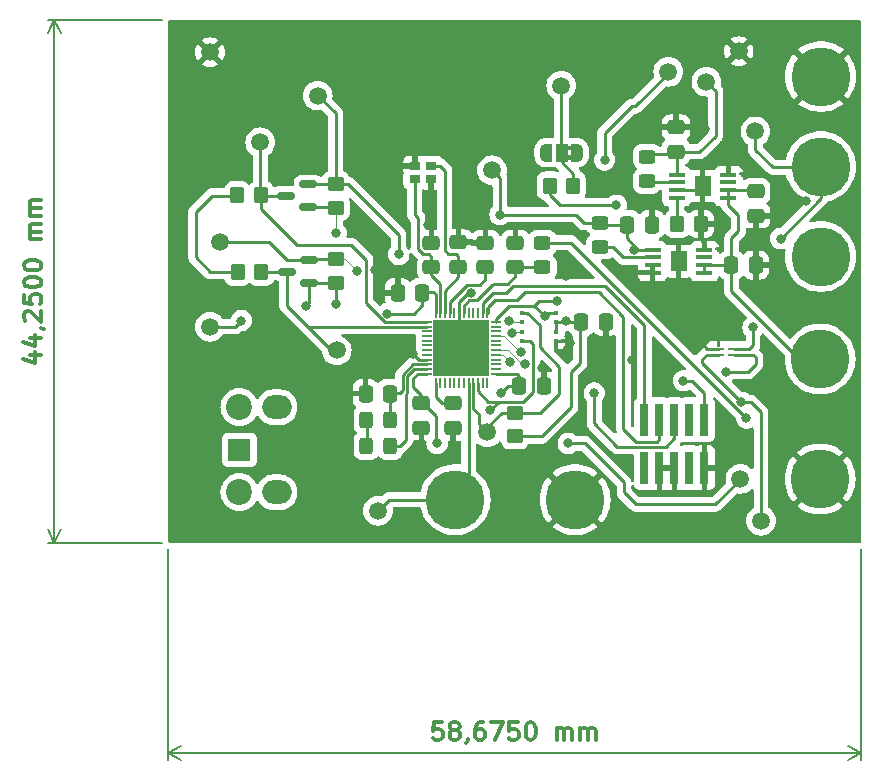
<source format=gbr>
%TF.GenerationSoftware,KiCad,Pcbnew,7.0.1*%
%TF.CreationDate,2023-11-12T20:21:58+01:00*%
%TF.ProjectId,Driver_detector,44726976-6572-45f6-9465-746563746f72,rev?*%
%TF.SameCoordinates,Original*%
%TF.FileFunction,Copper,L1,Top*%
%TF.FilePolarity,Positive*%
%FSLAX46Y46*%
G04 Gerber Fmt 4.6, Leading zero omitted, Abs format (unit mm)*
G04 Created by KiCad (PCBNEW 7.0.1) date 2023-11-12 20:21:58*
%MOMM*%
%LPD*%
G01*
G04 APERTURE LIST*
G04 Aperture macros list*
%AMRoundRect*
0 Rectangle with rounded corners*
0 $1 Rounding radius*
0 $2 $3 $4 $5 $6 $7 $8 $9 X,Y pos of 4 corners*
0 Add a 4 corners polygon primitive as box body*
4,1,4,$2,$3,$4,$5,$6,$7,$8,$9,$2,$3,0*
0 Add four circle primitives for the rounded corners*
1,1,$1+$1,$2,$3*
1,1,$1+$1,$4,$5*
1,1,$1+$1,$6,$7*
1,1,$1+$1,$8,$9*
0 Add four rect primitives between the rounded corners*
20,1,$1+$1,$2,$3,$4,$5,0*
20,1,$1+$1,$4,$5,$6,$7,0*
20,1,$1+$1,$6,$7,$8,$9,0*
20,1,$1+$1,$8,$9,$2,$3,0*%
%AMFreePoly0*
4,1,19,0.550000,-0.750000,0.000000,-0.750000,0.000000,-0.744911,-0.071157,-0.744911,-0.207708,-0.704816,-0.327430,-0.627875,-0.420627,-0.520320,-0.479746,-0.390866,-0.500000,-0.250000,-0.500000,0.250000,-0.479746,0.390866,-0.420627,0.520320,-0.327430,0.627875,-0.207708,0.704816,-0.071157,0.744911,0.000000,0.744911,0.000000,0.750000,0.550000,0.750000,0.550000,-0.750000,0.550000,-0.750000,
$1*%
%AMFreePoly1*
4,1,19,0.000000,0.744911,0.071157,0.744911,0.207708,0.704816,0.327430,0.627875,0.420627,0.520320,0.479746,0.390866,0.500000,0.250000,0.500000,-0.250000,0.479746,-0.390866,0.420627,-0.520320,0.327430,-0.627875,0.207708,-0.704816,0.071157,-0.744911,0.000000,-0.744911,0.000000,-0.750000,-0.550000,-0.750000,-0.550000,0.750000,0.000000,0.750000,0.000000,0.744911,0.000000,0.744911,
$1*%
G04 Aperture macros list end*
%ADD10C,0.300000*%
%TA.AperFunction,NonConductor*%
%ADD11C,0.300000*%
%TD*%
%TA.AperFunction,NonConductor*%
%ADD12C,0.200000*%
%TD*%
%TA.AperFunction,SMDPad,CuDef*%
%ADD13RoundRect,0.250000X0.337500X0.475000X-0.337500X0.475000X-0.337500X-0.475000X0.337500X-0.475000X0*%
%TD*%
%TA.AperFunction,SMDPad,CuDef*%
%ADD14C,1.500000*%
%TD*%
%TA.AperFunction,SMDPad,CuDef*%
%ADD15RoundRect,0.250000X0.350000X0.450000X-0.350000X0.450000X-0.350000X-0.450000X0.350000X-0.450000X0*%
%TD*%
%TA.AperFunction,SMDPad,CuDef*%
%ADD16R,0.450000X0.400000*%
%TD*%
%TA.AperFunction,SMDPad,CuDef*%
%ADD17FreePoly0,180.000000*%
%TD*%
%TA.AperFunction,SMDPad,CuDef*%
%ADD18R,1.000000X1.500000*%
%TD*%
%TA.AperFunction,SMDPad,CuDef*%
%ADD19FreePoly1,180.000000*%
%TD*%
%TA.AperFunction,SMDPad,CuDef*%
%ADD20RoundRect,0.250000X0.450000X-0.325000X0.450000X0.325000X-0.450000X0.325000X-0.450000X-0.325000X0*%
%TD*%
%TA.AperFunction,SMDPad,CuDef*%
%ADD21RoundRect,0.250000X0.475000X-0.337500X0.475000X0.337500X-0.475000X0.337500X-0.475000X-0.337500X0*%
%TD*%
%TA.AperFunction,ComponentPad*%
%ADD22C,5.000000*%
%TD*%
%TA.AperFunction,SMDPad,CuDef*%
%ADD23RoundRect,0.250000X-0.475000X0.337500X-0.475000X-0.337500X0.475000X-0.337500X0.475000X0.337500X0*%
%TD*%
%TA.AperFunction,SMDPad,CuDef*%
%ADD24RoundRect,0.250000X-0.337500X-0.475000X0.337500X-0.475000X0.337500X0.475000X-0.337500X0.475000X0*%
%TD*%
%TA.AperFunction,SMDPad,CuDef*%
%ADD25RoundRect,0.250000X-0.350000X-0.450000X0.350000X-0.450000X0.350000X0.450000X-0.350000X0.450000X0*%
%TD*%
%TA.AperFunction,SMDPad,CuDef*%
%ADD26R,1.400000X0.450000*%
%TD*%
%TA.AperFunction,SMDPad,CuDef*%
%ADD27R,1.450000X1.750000*%
%TD*%
%TA.AperFunction,SMDPad,CuDef*%
%ADD28RoundRect,0.250000X-0.325000X-0.450000X0.325000X-0.450000X0.325000X0.450000X-0.325000X0.450000X0*%
%TD*%
%TA.AperFunction,SMDPad,CuDef*%
%ADD29R,0.900000X0.800000*%
%TD*%
%TA.AperFunction,SMDPad,CuDef*%
%ADD30RoundRect,0.150000X0.587500X0.150000X-0.587500X0.150000X-0.587500X-0.150000X0.587500X-0.150000X0*%
%TD*%
%TA.AperFunction,SMDPad,CuDef*%
%ADD31RoundRect,0.250000X0.450000X-0.350000X0.450000X0.350000X-0.450000X0.350000X-0.450000X-0.350000X0*%
%TD*%
%TA.AperFunction,SMDPad,CuDef*%
%ADD32R,1.050000X0.250000*%
%TD*%
%TA.AperFunction,SMDPad,CuDef*%
%ADD33RoundRect,0.250000X0.325000X0.450000X-0.325000X0.450000X-0.325000X-0.450000X0.325000X-0.450000X0*%
%TD*%
%TA.AperFunction,SMDPad,CuDef*%
%ADD34R,0.200000X0.850000*%
%TD*%
%TA.AperFunction,SMDPad,CuDef*%
%ADD35R,0.850000X0.200000*%
%TD*%
%TA.AperFunction,SMDPad,CuDef*%
%ADD36R,4.700000X4.700000*%
%TD*%
%TA.AperFunction,ComponentPad*%
%ADD37R,1.900000X1.900000*%
%TD*%
%TA.AperFunction,ComponentPad*%
%ADD38C,2.200000*%
%TD*%
%TA.AperFunction,ComponentPad*%
%ADD39O,2.500000X2.000000*%
%TD*%
%TA.AperFunction,SMDPad,CuDef*%
%ADD40RoundRect,0.250000X-0.450000X0.325000X-0.450000X-0.325000X0.450000X-0.325000X0.450000X0.325000X0*%
%TD*%
%TA.AperFunction,SMDPad,CuDef*%
%ADD41R,0.740000X2.790000*%
%TD*%
%TA.AperFunction,ViaPad*%
%ADD42C,0.800000*%
%TD*%
%TA.AperFunction,Conductor*%
%ADD43C,0.254000*%
%TD*%
%TA.AperFunction,Conductor*%
%ADD44C,0.250000*%
%TD*%
%TA.AperFunction,Conductor*%
%ADD45C,0.100000*%
%TD*%
G04 APERTURE END LIST*
D10*
D11*
X224663166Y-106390118D02*
X223948880Y-106389813D01*
X223948880Y-106389813D02*
X223877148Y-107104069D01*
X223877148Y-107104069D02*
X223948607Y-107032671D01*
X223948607Y-107032671D02*
X224091494Y-106961303D01*
X224091494Y-106961303D02*
X224448637Y-106961455D01*
X224448637Y-106961455D02*
X224591464Y-107032944D01*
X224591464Y-107032944D02*
X224662862Y-107104403D01*
X224662862Y-107104403D02*
X224734229Y-107247291D01*
X224734229Y-107247291D02*
X224734077Y-107604434D01*
X224734077Y-107604434D02*
X224662588Y-107747261D01*
X224662588Y-107747261D02*
X224591129Y-107818659D01*
X224591129Y-107818659D02*
X224448241Y-107890026D01*
X224448241Y-107890026D02*
X224091098Y-107889874D01*
X224091098Y-107889874D02*
X223948272Y-107818385D01*
X223948272Y-107818385D02*
X223876874Y-107746926D01*
X225591463Y-107033371D02*
X225448636Y-106961881D01*
X225448636Y-106961881D02*
X225377238Y-106890422D01*
X225377238Y-106890422D02*
X225305871Y-106747535D01*
X225305871Y-106747535D02*
X225305901Y-106676106D01*
X225305901Y-106676106D02*
X225377390Y-106533279D01*
X225377390Y-106533279D02*
X225448849Y-106461881D01*
X225448849Y-106461881D02*
X225591737Y-106390513D01*
X225591737Y-106390513D02*
X225877451Y-106390635D01*
X225877451Y-106390635D02*
X226020278Y-106462125D01*
X226020278Y-106462125D02*
X226091676Y-106533584D01*
X226091676Y-106533584D02*
X226163044Y-106676471D01*
X226163044Y-106676471D02*
X226163013Y-106747900D01*
X226163013Y-106747900D02*
X226091524Y-106890726D01*
X226091524Y-106890726D02*
X226020065Y-106962125D01*
X226020065Y-106962125D02*
X225877177Y-107033492D01*
X225877177Y-107033492D02*
X225591463Y-107033371D01*
X225591463Y-107033371D02*
X225448576Y-107104738D01*
X225448576Y-107104738D02*
X225377117Y-107176136D01*
X225377117Y-107176136D02*
X225305627Y-107318963D01*
X225305627Y-107318963D02*
X225305505Y-107604677D01*
X225305505Y-107604677D02*
X225376873Y-107747565D01*
X225376873Y-107747565D02*
X225448271Y-107819024D01*
X225448271Y-107819024D02*
X225591098Y-107890513D01*
X225591098Y-107890513D02*
X225876812Y-107890635D01*
X225876812Y-107890635D02*
X226019700Y-107819267D01*
X226019700Y-107819267D02*
X226091159Y-107747869D01*
X226091159Y-107747869D02*
X226162648Y-107605043D01*
X226162648Y-107605043D02*
X226162770Y-107319328D01*
X226162770Y-107319328D02*
X226091402Y-107176441D01*
X226091402Y-107176441D02*
X226020004Y-107104982D01*
X226020004Y-107104982D02*
X225877177Y-107033492D01*
X226876842Y-107819633D02*
X226876812Y-107891061D01*
X226876812Y-107891061D02*
X226805322Y-108033888D01*
X226805322Y-108033888D02*
X226733863Y-108105286D01*
X228163165Y-106391609D02*
X227877451Y-106391487D01*
X227877451Y-106391487D02*
X227734563Y-106462855D01*
X227734563Y-106462855D02*
X227663104Y-106534253D01*
X227663104Y-106534253D02*
X227520156Y-106748478D01*
X227520156Y-106748478D02*
X227448606Y-107034162D01*
X227448606Y-107034162D02*
X227448362Y-107605590D01*
X227448362Y-107605590D02*
X227519730Y-107748478D01*
X227519730Y-107748478D02*
X227591128Y-107819937D01*
X227591128Y-107819937D02*
X227733955Y-107891426D01*
X227733955Y-107891426D02*
X228019669Y-107891548D01*
X228019669Y-107891548D02*
X228162557Y-107820180D01*
X228162557Y-107820180D02*
X228234016Y-107748782D01*
X228234016Y-107748782D02*
X228305505Y-107605956D01*
X228305505Y-107605956D02*
X228305657Y-107248813D01*
X228305657Y-107248813D02*
X228234289Y-107105925D01*
X228234289Y-107105925D02*
X228162891Y-107034466D01*
X228162891Y-107034466D02*
X228020065Y-106962977D01*
X228020065Y-106962977D02*
X227734350Y-106962855D01*
X227734350Y-106962855D02*
X227591463Y-107034223D01*
X227591463Y-107034223D02*
X227520004Y-107105621D01*
X227520004Y-107105621D02*
X227448514Y-107248448D01*
X228806022Y-106391883D02*
X229806022Y-106392309D01*
X229806022Y-106392309D02*
X229162526Y-107892035D01*
X231091735Y-106392857D02*
X230377450Y-106392553D01*
X230377450Y-106392553D02*
X230305717Y-107106808D01*
X230305717Y-107106808D02*
X230377176Y-107035410D01*
X230377176Y-107035410D02*
X230520064Y-106964042D01*
X230520064Y-106964042D02*
X230877206Y-106964194D01*
X230877206Y-106964194D02*
X231020033Y-107035684D01*
X231020033Y-107035684D02*
X231091431Y-107107143D01*
X231091431Y-107107143D02*
X231162799Y-107250030D01*
X231162799Y-107250030D02*
X231162647Y-107607173D01*
X231162647Y-107607173D02*
X231091157Y-107750000D01*
X231091157Y-107750000D02*
X231019698Y-107821398D01*
X231019698Y-107821398D02*
X230876811Y-107892765D01*
X230876811Y-107892765D02*
X230519668Y-107892613D01*
X230519668Y-107892613D02*
X230376841Y-107821124D01*
X230376841Y-107821124D02*
X230305443Y-107749665D01*
X232091735Y-106393283D02*
X232234592Y-106393344D01*
X232234592Y-106393344D02*
X232377419Y-106464833D01*
X232377419Y-106464833D02*
X232448817Y-106536292D01*
X232448817Y-106536292D02*
X232520185Y-106679180D01*
X232520185Y-106679180D02*
X232591491Y-106964925D01*
X232591491Y-106964925D02*
X232591339Y-107322067D01*
X232591339Y-107322067D02*
X232519789Y-107607751D01*
X232519789Y-107607751D02*
X232448300Y-107750578D01*
X232448300Y-107750578D02*
X232376841Y-107821976D01*
X232376841Y-107821976D02*
X232233953Y-107893344D01*
X232233953Y-107893344D02*
X232091096Y-107893283D01*
X232091096Y-107893283D02*
X231948269Y-107821793D01*
X231948269Y-107821793D02*
X231876871Y-107750334D01*
X231876871Y-107750334D02*
X231805503Y-107607447D01*
X231805503Y-107607447D02*
X231734197Y-107321702D01*
X231734197Y-107321702D02*
X231734349Y-106964559D01*
X231734349Y-106964559D02*
X231805899Y-106678875D01*
X231805899Y-106678875D02*
X231877388Y-106536049D01*
X231877388Y-106536049D02*
X231948847Y-106464651D01*
X231948847Y-106464651D02*
X232091735Y-106393283D01*
X234376809Y-107894257D02*
X234377235Y-106894257D01*
X234377175Y-107037114D02*
X234448634Y-106965716D01*
X234448634Y-106965716D02*
X234591521Y-106894348D01*
X234591521Y-106894348D02*
X234805807Y-106894439D01*
X234805807Y-106894439D02*
X234948634Y-106965929D01*
X234948634Y-106965929D02*
X235020001Y-107108816D01*
X235020001Y-107108816D02*
X235019666Y-107894531D01*
X235020001Y-107108816D02*
X235091491Y-106965990D01*
X235091491Y-106965990D02*
X235234378Y-106894622D01*
X235234378Y-106894622D02*
X235448664Y-106894713D01*
X235448664Y-106894713D02*
X235591491Y-106966203D01*
X235591491Y-106966203D02*
X235662858Y-107109090D01*
X235662858Y-107109090D02*
X235662524Y-107894805D01*
X236376809Y-107895109D02*
X236377235Y-106895109D01*
X236377174Y-107037966D02*
X236448633Y-106966568D01*
X236448633Y-106966568D02*
X236591521Y-106895200D01*
X236591521Y-106895200D02*
X236805807Y-106895292D01*
X236805807Y-106895292D02*
X236948633Y-106966781D01*
X236948633Y-106966781D02*
X237020001Y-107109669D01*
X237020001Y-107109669D02*
X237019666Y-107895383D01*
X237020001Y-107109669D02*
X237091490Y-106966842D01*
X237091490Y-106966842D02*
X237234378Y-106895474D01*
X237234378Y-106895474D02*
X237448664Y-106895565D01*
X237448664Y-106895565D02*
X237591490Y-106967055D01*
X237591490Y-106967055D02*
X237662858Y-107109942D01*
X237662858Y-107109942D02*
X237662523Y-107895657D01*
D12*
X201474787Y-91675000D02*
X201467161Y-109572727D01*
X260149787Y-91700000D02*
X260142161Y-109597727D01*
X201467411Y-108986307D02*
X260142411Y-109011307D01*
X201467411Y-108986307D02*
X260142411Y-109011307D01*
X201467411Y-108986307D02*
X202594165Y-108400366D01*
X201467411Y-108986307D02*
X202593665Y-109573208D01*
X260142411Y-109011307D02*
X259015657Y-109597248D01*
X260142411Y-109011307D02*
X259016157Y-108424406D01*
D10*
D11*
X189743928Y-75264284D02*
X190743928Y-75264284D01*
X189172500Y-75621426D02*
X190243928Y-75978569D01*
X190243928Y-75978569D02*
X190243928Y-75049998D01*
X189743928Y-73835713D02*
X190743928Y-73835713D01*
X189172500Y-74192855D02*
X190243928Y-74549998D01*
X190243928Y-74549998D02*
X190243928Y-73621427D01*
X190672500Y-72978570D02*
X190743928Y-72978570D01*
X190743928Y-72978570D02*
X190886785Y-73049999D01*
X190886785Y-73049999D02*
X190958214Y-73121427D01*
X189386785Y-72407141D02*
X189315357Y-72335713D01*
X189315357Y-72335713D02*
X189243928Y-72192856D01*
X189243928Y-72192856D02*
X189243928Y-71835713D01*
X189243928Y-71835713D02*
X189315357Y-71692856D01*
X189315357Y-71692856D02*
X189386785Y-71621427D01*
X189386785Y-71621427D02*
X189529642Y-71549998D01*
X189529642Y-71549998D02*
X189672500Y-71549998D01*
X189672500Y-71549998D02*
X189886785Y-71621427D01*
X189886785Y-71621427D02*
X190743928Y-72478570D01*
X190743928Y-72478570D02*
X190743928Y-71549998D01*
X189243928Y-70192856D02*
X189243928Y-70907142D01*
X189243928Y-70907142D02*
X189958214Y-70978570D01*
X189958214Y-70978570D02*
X189886785Y-70907142D01*
X189886785Y-70907142D02*
X189815357Y-70764285D01*
X189815357Y-70764285D02*
X189815357Y-70407142D01*
X189815357Y-70407142D02*
X189886785Y-70264285D01*
X189886785Y-70264285D02*
X189958214Y-70192856D01*
X189958214Y-70192856D02*
X190101071Y-70121427D01*
X190101071Y-70121427D02*
X190458214Y-70121427D01*
X190458214Y-70121427D02*
X190601071Y-70192856D01*
X190601071Y-70192856D02*
X190672500Y-70264285D01*
X190672500Y-70264285D02*
X190743928Y-70407142D01*
X190743928Y-70407142D02*
X190743928Y-70764285D01*
X190743928Y-70764285D02*
X190672500Y-70907142D01*
X190672500Y-70907142D02*
X190601071Y-70978570D01*
X189243928Y-69192856D02*
X189243928Y-69049999D01*
X189243928Y-69049999D02*
X189315357Y-68907142D01*
X189315357Y-68907142D02*
X189386785Y-68835714D01*
X189386785Y-68835714D02*
X189529642Y-68764285D01*
X189529642Y-68764285D02*
X189815357Y-68692856D01*
X189815357Y-68692856D02*
X190172500Y-68692856D01*
X190172500Y-68692856D02*
X190458214Y-68764285D01*
X190458214Y-68764285D02*
X190601071Y-68835714D01*
X190601071Y-68835714D02*
X190672500Y-68907142D01*
X190672500Y-68907142D02*
X190743928Y-69049999D01*
X190743928Y-69049999D02*
X190743928Y-69192856D01*
X190743928Y-69192856D02*
X190672500Y-69335714D01*
X190672500Y-69335714D02*
X190601071Y-69407142D01*
X190601071Y-69407142D02*
X190458214Y-69478571D01*
X190458214Y-69478571D02*
X190172500Y-69549999D01*
X190172500Y-69549999D02*
X189815357Y-69549999D01*
X189815357Y-69549999D02*
X189529642Y-69478571D01*
X189529642Y-69478571D02*
X189386785Y-69407142D01*
X189386785Y-69407142D02*
X189315357Y-69335714D01*
X189315357Y-69335714D02*
X189243928Y-69192856D01*
X189243928Y-67764285D02*
X189243928Y-67621428D01*
X189243928Y-67621428D02*
X189315357Y-67478571D01*
X189315357Y-67478571D02*
X189386785Y-67407143D01*
X189386785Y-67407143D02*
X189529642Y-67335714D01*
X189529642Y-67335714D02*
X189815357Y-67264285D01*
X189815357Y-67264285D02*
X190172500Y-67264285D01*
X190172500Y-67264285D02*
X190458214Y-67335714D01*
X190458214Y-67335714D02*
X190601071Y-67407143D01*
X190601071Y-67407143D02*
X190672500Y-67478571D01*
X190672500Y-67478571D02*
X190743928Y-67621428D01*
X190743928Y-67621428D02*
X190743928Y-67764285D01*
X190743928Y-67764285D02*
X190672500Y-67907143D01*
X190672500Y-67907143D02*
X190601071Y-67978571D01*
X190601071Y-67978571D02*
X190458214Y-68050000D01*
X190458214Y-68050000D02*
X190172500Y-68121428D01*
X190172500Y-68121428D02*
X189815357Y-68121428D01*
X189815357Y-68121428D02*
X189529642Y-68050000D01*
X189529642Y-68050000D02*
X189386785Y-67978571D01*
X189386785Y-67978571D02*
X189315357Y-67907143D01*
X189315357Y-67907143D02*
X189243928Y-67764285D01*
X190743928Y-65478572D02*
X189743928Y-65478572D01*
X189886785Y-65478572D02*
X189815357Y-65407143D01*
X189815357Y-65407143D02*
X189743928Y-65264286D01*
X189743928Y-65264286D02*
X189743928Y-65050000D01*
X189743928Y-65050000D02*
X189815357Y-64907143D01*
X189815357Y-64907143D02*
X189958214Y-64835715D01*
X189958214Y-64835715D02*
X190743928Y-64835715D01*
X189958214Y-64835715D02*
X189815357Y-64764286D01*
X189815357Y-64764286D02*
X189743928Y-64621429D01*
X189743928Y-64621429D02*
X189743928Y-64407143D01*
X189743928Y-64407143D02*
X189815357Y-64264286D01*
X189815357Y-64264286D02*
X189958214Y-64192857D01*
X189958214Y-64192857D02*
X190743928Y-64192857D01*
X190743928Y-63478572D02*
X189743928Y-63478572D01*
X189886785Y-63478572D02*
X189815357Y-63407143D01*
X189815357Y-63407143D02*
X189743928Y-63264286D01*
X189743928Y-63264286D02*
X189743928Y-63050000D01*
X189743928Y-63050000D02*
X189815357Y-62907143D01*
X189815357Y-62907143D02*
X189958214Y-62835715D01*
X189958214Y-62835715D02*
X190743928Y-62835715D01*
X189958214Y-62835715D02*
X189815357Y-62764286D01*
X189815357Y-62764286D02*
X189743928Y-62621429D01*
X189743928Y-62621429D02*
X189743928Y-62407143D01*
X189743928Y-62407143D02*
X189815357Y-62264286D01*
X189815357Y-62264286D02*
X189958214Y-62192857D01*
X189958214Y-62192857D02*
X190743928Y-62192857D01*
D12*
X200975000Y-46925000D02*
X191263580Y-46925000D01*
X200975000Y-91175000D02*
X191263580Y-91175000D01*
X191850000Y-46925000D02*
X191850000Y-91175000D01*
X191850000Y-46925000D02*
X191850000Y-91175000D01*
X191850000Y-46925000D02*
X192436421Y-48051504D01*
X191850000Y-46925000D02*
X191263579Y-48051504D01*
X191850000Y-91175000D02*
X191263579Y-90048496D01*
X191850000Y-91175000D02*
X192436421Y-90048496D01*
%TA.AperFunction,EtchedComponent*%
%TO.C,JP1*%
G36*
X235691000Y-58756000D02*
G01*
X235191000Y-58756000D01*
X235191000Y-58356000D01*
X235691000Y-58356000D01*
X235691000Y-58756000D01*
G37*
%TD.AperFunction*%
%TA.AperFunction,EtchedComponent*%
G36*
X235691000Y-57956000D02*
G01*
X235191000Y-57956000D01*
X235191000Y-57556000D01*
X235691000Y-57556000D01*
X235691000Y-57956000D01*
G37*
%TD.AperFunction*%
%TD*%
D13*
%TO.P,C5,1*%
%TO.N,Net-(IC2-DEC4)*%
X220262500Y-78550000D03*
%TO.P,C5,2*%
%TO.N,GND*%
X218187500Y-78550000D03*
%TD*%
D14*
%TO.P,SDA_SENS1,1,1*%
%TO.N,SDA_Sens*%
X205880000Y-65740000D03*
%TD*%
D15*
%TO.P,R1,1*%
%TO.N,Net-(JP1-B)*%
X235775000Y-60950000D03*
%TO.P,R1,2*%
%TO.N,Net-(IC5-IN)*%
X233775000Y-60950000D03*
%TD*%
D14*
%TO.P,SDA_MCU1,1,1*%
%TO.N,SDA_MCU*%
X215750000Y-74900000D03*
%TD*%
D16*
%TO.P,U1,1,INT*%
%TO.N,INT*%
X231471500Y-71698000D03*
%TO.P,U1,2,SCL*%
%TO.N,SCL_Sens*%
X231471500Y-72498000D03*
%TO.P,U1,3,SDA*%
%TO.N,SDA_Sens*%
X231471500Y-73298000D03*
%TO.P,U1,4,PROG*%
%TO.N,Pro_range_sens*%
X231471500Y-74098000D03*
%TO.P,U1,5,VSS*%
%TO.N,GND*%
X234321500Y-74098000D03*
%TO.P,U1,6,VDD*%
%TO.N,+1V8*%
X234321500Y-73298000D03*
%TO.P,U1,7,AVDD*%
X234321500Y-72498000D03*
%TO.P,U1,8,~{RESET}*%
%TO.N,NRESET*%
X234321500Y-71698000D03*
%TD*%
D17*
%TO.P,JP1,1,A*%
%TO.N,VIN*%
X236091000Y-58156000D03*
D18*
%TO.P,JP1,2,B*%
%TO.N,Net-(JP1-B)*%
X234791000Y-58156000D03*
D19*
%TO.P,JP1,3*%
%TO.N,N/C*%
X233491000Y-58156000D03*
%TD*%
D20*
%TO.P,L3,1,1*%
%TO.N,Net-(IC2-ANT)*%
X233172000Y-67836000D03*
%TO.P,L3,2,2*%
%TO.N,Net-(AE1-A)*%
X233172000Y-65786000D03*
%TD*%
D14*
%TO.P,1V8TPS1,1,1*%
%TO.N,+1V8*%
X228900000Y-59650000D03*
%TD*%
D21*
%TO.P,C10,1*%
%TO.N,Net-(IC2-XC2)*%
X223774000Y-67839500D03*
%TO.P,C10,2*%
%TO.N,GND*%
X223774000Y-65764500D03*
%TD*%
D14*
%TO.P,SCL_SENS1,1,1*%
%TO.N,SCL_Sens*%
X214150000Y-53325000D03*
%TD*%
%TO.P,TP_GND2,1,1*%
%TO.N,GND*%
X205025000Y-49650000D03*
%TD*%
D22*
%TO.P,BZ1,1,-*%
%TO.N,Voltage_buzzer*%
X225770000Y-87530000D03*
%TO.P,BZ1,2,+*%
%TO.N,GND*%
X235930000Y-87530000D03*
%TD*%
D14*
%TO.P,V_LS_IC1,1,1*%
%TO.N,Net-(IC5-OUT)*%
X251200000Y-56350000D03*
%TD*%
D23*
%TO.P,C3,1*%
%TO.N,VDD*%
X222925000Y-79362500D03*
%TO.P,C3,2*%
%TO.N,GND*%
X222925000Y-81437500D03*
%TD*%
D24*
%TO.P,C18,1*%
%TO.N,Battery +*%
X249162500Y-67675000D03*
%TO.P,C18,2*%
%TO.N,GND*%
X251237500Y-67675000D03*
%TD*%
D23*
%TO.P,C12,1*%
%TO.N,GND*%
X228346000Y-65786000D03*
%TO.P,C12,2*%
%TO.N,Net-(IC2-DEC3)*%
X228346000Y-67861000D03*
%TD*%
D22*
%TO.P,Battery-1,1,Pin_1*%
%TO.N,GND*%
X256675000Y-85785000D03*
%TO.P,Battery-1,2,Pin_2*%
%TO.N,Battery +*%
X256675000Y-75625000D03*
%TD*%
D25*
%TO.P,R8,1*%
%TO.N,Net-(IC3-VSET)*%
X244600000Y-64200000D03*
%TO.P,R8,2*%
%TO.N,GND*%
X246600000Y-64200000D03*
%TD*%
D26*
%TO.P,IC4,1,VOS*%
%TO.N,+1V8*%
X242488000Y-66376000D03*
%TO.P,IC4,2,SW*%
%TO.N,Net-(IC4-SW)*%
X242488000Y-67026000D03*
%TO.P,IC4,3,MODE*%
%TO.N,GND*%
X242488000Y-67676000D03*
%TO.P,IC4,4,VSET*%
X242488000Y-68326000D03*
%TO.P,IC4,5,EN*%
%TO.N,Battery +*%
X246888000Y-68326000D03*
%TO.P,IC4,6,VIN*%
X246888000Y-67676000D03*
%TO.P,IC4,7,NC*%
%TO.N,unconnected-(IC4-NC-Pad7)*%
X246888000Y-67026000D03*
%TO.P,IC4,8,GND*%
%TO.N,GND*%
X246888000Y-66376000D03*
D27*
%TO.P,IC4,9,EP*%
X244688000Y-67351000D03*
%TD*%
D21*
%TO.P,C9,1*%
%TO.N,Net-(IC2-ANT)*%
X230886000Y-67861000D03*
%TO.P,C9,2*%
%TO.N,GND*%
X230886000Y-65786000D03*
%TD*%
D14*
%TO.P,SCL_MCU1,1,1*%
%TO.N,SCL_MCU*%
X209275000Y-57275000D03*
%TD*%
%TO.P,INT1,1,1*%
%TO.N,INT*%
X228500000Y-81825000D03*
%TD*%
D28*
%TO.P,L2,1,1*%
%TO.N,Net-(L1-Pad2)*%
X218250000Y-83000000D03*
%TO.P,L2,2,2*%
%TO.N,Net-(IC2-DCC)*%
X220300000Y-83000000D03*
%TD*%
D25*
%TO.P,R6,1*%
%TO.N,+3.3V*%
X207337500Y-61775000D03*
%TO.P,R6,2*%
%TO.N,SCL_MCU*%
X209337500Y-61775000D03*
%TD*%
D29*
%TO.P,Y1,1,HOT_1*%
%TO.N,Net-(IC2-XC1)*%
X223750000Y-59300000D03*
%TO.P,Y1,2,GND_1*%
%TO.N,GND*%
X222350000Y-59300000D03*
%TO.P,Y1,3,HOT_2*%
%TO.N,Net-(IC2-XC2)*%
X222350000Y-60400000D03*
%TO.P,Y1,4,GND_2*%
%TO.N,GND*%
X223750000Y-60400000D03*
%TD*%
D25*
%TO.P,R4,1*%
%TO.N,+3.3V*%
X207362500Y-68250000D03*
%TO.P,R4,2*%
%TO.N,SDA_MCU*%
X209362500Y-68250000D03*
%TD*%
D30*
%TO.P,Q2,1,G*%
%TO.N,+1V8*%
X213350000Y-62750000D03*
%TO.P,Q2,2,S*%
%TO.N,SCL_Sens*%
X213350000Y-60850000D03*
%TO.P,Q2,3,D*%
%TO.N,SCL_MCU*%
X211475000Y-61800000D03*
%TD*%
D26*
%TO.P,IC3,1,VOS*%
%TO.N,Net-(IC3-VOS)*%
X244520000Y-60025000D03*
%TO.P,IC3,2,SW*%
%TO.N,Net-(IC3-SW)*%
X244520000Y-60675000D03*
%TO.P,IC3,3,MODE*%
%TO.N,GND*%
X244520000Y-61325000D03*
%TO.P,IC3,4,VSET*%
%TO.N,Net-(IC3-VSET)*%
X244520000Y-61975000D03*
%TO.P,IC3,5,EN*%
%TO.N,Battery +*%
X248920000Y-61975000D03*
%TO.P,IC3,6,VIN*%
X248920000Y-61325000D03*
%TO.P,IC3,7,NC*%
%TO.N,unconnected-(IC3-NC-Pad7)*%
X248920000Y-60675000D03*
%TO.P,IC3,8,GND*%
%TO.N,GND*%
X248920000Y-60025000D03*
D27*
%TO.P,IC3,9,EP*%
X246720000Y-61000000D03*
%TD*%
D14*
%TO.P,KeyVolt1,1,1*%
%TO.N,Net-(JP1-B)*%
X234750000Y-52475000D03*
%TD*%
D22*
%TO.P,SW1,1,A*%
%TO.N,GND*%
X256725000Y-51710000D03*
%TO.P,SW1,2,B*%
%TO.N,Output_seatbelt*%
X256725000Y-66950000D03*
%TO.P,SW1,3,C*%
%TO.N,Net-(IC5-OUT)*%
X256725000Y-59330000D03*
%TD*%
D31*
%TO.P,R5,1*%
%TO.N,+1V8*%
X215662500Y-62825000D03*
%TO.P,R5,2*%
%TO.N,SCL_Sens*%
X215662500Y-60825000D03*
%TD*%
D23*
%TO.P,C11,1*%
%TO.N,GND*%
X226060000Y-65743000D03*
%TO.P,C11,2*%
%TO.N,Net-(IC2-XC1)*%
X226060000Y-67818000D03*
%TD*%
D32*
%TO.P,IC5,1,GND*%
%TO.N,GND*%
X248050000Y-74750000D03*
%TO.P,IC5,2,EN*%
%TO.N,EN*%
X248050000Y-75250000D03*
%TO.P,IC5,3,IN*%
%TO.N,Net-(IC5-IN)*%
X249350000Y-75250000D03*
%TO.P,IC5,4,OUT*%
%TO.N,Net-(IC5-OUT)*%
X249350000Y-74750000D03*
%TD*%
D14*
%TO.P,NReset1,1,1*%
%TO.N,NRESET*%
X243825000Y-51300000D03*
%TD*%
D13*
%TO.P,C1,1*%
%TO.N,GND*%
X238512500Y-72475000D03*
%TO.P,C1,2*%
%TO.N,+1V8*%
X236437500Y-72475000D03*
%TD*%
D33*
%TO.P,L1,1,1*%
%TO.N,Net-(IC2-DEC4)*%
X220300000Y-80775000D03*
%TO.P,L1,2,2*%
%TO.N,Net-(L1-Pad2)*%
X218250000Y-80775000D03*
%TD*%
D14*
%TO.P,EN1,1,1*%
%TO.N,EN*%
X251675000Y-89325000D03*
%TD*%
%TO.P,V_Buzzer1,1,1*%
%TO.N,Voltage_buzzer*%
X219250000Y-88475000D03*
%TD*%
D21*
%TO.P,C2,1*%
%TO.N,GND*%
X225625000Y-81462500D03*
%TO.P,C2,2*%
%TO.N,Net-(IC2-DEC1)*%
X225625000Y-79387500D03*
%TD*%
D31*
%TO.P,R3,1*%
%TO.N,+1V8*%
X215687500Y-69200000D03*
%TO.P,R3,2*%
%TO.N,SDA_Sens*%
X215687500Y-67200000D03*
%TD*%
D34*
%TO.P,IC2,1,DEC1*%
%TO.N,Net-(IC2-DEC1)*%
X224114000Y-77626000D03*
%TO.P,IC2,2,P0.00/XL1*%
%TO.N,unconnected-(IC2-P0.00{slash}XL1-Pad2)*%
X224514000Y-77626000D03*
%TO.P,IC2,3,P0.01/XL2*%
%TO.N,unconnected-(IC2-P0.01{slash}XL2-Pad3)*%
X224914000Y-77626000D03*
%TO.P,IC2,4,P0.02/AIN0*%
%TO.N,unconnected-(IC2-P0.02{slash}AIN0-Pad4)*%
X225314000Y-77626000D03*
%TO.P,IC2,5,P0.03/AIN1*%
%TO.N,unconnected-(IC2-P0.03{slash}AIN1-Pad5)*%
X225714000Y-77626000D03*
%TO.P,IC2,6,P0.04/AIN2*%
%TO.N,unconnected-(IC2-P0.04{slash}AIN2-Pad6)*%
X226114000Y-77626000D03*
%TO.P,IC2,7,P0.05/AIN3*%
%TO.N,unconnected-(IC2-P0.05{slash}AIN3-Pad7)*%
X226514000Y-77626000D03*
%TO.P,IC2,8,P0.06*%
%TO.N,Voltage_buzzer*%
X226914000Y-77626000D03*
%TO.P,IC2,9,P0.07*%
%TO.N,INT*%
X227314000Y-77626000D03*
%TO.P,IC2,10,P0.08*%
%TO.N,Pro_range_sens*%
X227714000Y-77626000D03*
%TO.P,IC2,11,NFC1/P0.09*%
%TO.N,unconnected-(IC2-NFC1{slash}P0.09-Pad11)*%
X228114000Y-77626000D03*
%TO.P,IC2,12,NFC2/P0.10*%
%TO.N,unconnected-(IC2-NFC2{slash}P0.10-Pad12)*%
X228514000Y-77626000D03*
D35*
%TO.P,IC2,13,VDD_1*%
%TO.N,VDD*%
X229264000Y-76876000D03*
%TO.P,IC2,14,P0.11*%
%TO.N,unconnected-(IC2-P0.11-Pad14)*%
X229264000Y-76476000D03*
%TO.P,IC2,15,P0.12*%
%TO.N,unconnected-(IC2-P0.12-Pad15)*%
X229264000Y-76076000D03*
%TO.P,IC2,16,P0.13*%
%TO.N,unconnected-(IC2-P0.13-Pad16)*%
X229264000Y-75676000D03*
%TO.P,IC2,17,P0.14/TRACEDATA[3]*%
%TO.N,EN*%
X229264000Y-75276000D03*
%TO.P,IC2,18,P0.15/TRACEDATA[2]*%
%TO.N,Output_seatbelt*%
X229264000Y-74876000D03*
%TO.P,IC2,19,P0.16/TRACEDATA[1]*%
%TO.N,unconnected-(IC2-P0.16{slash}TRACEDATA[1]-Pad19)*%
X229264000Y-74476000D03*
%TO.P,IC2,20,P0.17*%
%TO.N,unconnected-(IC2-P0.17-Pad20)*%
X229264000Y-74076000D03*
%TO.P,IC2,21,P0.18/TRACEDATA[0]/SWO*%
%TO.N,SWO*%
X229264000Y-73676000D03*
%TO.P,IC2,22,P0.19*%
%TO.N,unconnected-(IC2-P0.19-Pad22)*%
X229264000Y-73276000D03*
%TO.P,IC2,23,P0.20/TRACECLK*%
%TO.N,unconnected-(IC2-P0.20{slash}TRACECLK-Pad23)*%
X229264000Y-72876000D03*
%TO.P,IC2,24,P0.21/NRESET*%
%TO.N,NRESET*%
X229264000Y-72476000D03*
D34*
%TO.P,IC2,25,SWDCLK*%
%TO.N,SWDCLK*%
X228514000Y-71726000D03*
%TO.P,IC2,26,SWDIO*%
%TO.N,SWDIO*%
X228114000Y-71726000D03*
%TO.P,IC2,27,P0.22*%
%TO.N,unconnected-(IC2-P0.22-Pad27)*%
X227714000Y-71726000D03*
%TO.P,IC2,28,P0.23*%
%TO.N,unconnected-(IC2-P0.23-Pad28)*%
X227314000Y-71726000D03*
%TO.P,IC2,29,P0.24*%
%TO.N,unconnected-(IC2-P0.24-Pad29)*%
X226914000Y-71726000D03*
%TO.P,IC2,30,ANT*%
%TO.N,Net-(IC2-ANT)*%
X226514000Y-71726000D03*
%TO.P,IC2,31,VSS_1*%
%TO.N,GND*%
X226114000Y-71726000D03*
%TO.P,IC2,32,DEC2*%
%TO.N,unconnected-(IC2-DEC2-Pad32)*%
X225714000Y-71726000D03*
%TO.P,IC2,33,DEC3*%
%TO.N,Net-(IC2-DEC3)*%
X225314000Y-71726000D03*
%TO.P,IC2,34,XC1*%
%TO.N,Net-(IC2-XC1)*%
X224914000Y-71726000D03*
%TO.P,IC2,35,XC2*%
%TO.N,Net-(IC2-XC2)*%
X224514000Y-71726000D03*
%TO.P,IC2,36,VDD_2*%
%TO.N,VDD*%
X224114000Y-71726000D03*
D35*
%TO.P,IC2,37,P0.25*%
%TO.N,SCL_MCU*%
X223364000Y-72476000D03*
%TO.P,IC2,38,P0.26*%
%TO.N,SDA_MCU*%
X223364000Y-72876000D03*
%TO.P,IC2,39,P0.27*%
%TO.N,unconnected-(IC2-P0.27-Pad39)*%
X223364000Y-73276000D03*
%TO.P,IC2,40,P0.28/AIN4*%
%TO.N,unconnected-(IC2-P0.28{slash}AIN4-Pad40)*%
X223364000Y-73676000D03*
%TO.P,IC2,41,P0.29/AIN5*%
%TO.N,unconnected-(IC2-P0.29{slash}AIN5-Pad41)*%
X223364000Y-74076000D03*
%TO.P,IC2,42,P0.30/AIN6*%
%TO.N,unconnected-(IC2-P0.30{slash}AIN6-Pad42)*%
X223364000Y-74476000D03*
%TO.P,IC2,43,P0.31/AIN7*%
%TO.N,unconnected-(IC2-P0.31{slash}AIN7-Pad43)*%
X223364000Y-74876000D03*
%TO.P,IC2,44,NC*%
%TO.N,unconnected-(IC2-NC-Pad44)*%
X223364000Y-75276000D03*
%TO.P,IC2,45,VSS_2*%
%TO.N,GND*%
X223364000Y-75676000D03*
%TO.P,IC2,46,DEC4*%
%TO.N,Net-(IC2-DEC4)*%
X223364000Y-76076000D03*
%TO.P,IC2,47,DCC*%
%TO.N,Net-(IC2-DCC)*%
X223364000Y-76476000D03*
%TO.P,IC2,48,VDD_3*%
%TO.N,VDD*%
X223364000Y-76876000D03*
D36*
%TO.P,IC2,49,EP*%
%TO.N,GND*%
X226314000Y-74676000D03*
%TD*%
D37*
%TO.P,AE1,1,A*%
%TO.N,Net-(AE1-A)*%
X207515000Y-83300000D03*
D38*
%TO.P,AE1,2*%
%TO.N,N/C*%
X207515000Y-79700000D03*
%TO.P,AE1,3*%
X207515000Y-86900000D03*
D39*
%TO.P,AE1,4*%
X210675000Y-86900000D03*
%TO.P,AE1,5*%
X210675000Y-79700000D03*
%TD*%
D14*
%TO.P,1.8V1,1,1*%
%TO.N,+1V8*%
X205025000Y-72900000D03*
%TD*%
D21*
%TO.P,C15,1*%
%TO.N,Net-(IC3-VOS)*%
X244475000Y-58087500D03*
%TO.P,C15,2*%
%TO.N,GND*%
X244475000Y-56012500D03*
%TD*%
D14*
%TO.P,3V3_TPS1,1,1*%
%TO.N,Net-(IC3-VOS)*%
X247050000Y-52150000D03*
%TD*%
%TO.P,TP_GND1,1,1*%
%TO.N,GND*%
X249775000Y-49575000D03*
%TD*%
D31*
%TO.P,R2,1*%
%TO.N,+1V8*%
X230850000Y-82175000D03*
%TO.P,R2,2*%
%TO.N,INT*%
X230850000Y-80175000D03*
%TD*%
D14*
%TO.P,P_R_S1,1,1*%
%TO.N,Pro_range_sens*%
X249925000Y-85775000D03*
%TD*%
D13*
%TO.P,C8,1*%
%TO.N,VDD*%
X222987500Y-70000000D03*
%TO.P,C8,2*%
%TO.N,GND*%
X220912500Y-70000000D03*
%TD*%
D24*
%TO.P,C17,1*%
%TO.N,+1V8*%
X240337500Y-64250000D03*
%TO.P,C17,2*%
%TO.N,GND*%
X242412500Y-64250000D03*
%TD*%
D40*
%TO.P,L5,1,1*%
%TO.N,Net-(IC3-VOS)*%
X242025000Y-58500000D03*
%TO.P,L5,2,2*%
%TO.N,Net-(IC3-SW)*%
X242025000Y-60550000D03*
%TD*%
D23*
%TO.P,C16,1*%
%TO.N,Battery +*%
X251250000Y-61412500D03*
%TO.P,C16,2*%
%TO.N,GND*%
X251250000Y-63487500D03*
%TD*%
D30*
%TO.P,Q1,1,G*%
%TO.N,+1V8*%
X213387500Y-69175000D03*
%TO.P,Q1,2,S*%
%TO.N,SDA_Sens*%
X213387500Y-67275000D03*
%TO.P,Q1,3,D*%
%TO.N,SDA_MCU*%
X211512500Y-68225000D03*
%TD*%
D24*
%TO.P,C4,1*%
%TO.N,VDD*%
X231212500Y-77925000D03*
%TO.P,C4,2*%
%TO.N,GND*%
X233287500Y-77925000D03*
%TD*%
D40*
%TO.P,L6,1,1*%
%TO.N,+1V8*%
X238075000Y-64075000D03*
%TO.P,L6,2,2*%
%TO.N,Net-(IC4-SW)*%
X238075000Y-66125000D03*
%TD*%
D41*
%TO.P,Debug_in1,1,1*%
%TO.N,+3V3*%
X241808000Y-84836000D03*
%TO.P,Debug_in1,2,2*%
%TO.N,SWDIO*%
X241808000Y-80766000D03*
%TO.P,Debug_in1,3,3*%
%TO.N,GND*%
X243078000Y-84836000D03*
%TO.P,Debug_in1,4,4*%
%TO.N,SWDCLK*%
X243078000Y-80766000D03*
%TO.P,Debug_in1,5,5*%
%TO.N,GND*%
X244348000Y-84836000D03*
%TO.P,Debug_in1,6,6*%
%TO.N,SWO*%
X244348000Y-80766000D03*
%TO.P,Debug_in1,7,7*%
%TO.N,unconnected-(Debug_in1-Pad7)*%
X245618000Y-84836000D03*
%TO.P,Debug_in1,8,8*%
%TO.N,unconnected-(Debug_in1-Pad8)*%
X245618000Y-80766000D03*
%TO.P,Debug_in1,9,9*%
%TO.N,GND*%
X246888000Y-84836000D03*
%TO.P,Debug_in1,10,10*%
%TO.N,NRESET*%
X246888000Y-80766000D03*
%TD*%
D42*
%TO.N,Net-(AE1-A)*%
X250444000Y-80619000D03*
%TO.N,GND*%
X243332000Y-75692000D03*
X227330000Y-74422000D03*
X217675000Y-64500000D03*
X214600000Y-84025000D03*
X248225000Y-65225000D03*
X240792000Y-68072000D03*
X257556000Y-87122000D03*
X246900000Y-56175000D03*
X227130500Y-70030500D03*
X222250000Y-75184000D03*
X251325000Y-64975000D03*
X208600000Y-73275000D03*
X248600000Y-58775000D03*
X215975000Y-80150000D03*
X226950000Y-61675000D03*
X242150000Y-62625000D03*
X255524000Y-62230000D03*
X235525000Y-74250000D03*
X253200000Y-54225000D03*
X249925000Y-52050000D03*
X225552000Y-75184000D03*
X259249000Y-54303500D03*
X241850000Y-56100000D03*
X219000000Y-68050000D03*
X221575000Y-64275000D03*
X240000000Y-88825000D03*
X233125000Y-76350000D03*
X223520000Y-64262000D03*
X221925000Y-68125000D03*
X235204000Y-68580000D03*
X253425000Y-82125000D03*
X240792000Y-75692000D03*
%TO.N,+1V8*%
X215675000Y-70975000D03*
X207675000Y-72375000D03*
X213150000Y-71125000D03*
X229575000Y-63400000D03*
X215700000Y-64975000D03*
X235204000Y-72390000D03*
X240925000Y-66375000D03*
%TO.N,VDD*%
X229675000Y-78525000D03*
X224250000Y-82775000D03*
X220037397Y-71788103D03*
%TO.N,Output_seatbelt*%
X231682947Y-76025000D03*
%TO.N,SWO*%
X231375000Y-75075000D03*
X237550000Y-78501500D03*
%TO.N,Pro_range_sens*%
X235350000Y-82775000D03*
X228750000Y-79975000D03*
%TO.N,NRESET*%
X233350000Y-72000000D03*
X234400000Y-70700000D03*
X245110000Y-77470000D03*
X238425000Y-58775000D03*
%TO.N,EN*%
X250012500Y-79287500D03*
X230448944Y-75876056D03*
%TO.N,Net-(IC5-IN)*%
X248675000Y-76725000D03*
X239425000Y-62600000D03*
%TO.N,Net-(IC5-OUT)*%
X251000000Y-72950000D03*
X253325000Y-65425000D03*
%TO.N,SDA_Sens*%
X217425000Y-68150000D03*
X230632000Y-73406000D03*
%TO.N,SCL_Sens*%
X230378000Y-72390000D03*
X221000000Y-66775000D03*
%TD*%
D43*
%TO.N,Net-(AE1-A)*%
X235611000Y-65786000D02*
X233172000Y-65786000D01*
X250444000Y-80619000D02*
X235611000Y-65786000D01*
%TO.N,GND*%
X244363000Y-67676000D02*
X244688000Y-67351000D01*
X223364000Y-75676000D02*
X222742000Y-75676000D01*
X222742000Y-75676000D02*
X222250000Y-75184000D01*
D44*
X246888000Y-66376000D02*
X246888000Y-65838000D01*
X246634000Y-65584000D02*
X246634000Y-64516000D01*
X246395000Y-61325000D02*
X246720000Y-61000000D01*
D43*
X226894500Y-70030500D02*
X226114000Y-70811000D01*
D44*
X246888000Y-65838000D02*
X246634000Y-65584000D01*
X248075000Y-74750000D02*
X247075000Y-74750000D01*
D43*
X226114000Y-70811000D02*
X226114000Y-71726000D01*
D44*
X247075000Y-74750000D02*
X246900000Y-74575000D01*
D43*
X227130500Y-70030500D02*
X226894500Y-70030500D01*
D44*
X244520000Y-61325000D02*
X246395000Y-61325000D01*
X226114000Y-71726000D02*
X226114000Y-74476000D01*
D43*
%TO.N,Battery +*%
X248920000Y-61975000D02*
X248920000Y-62618000D01*
X246888000Y-67676000D02*
X248974000Y-67676000D01*
X248920000Y-62618000D02*
X249750000Y-63448000D01*
X249750000Y-64825000D02*
X249174000Y-65401000D01*
D44*
X249174000Y-67476000D02*
X249174000Y-69874000D01*
D43*
X249750000Y-63448000D02*
X249750000Y-64825000D01*
X248920000Y-61325000D02*
X250787500Y-61325000D01*
D44*
X254925000Y-75625000D02*
X256675000Y-75625000D01*
D43*
X250787500Y-61325000D02*
X250875000Y-61412500D01*
X248920000Y-61325000D02*
X248920000Y-61975000D01*
X246888000Y-68326000D02*
X246888000Y-67676000D01*
D44*
X249174000Y-69874000D02*
X254925000Y-75625000D01*
D43*
X249174000Y-65401000D02*
X249174000Y-67476000D01*
X248974000Y-67676000D02*
X249174000Y-67476000D01*
D44*
%TO.N,Voltage_buzzer*%
X225770000Y-87530000D02*
X220195000Y-87530000D01*
X226914000Y-84386000D02*
X226914000Y-87086000D01*
X220195000Y-87530000D02*
X219250000Y-88475000D01*
X226914000Y-87086000D02*
X225695000Y-88305000D01*
D43*
X226914000Y-77626000D02*
X226914000Y-84386000D01*
%TO.N,+1V8*%
X238250000Y-64250000D02*
X240337500Y-64250000D01*
D44*
X230850000Y-82175000D02*
X233125000Y-82175000D01*
D43*
X215675000Y-70975000D02*
X215675000Y-69212500D01*
D44*
X215662500Y-69175000D02*
X215687500Y-69200000D01*
D43*
X241300000Y-66375000D02*
X242487000Y-66375000D01*
D44*
X207150000Y-72900000D02*
X205025000Y-72900000D01*
X215587500Y-62750000D02*
X215662500Y-62825000D01*
X236700000Y-64100000D02*
X238050000Y-64100000D01*
D43*
X238075000Y-64075000D02*
X238250000Y-64250000D01*
D45*
X215700000Y-62862500D02*
X215662500Y-62825000D01*
D44*
X235575000Y-79725000D02*
X235575000Y-76725000D01*
X233125000Y-82175000D02*
X235575000Y-79725000D01*
X236350000Y-72562500D02*
X236437500Y-72475000D01*
X213387500Y-69175000D02*
X213387500Y-70887500D01*
D45*
X215675000Y-69212500D02*
X215687500Y-69200000D01*
D44*
X207675000Y-72375000D02*
X207150000Y-72900000D01*
X213387500Y-69175000D02*
X215662500Y-69175000D01*
D43*
X240337500Y-64250000D02*
X240337500Y-65412500D01*
X234321500Y-72498000D02*
X235096000Y-72498000D01*
X240925000Y-66375000D02*
X241300000Y-66375000D01*
X236000000Y-63400000D02*
X236700000Y-64100000D01*
X235312000Y-72498000D02*
X236344500Y-72498000D01*
D44*
X213350000Y-62750000D02*
X215587500Y-62750000D01*
X213387500Y-70887500D02*
X213150000Y-71125000D01*
X235575000Y-76725000D02*
X236350000Y-75950000D01*
X238050000Y-64100000D02*
X238075000Y-64075000D01*
D43*
X240337500Y-65412500D02*
X241300000Y-66375000D01*
X234321500Y-73298000D02*
X234321500Y-72498000D01*
X242487000Y-66375000D02*
X242488000Y-66376000D01*
D45*
X215700000Y-64975000D02*
X215700000Y-62862500D01*
D44*
X229575000Y-60325000D02*
X228900000Y-59650000D01*
X229575000Y-63400000D02*
X229575000Y-60325000D01*
D43*
X229575000Y-63400000D02*
X236000000Y-63400000D01*
D44*
X236350000Y-75950000D02*
X236350000Y-72562500D01*
D43*
%TO.N,Net-(IC2-DEC1)*%
X224637500Y-79387500D02*
X225625000Y-79387500D01*
X224114000Y-78864000D02*
X224637500Y-79387500D01*
X224114000Y-77626000D02*
X224114000Y-78864000D01*
D44*
%TO.N,VDD*%
X224175000Y-82700000D02*
X224250000Y-82775000D01*
X220037397Y-71788103D02*
X222286897Y-71788103D01*
X222286897Y-71788103D02*
X222987500Y-71087500D01*
D43*
X223364000Y-76876000D02*
X222624000Y-76876000D01*
X222250000Y-78025000D02*
X222925000Y-78700000D01*
D44*
X222987500Y-71087500D02*
X222987500Y-70000000D01*
D43*
X229264000Y-76876000D02*
X231026000Y-76876000D01*
X224114000Y-71726000D02*
X224114000Y-70164000D01*
X230275000Y-77925000D02*
X231212500Y-77925000D01*
X222624000Y-76876000D02*
X222250000Y-77250000D01*
D44*
X222925000Y-79362500D02*
X223062500Y-79362500D01*
D43*
X224114000Y-70164000D02*
X223925000Y-69975000D01*
X222925000Y-78700000D02*
X222925000Y-79362500D01*
D44*
X223062500Y-79362500D02*
X224175000Y-80475000D01*
D43*
X222250000Y-77250000D02*
X222250000Y-78025000D01*
X231212500Y-77062500D02*
X231212500Y-77925000D01*
X231026000Y-76876000D02*
X231212500Y-77062500D01*
X229675000Y-78525000D02*
X230275000Y-77925000D01*
X223925000Y-69975000D02*
X223037500Y-69975000D01*
D44*
X224175000Y-80475000D02*
X224175000Y-82700000D01*
D43*
%TO.N,Net-(IC2-DEC4)*%
X221114000Y-78486000D02*
X220236000Y-78486000D01*
X220236000Y-80500000D02*
X220218000Y-80518000D01*
X222224000Y-76076000D02*
X221325000Y-76975000D01*
X223364000Y-76076000D02*
X222224000Y-76076000D01*
X221325000Y-78275000D02*
X221114000Y-78486000D01*
X220236000Y-78486000D02*
X220236000Y-80500000D01*
X221325000Y-76975000D02*
X221325000Y-78275000D01*
%TO.N,Net-(IC2-ANT)*%
X229075000Y-69250000D02*
X230275000Y-69250000D01*
X228925000Y-69400000D02*
X227667500Y-70657500D01*
X226967500Y-70657500D02*
X226514000Y-71111000D01*
X228925000Y-69400000D02*
X229075000Y-69250000D01*
X226514000Y-71111000D02*
X226514000Y-71726000D01*
X230886000Y-68639000D02*
X230886000Y-67861000D01*
X233147000Y-67861000D02*
X233172000Y-67836000D01*
X230275000Y-69250000D02*
X230886000Y-68639000D01*
X230886000Y-67861000D02*
X233147000Y-67861000D01*
X227667500Y-70657500D02*
X226967500Y-70657500D01*
%TO.N,Net-(IC2-XC2)*%
X222625000Y-66300000D02*
X222625000Y-64150000D01*
X223774000Y-66974000D02*
X223525000Y-66725000D01*
X223050000Y-66725000D02*
X222625000Y-66300000D01*
X224514000Y-71726000D02*
X224514000Y-69289000D01*
D44*
X222625000Y-63675000D02*
X222625000Y-64150000D01*
X222350000Y-60400000D02*
X222350000Y-63400000D01*
D43*
X223525000Y-66725000D02*
X223050000Y-66725000D01*
D44*
X222350000Y-63400000D02*
X222625000Y-63675000D01*
D43*
X223774000Y-67839500D02*
X223774000Y-66974000D01*
X223774000Y-68549000D02*
X223774000Y-67839500D01*
X224514000Y-69289000D02*
X223774000Y-68549000D01*
D44*
%TO.N,Net-(IC2-XC1)*%
X224525000Y-59300000D02*
X224900000Y-59675000D01*
D43*
X225825000Y-66700000D02*
X225200000Y-66700000D01*
X224900000Y-66400000D02*
X224900000Y-62770000D01*
D44*
X223750000Y-59300000D02*
X224525000Y-59300000D01*
D43*
X225200000Y-66700000D02*
X224900000Y-66400000D01*
X226060000Y-68690000D02*
X226060000Y-67818000D01*
X224914000Y-71726000D02*
X224914000Y-69836000D01*
X226060000Y-66935000D02*
X225825000Y-66700000D01*
X226060000Y-67818000D02*
X226060000Y-66935000D01*
X224914000Y-69836000D02*
X226060000Y-68690000D01*
D44*
X224900000Y-59675000D02*
X224900000Y-62770000D01*
D43*
%TO.N,Net-(IC2-DEC3)*%
X226778056Y-69321944D02*
X225314000Y-70786000D01*
X227853056Y-69321944D02*
X226778056Y-69321944D01*
X225314000Y-70786000D02*
X225314000Y-71726000D01*
X228346000Y-68829000D02*
X227853056Y-69321944D01*
X228346000Y-68072000D02*
X228346000Y-68829000D01*
D45*
X228346000Y-67861000D02*
X228346000Y-68072000D01*
D44*
%TO.N,Net-(IC3-VOS)*%
X247825000Y-56725000D02*
X247825000Y-52925000D01*
D43*
X244602000Y-58268500D02*
X242548500Y-58268500D01*
X242548500Y-58268500D02*
X242316000Y-58501000D01*
X244520000Y-58350500D02*
X244602000Y-58268500D01*
D44*
X247825000Y-52925000D02*
X247050000Y-52150000D01*
D43*
X244520000Y-60025000D02*
X244520000Y-58350500D01*
D44*
X244475000Y-58087500D02*
X246462500Y-58087500D01*
X246462500Y-58087500D02*
X247825000Y-56725000D01*
%TO.N,INT*%
X227314000Y-79864000D02*
X227314000Y-77626000D01*
X228500000Y-81200000D02*
X228500000Y-81825000D01*
D43*
X232925000Y-74350000D02*
X232925000Y-74600000D01*
D44*
X228500000Y-81425000D02*
X229750000Y-80175000D01*
D43*
X232925000Y-74600000D02*
X234600000Y-76275000D01*
X232925000Y-74350000D02*
X232925000Y-72750000D01*
D44*
X227775000Y-80325000D02*
X227775000Y-81100000D01*
D43*
X233000000Y-80175000D02*
X230850000Y-80175000D01*
X234600000Y-78575000D02*
X233000000Y-80175000D01*
D44*
X229750000Y-80175000D02*
X230850000Y-80175000D01*
D43*
X234600000Y-76275000D02*
X234600000Y-78575000D01*
X232925000Y-72750000D02*
X231873000Y-71698000D01*
D44*
X228500000Y-81825000D02*
X228500000Y-81425000D01*
D43*
X227314000Y-79864000D02*
X227775000Y-80325000D01*
X231873000Y-71698000D02*
X231471500Y-71698000D01*
D44*
X227775000Y-81100000D02*
X228500000Y-81825000D01*
D45*
%TO.N,Output_seatbelt*%
X230288500Y-74876000D02*
X229264000Y-74876000D01*
X231437500Y-76025000D02*
X230288500Y-74876000D01*
X231682947Y-76025000D02*
X231437500Y-76025000D01*
%TO.N,SWO*%
X231375000Y-75075000D02*
X231288000Y-75075000D01*
X231288000Y-75075000D02*
X229889000Y-73676000D01*
D43*
X239514000Y-83050000D02*
X243625000Y-83050000D01*
X237550000Y-81086000D02*
X239514000Y-83050000D01*
D45*
X229889000Y-73676000D02*
X229264000Y-73676000D01*
D43*
X237550000Y-78501500D02*
X237550000Y-81086000D01*
X243625000Y-83050000D02*
X244348000Y-82327000D01*
X244348000Y-82327000D02*
X244348000Y-80766000D01*
%TO.N,SWDIO*%
X241808000Y-72758000D02*
X241808000Y-80766000D01*
X228114000Y-71726000D02*
X228114000Y-70886000D01*
X230066738Y-70050000D02*
X230666738Y-69450000D01*
X228114000Y-70886000D02*
X228950000Y-70050000D01*
X228950000Y-70050000D02*
X230066738Y-70050000D01*
X230666738Y-69450000D02*
X238500000Y-69450000D01*
X238500000Y-69450000D02*
X241808000Y-72758000D01*
%TO.N,SWDCLK*%
X240030000Y-81534000D02*
X240030000Y-72030000D01*
X240030000Y-72030000D02*
X237950000Y-69950000D01*
X231700000Y-69950000D02*
X231025000Y-70625000D01*
X237950000Y-69950000D02*
X231700000Y-69950000D01*
X229123158Y-70625000D02*
X228541000Y-71207158D01*
X242825000Y-82625000D02*
X241121000Y-82625000D01*
X228541000Y-71207158D02*
X228541000Y-71699000D01*
X243078000Y-82372000D02*
X242825000Y-82625000D01*
X241121000Y-82625000D02*
X240030000Y-81534000D01*
X243078000Y-80766000D02*
X243078000Y-82372000D01*
X231025000Y-70625000D02*
X229123158Y-70625000D01*
D44*
%TO.N,Pro_range_sens*%
X241075000Y-87925000D02*
X243200000Y-87925000D01*
D43*
X228577000Y-79225000D02*
X230050000Y-79225000D01*
D44*
X247800000Y-87925000D02*
X249775000Y-85950000D01*
D43*
X232073000Y-74098000D02*
X231471500Y-74098000D01*
D44*
X236775000Y-82775000D02*
X239150000Y-85150000D01*
X243200000Y-87925000D02*
X247800000Y-87925000D01*
X240075000Y-86075000D02*
X240075000Y-86925000D01*
X239150000Y-85150000D02*
X240075000Y-86075000D01*
D43*
X227714000Y-78362000D02*
X228577000Y-79225000D01*
D44*
X229500000Y-79225000D02*
X228750000Y-79975000D01*
D43*
X232350000Y-74375000D02*
X232073000Y-74098000D01*
X231550000Y-79225000D02*
X232350000Y-78425000D01*
X227714000Y-77626000D02*
X227714000Y-78362000D01*
D44*
X230050000Y-79225000D02*
X229500000Y-79225000D01*
X235350000Y-82775000D02*
X236775000Y-82775000D01*
D43*
X230050000Y-79225000D02*
X231550000Y-79225000D01*
D44*
X240075000Y-86925000D02*
X241075000Y-87925000D01*
D43*
X232350000Y-78425000D02*
X232350000Y-74375000D01*
D44*
%TO.N,NRESET*%
X238425000Y-56525000D02*
X240725000Y-54225000D01*
X241025000Y-54225000D02*
X244025000Y-51225000D01*
D43*
X246888000Y-78538000D02*
X245820000Y-77470000D01*
D44*
X232470000Y-71120000D02*
X233350000Y-72000000D01*
D43*
X229264000Y-72234000D02*
X229264000Y-72476000D01*
D44*
X240725000Y-54225000D02*
X241025000Y-54225000D01*
D43*
X230378000Y-71120000D02*
X229264000Y-72234000D01*
X245820000Y-77470000D02*
X245110000Y-77470000D01*
X233350000Y-72000000D02*
X233652000Y-71698000D01*
D44*
X230378000Y-71120000D02*
X232470000Y-71120000D01*
D43*
X246888000Y-80766000D02*
X246888000Y-78538000D01*
D44*
X238425000Y-58775000D02*
X238425000Y-56525000D01*
D43*
X233652000Y-71698000D02*
X234321500Y-71698000D01*
D44*
X232470000Y-71120000D02*
X232890000Y-70700000D01*
X232890000Y-70700000D02*
X234400000Y-70700000D01*
D43*
%TO.N,Net-(IC2-DCC)*%
X221575000Y-78625000D02*
X221575000Y-82500000D01*
X221075000Y-83000000D02*
X220300000Y-83000000D01*
X221725000Y-77075000D02*
X221725000Y-78475000D01*
X222324000Y-76476000D02*
X221725000Y-77075000D01*
X221575000Y-82500000D02*
X221075000Y-83000000D01*
X221725000Y-78475000D02*
X221575000Y-78625000D01*
X223364000Y-76476000D02*
X222324000Y-76476000D01*
%TO.N,Net-(IC3-SW)*%
X244520000Y-60675000D02*
X242440000Y-60675000D01*
X242440000Y-60675000D02*
X242316000Y-60551000D01*
%TO.N,Net-(IC3-VSET)*%
X244520000Y-61975000D02*
X244520000Y-64120000D01*
X244520000Y-64120000D02*
X244600000Y-64200000D01*
D44*
%TO.N,EN*%
X246700000Y-75625000D02*
X247075000Y-75250000D01*
D45*
X229848888Y-75276000D02*
X229264000Y-75276000D01*
D44*
X250012500Y-79287500D02*
X250812500Y-79287500D01*
X250812500Y-79287500D02*
X251675000Y-80150000D01*
D45*
X230448944Y-75876056D02*
X229848888Y-75276000D01*
D44*
X250012500Y-79287500D02*
X246700000Y-75975000D01*
X251675000Y-80150000D02*
X251675000Y-89325000D01*
X247075000Y-75250000D02*
X248075000Y-75250000D01*
X246700000Y-75975000D02*
X246700000Y-75625000D01*
D43*
%TO.N,Net-(IC4-SW)*%
X242488000Y-67026000D02*
X240025000Y-67026000D01*
X239124000Y-66125000D02*
X240025000Y-67026000D01*
X238075000Y-66125000D02*
X239124000Y-66125000D01*
D44*
%TO.N,Net-(IC5-IN)*%
X248675000Y-76725000D02*
X250575000Y-76725000D01*
X251000000Y-75250000D02*
X249375000Y-75250000D01*
X239400000Y-62625000D02*
X239425000Y-62600000D01*
X251225000Y-75475000D02*
X251000000Y-75250000D01*
X234625000Y-62625000D02*
X239400000Y-62625000D01*
X233775000Y-60950000D02*
X233775000Y-61775000D01*
X251225000Y-76075000D02*
X251225000Y-75475000D01*
X250575000Y-76725000D02*
X251225000Y-76075000D01*
X233775000Y-61775000D02*
X234625000Y-62625000D01*
%TO.N,Net-(IC5-OUT)*%
X251000000Y-74425000D02*
X250675000Y-74750000D01*
X250675000Y-74750000D02*
X249375000Y-74750000D01*
X251200000Y-56350000D02*
X251200000Y-57900000D01*
X251200000Y-57900000D02*
X252700000Y-59400000D01*
X256725000Y-59330000D02*
X256725000Y-62025000D01*
X256725000Y-62025000D02*
X253325000Y-65425000D01*
X251000000Y-72950000D02*
X251000000Y-74425000D01*
X252700000Y-59400000D02*
X256655000Y-59400000D01*
X256655000Y-59400000D02*
X256725000Y-59330000D01*
%TO.N,Net-(JP1-B)*%
X235775000Y-59957000D02*
X235775000Y-60950000D01*
X234791000Y-58156000D02*
X234791000Y-58973000D01*
X234750000Y-52475000D02*
X234750000Y-58115000D01*
X234791000Y-58973000D02*
X235775000Y-59957000D01*
X234750000Y-58115000D02*
X234791000Y-58156000D01*
D43*
%TO.N,Net-(L1-Pad2)*%
X218350000Y-80875000D02*
X218250000Y-80775000D01*
X218350000Y-82350000D02*
X218350000Y-80875000D01*
%TO.N,SCL_MCU*%
X212350000Y-65975000D02*
X216950000Y-65975000D01*
X209337500Y-61775000D02*
X209337500Y-62962500D01*
X209337500Y-62962500D02*
X212350000Y-65975000D01*
D44*
X209275000Y-61712500D02*
X209337500Y-61775000D01*
D43*
X216950000Y-65975000D02*
X218225000Y-67250000D01*
X219838288Y-72475000D02*
X223363000Y-72475000D01*
X218225000Y-70861712D02*
X219838288Y-72475000D01*
D44*
X211475000Y-61800000D02*
X209362500Y-61800000D01*
X209362500Y-61800000D02*
X209337500Y-61775000D01*
D43*
X223363000Y-72475000D02*
X223364000Y-72476000D01*
X218225000Y-67250000D02*
X218225000Y-70861712D01*
D44*
X209275000Y-57275000D02*
X209275000Y-61712500D01*
D43*
%TO.N,SDA_MCU*%
X213276000Y-72876000D02*
X212637500Y-72237500D01*
X223364000Y-72876000D02*
X213276000Y-72876000D01*
D44*
X215300000Y-74900000D02*
X215750000Y-74900000D01*
D43*
X212637500Y-72237500D02*
X211512500Y-71112500D01*
D44*
X211512500Y-68225000D02*
X209387500Y-68225000D01*
D43*
X211512500Y-71112500D02*
X211512500Y-68225000D01*
D44*
X212637500Y-72237500D02*
X215300000Y-74900000D01*
X209387500Y-68225000D02*
X209362500Y-68250000D01*
%TO.N,SDA_Sens*%
X210020000Y-65720000D02*
X211575000Y-67275000D01*
D45*
X230740000Y-73298000D02*
X230632000Y-73406000D01*
D44*
X213462500Y-67200000D02*
X213387500Y-67275000D01*
X215687500Y-67200000D02*
X213462500Y-67200000D01*
D45*
X217425000Y-68150000D02*
X216475000Y-67200000D01*
X216475000Y-67200000D02*
X215687500Y-67200000D01*
D44*
X209200000Y-65720000D02*
X210020000Y-65720000D01*
D45*
X231471500Y-73298000D02*
X230740000Y-73298000D01*
D44*
X205880000Y-65740000D02*
X209180000Y-65740000D01*
X209180000Y-65740000D02*
X209200000Y-65720000D01*
X211575000Y-67275000D02*
X213387500Y-67275000D01*
D45*
%TO.N,SCL_Sens*%
X230486000Y-72498000D02*
X230378000Y-72390000D01*
D43*
X215662500Y-60825000D02*
X216700000Y-60825000D01*
D44*
X215662500Y-60825000D02*
X213375000Y-60825000D01*
X213375000Y-60825000D02*
X213350000Y-60850000D01*
X215662500Y-60825000D02*
X215662500Y-54837500D01*
D43*
X221000000Y-65125000D02*
X221000000Y-66775000D01*
D45*
X231471500Y-72498000D02*
X230486000Y-72498000D01*
D43*
X216700000Y-60825000D02*
X221000000Y-65125000D01*
D44*
X215662500Y-54837500D02*
X214150000Y-53325000D01*
D45*
%TO.N,+3.3V*%
X207337500Y-61775000D02*
X207362500Y-61800000D01*
D43*
X203800000Y-67000000D02*
X205050000Y-68250000D01*
X207362500Y-61800000D02*
X205180000Y-61800000D01*
X205050000Y-68250000D02*
X207362500Y-68250000D01*
X203800000Y-63180000D02*
X203800000Y-67000000D01*
X205180000Y-61800000D02*
X203800000Y-63180000D01*
%TD*%
%TA.AperFunction,Conductor*%
%TO.N,GND*%
G36*
X247789800Y-78873669D02*
G01*
X247842546Y-78904965D01*
X249505370Y-80567789D01*
X249529609Y-80602086D01*
X249541010Y-80642508D01*
X249558326Y-80807257D01*
X249616820Y-80987284D01*
X249711466Y-81151216D01*
X249838129Y-81291889D01*
X249991269Y-81403151D01*
X250164197Y-81480144D01*
X250349352Y-81519500D01*
X250349354Y-81519500D01*
X250538646Y-81519500D01*
X250538648Y-81519500D01*
X250687370Y-81487888D01*
X250723803Y-81480144D01*
X250790955Y-81450245D01*
X250875064Y-81412798D01*
X250935228Y-81402459D01*
X250993035Y-81422082D01*
X251034473Y-81466909D01*
X251049500Y-81526077D01*
X251049500Y-84831663D01*
X251035985Y-84887958D01*
X250998385Y-84931981D01*
X250944898Y-84954136D01*
X250887182Y-84949594D01*
X250837819Y-84919344D01*
X250731880Y-84813405D01*
X250731877Y-84813402D01*
X250552639Y-84687898D01*
X250380324Y-84607546D01*
X250354331Y-84595425D01*
X250142974Y-84538792D01*
X249925000Y-84519722D01*
X249707025Y-84538792D01*
X249495668Y-84595425D01*
X249297361Y-84687898D01*
X249118122Y-84813402D01*
X248963402Y-84968122D01*
X248837898Y-85147361D01*
X248745425Y-85345668D01*
X248688792Y-85557025D01*
X248669722Y-85774999D01*
X248688792Y-85992975D01*
X248703788Y-86048940D01*
X248703788Y-86113127D01*
X248671694Y-86168714D01*
X247577228Y-87263181D01*
X247537000Y-87290061D01*
X247489547Y-87299500D01*
X243279019Y-87299500D01*
X241385452Y-87299500D01*
X241337999Y-87290061D01*
X241297771Y-87263181D01*
X240736819Y-86702228D01*
X240709939Y-86662000D01*
X240700500Y-86614547D01*
X240700500Y-86373164D01*
X240719238Y-86307621D01*
X240769789Y-86261887D01*
X240836875Y-86249783D01*
X240900220Y-86274968D01*
X240940682Y-86329831D01*
X240943908Y-86338482D01*
X240943909Y-86338483D01*
X240994204Y-86473331D01*
X241080454Y-86588546D01*
X241195669Y-86674796D01*
X241330517Y-86725091D01*
X241390127Y-86731500D01*
X242225872Y-86731499D01*
X242285483Y-86725091D01*
X242400386Y-86682234D01*
X242443714Y-86674418D01*
X242487048Y-86682236D01*
X242600624Y-86724597D01*
X242660176Y-86731000D01*
X242828000Y-86731000D01*
X242828000Y-85086000D01*
X243328000Y-85086000D01*
X243328000Y-86731000D01*
X243495824Y-86731000D01*
X243555375Y-86724597D01*
X243669666Y-86681969D01*
X243713000Y-86674151D01*
X243756334Y-86681969D01*
X243870624Y-86724597D01*
X243930176Y-86731000D01*
X244098000Y-86731000D01*
X244098000Y-85086000D01*
X243328000Y-85086000D01*
X242828000Y-85086000D01*
X242828000Y-84710000D01*
X242844613Y-84648000D01*
X242890000Y-84602613D01*
X242952000Y-84586000D01*
X244474000Y-84586000D01*
X244536000Y-84602613D01*
X244581387Y-84648000D01*
X244598000Y-84710000D01*
X244598000Y-86731000D01*
X244765824Y-86731000D01*
X244825375Y-86724597D01*
X244938951Y-86682236D01*
X244982285Y-86674418D01*
X245025614Y-86682235D01*
X245140517Y-86725091D01*
X245200127Y-86731500D01*
X246035872Y-86731499D01*
X246095483Y-86725091D01*
X246210386Y-86682234D01*
X246253714Y-86674418D01*
X246297048Y-86682236D01*
X246410624Y-86724597D01*
X246470176Y-86731000D01*
X246638000Y-86731000D01*
X246638000Y-85086000D01*
X247138000Y-85086000D01*
X247138000Y-86731000D01*
X247305824Y-86731000D01*
X247365375Y-86724597D01*
X247500089Y-86674352D01*
X247615188Y-86588188D01*
X247701352Y-86473089D01*
X247751597Y-86338375D01*
X247758000Y-86278824D01*
X247758000Y-85086000D01*
X247138000Y-85086000D01*
X246638000Y-85086000D01*
X246638000Y-82941000D01*
X247138000Y-82941000D01*
X247138000Y-84586000D01*
X247758000Y-84586000D01*
X247758000Y-83393176D01*
X247751597Y-83333624D01*
X247701352Y-83198910D01*
X247615188Y-83083811D01*
X247500089Y-82997647D01*
X247365375Y-82947402D01*
X247305824Y-82941000D01*
X247138000Y-82941000D01*
X246638000Y-82941000D01*
X246470176Y-82941000D01*
X246410622Y-82947402D01*
X246297047Y-82989763D01*
X246253714Y-82997581D01*
X246210381Y-82989763D01*
X246095485Y-82946909D01*
X246075613Y-82944772D01*
X246035873Y-82940500D01*
X246035869Y-82940500D01*
X245200130Y-82940500D01*
X245140515Y-82946909D01*
X245025618Y-82989763D01*
X244982285Y-82997581D01*
X244938952Y-82989763D01*
X244852944Y-82957684D01*
X244802563Y-82922704D01*
X244775110Y-82867857D01*
X244777301Y-82806562D01*
X244808597Y-82753821D01*
X244819623Y-82742796D01*
X244822100Y-82739601D01*
X244829681Y-82730724D01*
X244859693Y-82698767D01*
X244869392Y-82681122D01*
X244880071Y-82664865D01*
X244888515Y-82653980D01*
X244928312Y-82620480D01*
X244978351Y-82606253D01*
X245029819Y-82613803D01*
X245140517Y-82655091D01*
X245200127Y-82661500D01*
X246035872Y-82661499D01*
X246095483Y-82655091D01*
X246209669Y-82612502D01*
X246252999Y-82604685D01*
X246296332Y-82612503D01*
X246410514Y-82655090D01*
X246410517Y-82655091D01*
X246470127Y-82661500D01*
X247305872Y-82661499D01*
X247365483Y-82655091D01*
X247500331Y-82604796D01*
X247615546Y-82518546D01*
X247701796Y-82403331D01*
X247752091Y-82268483D01*
X247758500Y-82208873D01*
X247758499Y-79323128D01*
X247752091Y-79263517D01*
X247701796Y-79128669D01*
X247655597Y-79066955D01*
X247632127Y-79010293D01*
X247638683Y-78949313D01*
X247673662Y-78898933D01*
X247728507Y-78871480D01*
X247789800Y-78873669D01*
G37*
%TD.AperFunction*%
%TA.AperFunction,Conductor*%
G36*
X240819818Y-72676350D02*
G01*
X240869181Y-72706600D01*
X241144181Y-72981600D01*
X241171061Y-73021828D01*
X241180500Y-73069281D01*
X241180500Y-78876490D01*
X241167384Y-78931994D01*
X241130811Y-78975757D01*
X241080454Y-79013453D01*
X240994204Y-79128668D01*
X240943909Y-79263515D01*
X240943909Y-79263517D01*
X240938701Y-79311963D01*
X240937500Y-79323131D01*
X240937500Y-81254719D01*
X240923985Y-81311014D01*
X240886385Y-81355037D01*
X240832898Y-81377192D01*
X240775182Y-81372650D01*
X240725819Y-81342400D01*
X240693819Y-81310400D01*
X240666939Y-81270172D01*
X240657500Y-81222719D01*
X240657500Y-72794281D01*
X240671015Y-72737986D01*
X240708615Y-72693963D01*
X240762102Y-72671808D01*
X240819818Y-72676350D01*
G37*
%TD.AperFunction*%
%TA.AperFunction,Conductor*%
G36*
X242597818Y-73679350D02*
G01*
X242647181Y-73709600D01*
X245295400Y-76357819D01*
X245325650Y-76407182D01*
X245330192Y-76464898D01*
X245308037Y-76518385D01*
X245264014Y-76555985D01*
X245207719Y-76569500D01*
X245015352Y-76569500D01*
X244830197Y-76608855D01*
X244657269Y-76685848D01*
X244504129Y-76797110D01*
X244377466Y-76937783D01*
X244282820Y-77101715D01*
X244224326Y-77281742D01*
X244204540Y-77470000D01*
X244224326Y-77658257D01*
X244282820Y-77838284D01*
X244377466Y-78002216D01*
X244504129Y-78142889D01*
X244657269Y-78254151D01*
X244830197Y-78331144D01*
X245015352Y-78370500D01*
X245015354Y-78370500D01*
X245204646Y-78370500D01*
X245204648Y-78370500D01*
X245328083Y-78344262D01*
X245389803Y-78331144D01*
X245562730Y-78254151D01*
X245566244Y-78251597D01*
X245619731Y-78229440D01*
X245677449Y-78233982D01*
X245726813Y-78264232D01*
X246121400Y-78658819D01*
X246151650Y-78708182D01*
X246156192Y-78765898D01*
X246134037Y-78819385D01*
X246090014Y-78856985D01*
X246033719Y-78870500D01*
X245200130Y-78870500D01*
X245140515Y-78876909D01*
X245068657Y-78903711D01*
X245045522Y-78912340D01*
X245026333Y-78919497D01*
X244983000Y-78927315D01*
X244939668Y-78919497D01*
X244825483Y-78876909D01*
X244765873Y-78870500D01*
X244765869Y-78870500D01*
X243930130Y-78870500D01*
X243870515Y-78876909D01*
X243798657Y-78903711D01*
X243775522Y-78912340D01*
X243756333Y-78919497D01*
X243713000Y-78927315D01*
X243669668Y-78919497D01*
X243555483Y-78876909D01*
X243495873Y-78870500D01*
X243495869Y-78870500D01*
X242660130Y-78870500D01*
X242585030Y-78878574D01*
X242584981Y-78878125D01*
X242544046Y-78882896D01*
X242488780Y-78861719D01*
X242449624Y-78817338D01*
X242435500Y-78759863D01*
X242435500Y-73797281D01*
X242449015Y-73740986D01*
X242486615Y-73696963D01*
X242540102Y-73674808D01*
X242597818Y-73679350D01*
G37*
%TD.AperFunction*%
%TA.AperFunction,Conductor*%
G36*
X233139818Y-75721350D02*
G01*
X233189181Y-75751600D01*
X233936181Y-76498600D01*
X233963061Y-76538828D01*
X233972500Y-76586281D01*
X233972500Y-76603325D01*
X233958903Y-76659780D01*
X233921093Y-76703855D01*
X233867363Y-76725882D01*
X233809496Y-76721031D01*
X233777696Y-76710493D01*
X233674979Y-76700000D01*
X233537500Y-76700000D01*
X233537500Y-78051000D01*
X233520887Y-78113000D01*
X233475500Y-78158387D01*
X233413500Y-78175000D01*
X233161500Y-78175000D01*
X233099500Y-78158387D01*
X233054113Y-78113000D01*
X233037500Y-78051000D01*
X233037500Y-76700001D01*
X233013819Y-76676320D01*
X232986939Y-76636092D01*
X232977500Y-76588639D01*
X232977500Y-75839281D01*
X232991015Y-75782986D01*
X233028615Y-75738963D01*
X233082102Y-75716808D01*
X233139818Y-75721350D01*
G37*
%TD.AperFunction*%
%TA.AperFunction,Conductor*%
G36*
X235424470Y-73303887D02*
G01*
X235459083Y-73340503D01*
X235507289Y-73418658D01*
X235631342Y-73542711D01*
X235665596Y-73563839D01*
X235708777Y-73608946D01*
X235724500Y-73669378D01*
X235724500Y-75639547D01*
X235715061Y-75687000D01*
X235688183Y-75727225D01*
X235445604Y-75969804D01*
X235371966Y-76043442D01*
X235324451Y-76073075D01*
X235268744Y-76078782D01*
X235216207Y-76059401D01*
X235177554Y-76018882D01*
X235170224Y-76006488D01*
X235161661Y-75989009D01*
X235154253Y-75970297D01*
X235128489Y-75934837D01*
X235122074Y-75925070D01*
X235099763Y-75887344D01*
X235085530Y-75873111D01*
X235072893Y-75858316D01*
X235061063Y-75842033D01*
X235061060Y-75842031D01*
X235061060Y-75842030D01*
X235027287Y-75814090D01*
X235018647Y-75806228D01*
X234153640Y-74941221D01*
X234121545Y-74885629D01*
X234121547Y-74849362D01*
X234121500Y-74849362D01*
X234121500Y-74298000D01*
X234521500Y-74298000D01*
X234521500Y-74798000D01*
X234594324Y-74798000D01*
X234653875Y-74791597D01*
X234788589Y-74741352D01*
X234903688Y-74655188D01*
X234989852Y-74540089D01*
X235040097Y-74405375D01*
X235046500Y-74345824D01*
X235046500Y-74298000D01*
X234521500Y-74298000D01*
X234121500Y-74298000D01*
X234121500Y-74122500D01*
X234138113Y-74060500D01*
X234183500Y-74015113D01*
X234245500Y-73998500D01*
X234594363Y-73998499D01*
X234594372Y-73998499D01*
X234653983Y-73992091D01*
X234788831Y-73941796D01*
X234814297Y-73922731D01*
X234849447Y-73904346D01*
X234888606Y-73898000D01*
X235046500Y-73898000D01*
X235046500Y-73850176D01*
X235040097Y-73790622D01*
X235021980Y-73742049D01*
X235014161Y-73698714D01*
X235021978Y-73655385D01*
X235040591Y-73605483D01*
X235047000Y-73545873D01*
X235046999Y-73414499D01*
X235063612Y-73352501D01*
X235108999Y-73307113D01*
X235170999Y-73290500D01*
X235298642Y-73290500D01*
X235298646Y-73290500D01*
X235327767Y-73284309D01*
X235378145Y-73284065D01*
X235424470Y-73303887D01*
G37*
%TD.AperFunction*%
%TA.AperFunction,Conductor*%
G36*
X216939669Y-61972296D02*
G01*
X216990636Y-62003055D01*
X220336181Y-65348600D01*
X220363061Y-65388828D01*
X220372500Y-65436281D01*
X220372500Y-66078534D01*
X220364264Y-66122972D01*
X220340651Y-66161503D01*
X220323465Y-66180592D01*
X220267464Y-66242786D01*
X220172820Y-66406715D01*
X220114326Y-66586742D01*
X220096022Y-66760902D01*
X220094540Y-66775000D01*
X220101439Y-66840638D01*
X220114326Y-66963257D01*
X220172820Y-67143284D01*
X220267466Y-67307216D01*
X220394129Y-67447889D01*
X220547269Y-67559151D01*
X220720197Y-67636144D01*
X220905352Y-67675500D01*
X220905354Y-67675500D01*
X221094646Y-67675500D01*
X221094648Y-67675500D01*
X221218083Y-67649262D01*
X221279803Y-67636144D01*
X221452730Y-67559151D01*
X221534021Y-67500090D01*
X221605870Y-67447889D01*
X221626480Y-67425000D01*
X221732533Y-67307216D01*
X221827179Y-67143284D01*
X221885674Y-66963256D01*
X221905460Y-66775000D01*
X221905459Y-66774998D01*
X221906822Y-66762039D01*
X221908529Y-66762218D01*
X221914504Y-66720240D01*
X221950272Y-66671549D01*
X222004803Y-66645539D01*
X222065152Y-66648385D01*
X222116993Y-66679412D01*
X222139471Y-66701890D01*
X222152107Y-66716685D01*
X222163937Y-66732967D01*
X222188308Y-66753128D01*
X222197705Y-66760902D01*
X222206346Y-66768765D01*
X222547624Y-67110043D01*
X222564640Y-67131282D01*
X222571054Y-67141389D01*
X222569103Y-67142626D01*
X222593306Y-67183685D01*
X222590819Y-67253178D01*
X222559000Y-67349200D01*
X222548500Y-67451990D01*
X222548500Y-68227008D01*
X222559000Y-68329796D01*
X222614186Y-68496334D01*
X222670908Y-68588296D01*
X222689231Y-68647534D01*
X222676581Y-68708237D01*
X222636122Y-68755225D01*
X222577971Y-68776750D01*
X222497203Y-68785000D01*
X222330665Y-68840186D01*
X222181342Y-68932288D01*
X222057286Y-69056344D01*
X222055242Y-69059659D01*
X222010135Y-69102837D01*
X221949704Y-69118558D01*
X221889274Y-69102835D01*
X221844168Y-69059656D01*
X221842316Y-69056654D01*
X221718345Y-68932683D01*
X221569122Y-68840642D01*
X221402696Y-68785493D01*
X221299979Y-68775000D01*
X221162500Y-68775000D01*
X221162500Y-70126000D01*
X221145887Y-70188000D01*
X221100500Y-70233387D01*
X221038500Y-70250000D01*
X219825001Y-70250000D01*
X219825001Y-70524979D01*
X219835493Y-70627695D01*
X219879436Y-70760305D01*
X219882162Y-70828840D01*
X219848041Y-70888340D01*
X219787512Y-70920599D01*
X219757593Y-70926958D01*
X219584669Y-71003949D01*
X219479207Y-71080572D01*
X219425719Y-71102726D01*
X219368004Y-71098184D01*
X219318641Y-71067934D01*
X218888819Y-70638112D01*
X218861939Y-70597884D01*
X218852500Y-70550431D01*
X218852500Y-69750000D01*
X219825000Y-69750000D01*
X220662500Y-69750000D01*
X220662500Y-68775001D01*
X220525021Y-68775001D01*
X220422304Y-68785493D01*
X220255877Y-68840642D01*
X220106654Y-68932683D01*
X219982683Y-69056654D01*
X219890642Y-69205877D01*
X219835493Y-69372303D01*
X219825000Y-69475021D01*
X219825000Y-69750000D01*
X218852500Y-69750000D01*
X218852500Y-67332966D01*
X218854770Y-67312403D01*
X218854528Y-67304705D01*
X218852561Y-67242095D01*
X218852500Y-67238200D01*
X218852500Y-67210525D01*
X218851993Y-67206513D01*
X218851076Y-67194861D01*
X218850473Y-67175677D01*
X218849700Y-67151057D01*
X218844082Y-67131723D01*
X218840139Y-67112682D01*
X218837616Y-67092707D01*
X218821480Y-67051953D01*
X218817697Y-67040904D01*
X218816012Y-67035103D01*
X218805468Y-66998809D01*
X218795222Y-66981485D01*
X218786661Y-66964009D01*
X218779253Y-66945297D01*
X218767225Y-66928742D01*
X218753485Y-66909832D01*
X218747074Y-66900070D01*
X218724763Y-66862344D01*
X218710530Y-66848111D01*
X218697893Y-66833316D01*
X218686063Y-66817033D01*
X218686060Y-66817031D01*
X218686060Y-66817030D01*
X218652287Y-66789090D01*
X218643647Y-66781228D01*
X217452375Y-65589956D01*
X217439439Y-65573809D01*
X217388153Y-65525648D01*
X217385354Y-65522935D01*
X217365795Y-65503375D01*
X217362606Y-65500902D01*
X217353716Y-65493310D01*
X217353386Y-65493000D01*
X217321767Y-65463307D01*
X217310746Y-65457248D01*
X217304120Y-65453605D01*
X217287858Y-65442922D01*
X217271963Y-65430592D01*
X217231736Y-65413184D01*
X217221248Y-65408046D01*
X217182831Y-65386926D01*
X217163337Y-65381921D01*
X217144933Y-65375620D01*
X217126458Y-65367625D01*
X217083171Y-65360769D01*
X217071736Y-65358401D01*
X217029274Y-65347500D01*
X217029272Y-65347500D01*
X217009142Y-65347500D01*
X216989743Y-65345973D01*
X216969868Y-65342825D01*
X216969867Y-65342825D01*
X216965012Y-65343284D01*
X216926230Y-65346950D01*
X216914561Y-65347500D01*
X216696480Y-65347500D01*
X216640185Y-65333985D01*
X216596161Y-65296385D01*
X216574006Y-65242897D01*
X216578548Y-65185185D01*
X216585674Y-65163256D01*
X216605460Y-64975000D01*
X216585674Y-64786744D01*
X216538269Y-64640848D01*
X216527179Y-64606715D01*
X216432533Y-64442783D01*
X216305871Y-64302112D01*
X216301614Y-64299019D01*
X216264015Y-64254995D01*
X216250500Y-64198701D01*
X216250500Y-64009443D01*
X216261123Y-63959228D01*
X216291171Y-63917616D01*
X216335494Y-63891737D01*
X216431834Y-63859814D01*
X216581156Y-63767712D01*
X216705212Y-63643656D01*
X216797314Y-63494334D01*
X216852499Y-63327797D01*
X216863000Y-63225009D01*
X216862999Y-62424992D01*
X216861645Y-62411742D01*
X216852499Y-62322203D01*
X216843838Y-62296066D01*
X216797314Y-62155666D01*
X216797313Y-62155664D01*
X216792755Y-62141909D01*
X216792933Y-62141849D01*
X216779241Y-62099146D01*
X216789578Y-62040521D01*
X216826046Y-61993469D01*
X216880239Y-61968834D01*
X216939669Y-61972296D01*
G37*
%TD.AperFunction*%
%TA.AperFunction,Conductor*%
G36*
X235347172Y-66422939D02*
G01*
X235387400Y-66449819D01*
X237548400Y-68610819D01*
X237578650Y-68660182D01*
X237583192Y-68717898D01*
X237561037Y-68771385D01*
X237517014Y-68808985D01*
X237460719Y-68822500D01*
X234317940Y-68822500D01*
X234255161Y-68805434D01*
X234209663Y-68758932D01*
X234193969Y-68695796D01*
X234212401Y-68633404D01*
X234275769Y-68530666D01*
X234306814Y-68480334D01*
X234361999Y-68313797D01*
X234372500Y-68211009D01*
X234372499Y-67460992D01*
X234371579Y-67451990D01*
X234361999Y-67358203D01*
X234350820Y-67324466D01*
X234306814Y-67191666D01*
X234219480Y-67050074D01*
X234214711Y-67042342D01*
X234090655Y-66918286D01*
X234087816Y-66916535D01*
X234044637Y-66871426D01*
X234028917Y-66810993D01*
X234044643Y-66750562D01*
X234087824Y-66705458D01*
X234090656Y-66703712D01*
X234214712Y-66579656D01*
X234280865Y-66472403D01*
X234325973Y-66429223D01*
X234386405Y-66413500D01*
X235299719Y-66413500D01*
X235347172Y-66422939D01*
G37*
%TD.AperFunction*%
%TA.AperFunction,Conductor*%
G36*
X223938000Y-60217112D02*
G01*
X223983387Y-60262499D01*
X224000000Y-60324499D01*
X224000000Y-61300000D01*
X224150500Y-61300000D01*
X224212500Y-61316613D01*
X224257887Y-61362000D01*
X224274500Y-61424000D01*
X224274500Y-62667273D01*
X224272500Y-62683104D01*
X224272500Y-64553000D01*
X224255887Y-64615000D01*
X224210500Y-64660387D01*
X224148500Y-64677000D01*
X224024000Y-64677000D01*
X224024000Y-65514500D01*
X224148500Y-65514500D01*
X224210500Y-65531113D01*
X224255887Y-65576500D01*
X224272500Y-65638500D01*
X224272500Y-65890500D01*
X224255887Y-65952500D01*
X224210500Y-65997887D01*
X224148500Y-66014500D01*
X223648000Y-66014500D01*
X223586000Y-65997887D01*
X223540613Y-65952500D01*
X223524000Y-65890500D01*
X223524000Y-64677001D01*
X223376500Y-64677001D01*
X223314500Y-64660388D01*
X223269113Y-64615001D01*
X223252500Y-64553001D01*
X223252500Y-64110524D01*
X223251478Y-64102435D01*
X223250500Y-64086892D01*
X223250500Y-63757744D01*
X223252764Y-63737236D01*
X223252379Y-63724992D01*
X223250561Y-63667113D01*
X223250500Y-63663219D01*
X223250500Y-63635654D01*
X223250500Y-63635650D01*
X223249997Y-63631670D01*
X223249081Y-63620028D01*
X223247710Y-63576373D01*
X223242118Y-63557126D01*
X223238174Y-63538085D01*
X223235664Y-63518208D01*
X223219579Y-63477583D01*
X223215808Y-63466568D01*
X223203618Y-63424610D01*
X223193414Y-63407355D01*
X223184861Y-63389895D01*
X223180238Y-63378219D01*
X223177486Y-63371268D01*
X223151808Y-63335925D01*
X223145401Y-63326171D01*
X223123170Y-63288580D01*
X223109005Y-63274415D01*
X223096374Y-63259627D01*
X223084594Y-63243413D01*
X223084591Y-63243411D01*
X223084591Y-63243410D01*
X223050941Y-63215573D01*
X223042300Y-63207710D01*
X223011819Y-63177229D01*
X222984939Y-63137001D01*
X222975500Y-63089548D01*
X222975500Y-61391209D01*
X222989624Y-61333734D01*
X223028780Y-61289353D01*
X223084047Y-61268176D01*
X223142834Y-61275027D01*
X223192624Y-61293597D01*
X223252176Y-61300000D01*
X223500000Y-61300000D01*
X223500000Y-60324499D01*
X223516613Y-60262499D01*
X223562000Y-60217112D01*
X223624000Y-60200499D01*
X223876000Y-60200499D01*
X223938000Y-60217112D01*
G37*
%TD.AperFunction*%
%TA.AperFunction,Conductor*%
G36*
X260021553Y-46949945D02*
G01*
X260083531Y-46966575D01*
X260128896Y-47011960D01*
X260145500Y-47073945D01*
X260145500Y-91061500D01*
X260128887Y-91123500D01*
X260083500Y-91168887D01*
X260021500Y-91185500D01*
X226118500Y-91185500D01*
X201598946Y-91175052D01*
X201536969Y-91158423D01*
X201491604Y-91113038D01*
X201475000Y-91051053D01*
X201475000Y-86900000D01*
X205909551Y-86900000D01*
X205929317Y-87151149D01*
X205988126Y-87396110D01*
X206033149Y-87504805D01*
X206084534Y-87628859D01*
X206216164Y-87843659D01*
X206379776Y-88035224D01*
X206571341Y-88198836D01*
X206786141Y-88330466D01*
X207018889Y-88426873D01*
X207263852Y-88485683D01*
X207515000Y-88505449D01*
X207766148Y-88485683D01*
X208011111Y-88426873D01*
X208243859Y-88330466D01*
X208458659Y-88198836D01*
X208650224Y-88035224D01*
X208813836Y-87843659D01*
X208922196Y-87666831D01*
X208968793Y-87622628D01*
X209031254Y-87607667D01*
X209092821Y-87625961D01*
X209136977Y-87672604D01*
X209160803Y-87716630D01*
X209164526Y-87723509D01*
X209317262Y-87919744D01*
X209500215Y-88088164D01*
X209708393Y-88224173D01*
X209936119Y-88324063D01*
X210177179Y-88385108D01*
X210251480Y-88391264D01*
X210362927Y-88400500D01*
X210362933Y-88400500D01*
X210987067Y-88400500D01*
X210987073Y-88400500D01*
X211088387Y-88392104D01*
X211172821Y-88385108D01*
X211413881Y-88324063D01*
X211641607Y-88224173D01*
X211849785Y-88088164D01*
X212032738Y-87919744D01*
X212185474Y-87723509D01*
X212303828Y-87504810D01*
X212384571Y-87269614D01*
X212425500Y-87024335D01*
X212425500Y-86775665D01*
X212384571Y-86530386D01*
X212303828Y-86295190D01*
X212185474Y-86076491D01*
X212185471Y-86076487D01*
X212185470Y-86076485D01*
X212032740Y-85880259D01*
X212032738Y-85880256D01*
X211849785Y-85711836D01*
X211641607Y-85575827D01*
X211641604Y-85575825D01*
X211516523Y-85520960D01*
X211413881Y-85475937D01*
X211172821Y-85414892D01*
X211172819Y-85414891D01*
X211172816Y-85414891D01*
X210987073Y-85399500D01*
X210987067Y-85399500D01*
X210362933Y-85399500D01*
X210362927Y-85399500D01*
X210177183Y-85414891D01*
X210177179Y-85414891D01*
X210177179Y-85414892D01*
X209936119Y-85475937D01*
X209936116Y-85475938D01*
X209936117Y-85475938D01*
X209708395Y-85575825D01*
X209580142Y-85659617D01*
X209500215Y-85711836D01*
X209396438Y-85807370D01*
X209317259Y-85880259D01*
X209164527Y-86076488D01*
X209136977Y-86127396D01*
X209092821Y-86174038D01*
X209031254Y-86192332D01*
X208968793Y-86177371D01*
X208922196Y-86133167D01*
X208850286Y-86015822D01*
X208813836Y-85956341D01*
X208650224Y-85764776D01*
X208458659Y-85601164D01*
X208243859Y-85469534D01*
X208111939Y-85414891D01*
X208011110Y-85373126D01*
X207766149Y-85314317D01*
X207515000Y-85294551D01*
X207263850Y-85314317D01*
X207018889Y-85373126D01*
X206786139Y-85469535D01*
X206571342Y-85601163D01*
X206379776Y-85764776D01*
X206216163Y-85956342D01*
X206107374Y-86133869D01*
X206084534Y-86171141D01*
X206080412Y-86181093D01*
X205988126Y-86403889D01*
X205929317Y-86648850D01*
X205909551Y-86900000D01*
X201475000Y-86900000D01*
X201475000Y-84297869D01*
X206064500Y-84297869D01*
X206070909Y-84357483D01*
X206121204Y-84492331D01*
X206207454Y-84607546D01*
X206322669Y-84693796D01*
X206457517Y-84744091D01*
X206517127Y-84750500D01*
X208512872Y-84750499D01*
X208572483Y-84744091D01*
X208707331Y-84693796D01*
X208822546Y-84607546D01*
X208908796Y-84492331D01*
X208959091Y-84357483D01*
X208965500Y-84297873D01*
X208965499Y-82302128D01*
X208959091Y-82242517D01*
X208908796Y-82107669D01*
X208822546Y-81992454D01*
X208707331Y-81906204D01*
X208572483Y-81855909D01*
X208512873Y-81849500D01*
X208512869Y-81849500D01*
X206517130Y-81849500D01*
X206457515Y-81855909D01*
X206322669Y-81906204D01*
X206207454Y-81992454D01*
X206121204Y-82107668D01*
X206070909Y-82242516D01*
X206064500Y-82302130D01*
X206064500Y-84297869D01*
X201475000Y-84297869D01*
X201475000Y-79700000D01*
X205909551Y-79700000D01*
X205917738Y-79804019D01*
X205929317Y-79951149D01*
X205988126Y-80196110D01*
X206020800Y-80274991D01*
X206084534Y-80428859D01*
X206216164Y-80643659D01*
X206379776Y-80835224D01*
X206571341Y-80998836D01*
X206786141Y-81130466D01*
X207018889Y-81226873D01*
X207263852Y-81285683D01*
X207515000Y-81305449D01*
X207766148Y-81285683D01*
X208011111Y-81226873D01*
X208243859Y-81130466D01*
X208458659Y-80998836D01*
X208650224Y-80835224D01*
X208813836Y-80643659D01*
X208922196Y-80466831D01*
X208968793Y-80422628D01*
X209031254Y-80407667D01*
X209092821Y-80425961D01*
X209136977Y-80472604D01*
X209164526Y-80523509D01*
X209317262Y-80719744D01*
X209500215Y-80888164D01*
X209708393Y-81024173D01*
X209708395Y-81024174D01*
X209730833Y-81034016D01*
X209936119Y-81124063D01*
X210177179Y-81185108D01*
X210251480Y-81191264D01*
X210362927Y-81200500D01*
X210362933Y-81200500D01*
X210987067Y-81200500D01*
X210987073Y-81200500D01*
X211088387Y-81192104D01*
X211172821Y-81185108D01*
X211413881Y-81124063D01*
X211641607Y-81024173D01*
X211849785Y-80888164D01*
X212032738Y-80719744D01*
X212185474Y-80523509D01*
X212303828Y-80304810D01*
X212384571Y-80069614D01*
X212425500Y-79824335D01*
X212425500Y-79575665D01*
X212384571Y-79330386D01*
X212303828Y-79095190D01*
X212185474Y-78876491D01*
X212185471Y-78876487D01*
X212185470Y-78876485D01*
X212049172Y-78701371D01*
X212032738Y-78680256D01*
X211849785Y-78511836D01*
X211641607Y-78375827D01*
X211641604Y-78375825D01*
X211498928Y-78313242D01*
X211468739Y-78300000D01*
X217100000Y-78300000D01*
X217937500Y-78300000D01*
X217937500Y-77325001D01*
X217800021Y-77325001D01*
X217697304Y-77335493D01*
X217530877Y-77390642D01*
X217381654Y-77482683D01*
X217257683Y-77606654D01*
X217165642Y-77755877D01*
X217110493Y-77922303D01*
X217100000Y-78025021D01*
X217100000Y-78300000D01*
X211468739Y-78300000D01*
X211413881Y-78275937D01*
X211172821Y-78214892D01*
X211172819Y-78214891D01*
X211172816Y-78214891D01*
X210987073Y-78199500D01*
X210987067Y-78199500D01*
X210362933Y-78199500D01*
X210362927Y-78199500D01*
X210177183Y-78214891D01*
X210177179Y-78214891D01*
X210177179Y-78214892D01*
X209936119Y-78275937D01*
X209936116Y-78275938D01*
X209936117Y-78275938D01*
X209708395Y-78375825D01*
X209631052Y-78426356D01*
X209500215Y-78511836D01*
X209321886Y-78676000D01*
X209317259Y-78680259D01*
X209164527Y-78876488D01*
X209136977Y-78927396D01*
X209092821Y-78974038D01*
X209031254Y-78992332D01*
X208968793Y-78977371D01*
X208922196Y-78933167D01*
X208860803Y-78832984D01*
X208813836Y-78756341D01*
X208650224Y-78564776D01*
X208458659Y-78401164D01*
X208243859Y-78269534D01*
X208111939Y-78214891D01*
X208011110Y-78173126D01*
X207766149Y-78114317D01*
X207515000Y-78094551D01*
X207263850Y-78114317D01*
X207018889Y-78173126D01*
X206786139Y-78269535D01*
X206571342Y-78401163D01*
X206379776Y-78564776D01*
X206216163Y-78756342D01*
X206101059Y-78944174D01*
X206084534Y-78971141D01*
X206075756Y-78992332D01*
X205988126Y-79203889D01*
X205929317Y-79448850D01*
X205912077Y-79667906D01*
X205909551Y-79700000D01*
X201475000Y-79700000D01*
X201475000Y-72900000D01*
X203769722Y-72900000D01*
X203788792Y-73117974D01*
X203845425Y-73329331D01*
X203885537Y-73415350D01*
X203937898Y-73527639D01*
X204063402Y-73706877D01*
X204218123Y-73861598D01*
X204397361Y-73987102D01*
X204595670Y-74079575D01*
X204807023Y-74136207D01*
X205025000Y-74155277D01*
X205242977Y-74136207D01*
X205454330Y-74079575D01*
X205652639Y-73987102D01*
X205831877Y-73861598D01*
X205986598Y-73706877D01*
X206076576Y-73578375D01*
X206120892Y-73539511D01*
X206178149Y-73525500D01*
X207067256Y-73525500D01*
X207087762Y-73527764D01*
X207090665Y-73527672D01*
X207090667Y-73527673D01*
X207157872Y-73525561D01*
X207161768Y-73525500D01*
X207189349Y-73525500D01*
X207189350Y-73525500D01*
X207193319Y-73524998D01*
X207204965Y-73524080D01*
X207248627Y-73522709D01*
X207267859Y-73517120D01*
X207286918Y-73513174D01*
X207293196Y-73512381D01*
X207306792Y-73510664D01*
X207347407Y-73494582D01*
X207358444Y-73490803D01*
X207400390Y-73478618D01*
X207417629Y-73468422D01*
X207435102Y-73459862D01*
X207453732Y-73452486D01*
X207489064Y-73426814D01*
X207498830Y-73420400D01*
X207536418Y-73398171D01*
X207536417Y-73398171D01*
X207536420Y-73398170D01*
X207550585Y-73384004D01*
X207565373Y-73371373D01*
X207581587Y-73359594D01*
X207609438Y-73325926D01*
X207617286Y-73317302D01*
X207622778Y-73311810D01*
X207663003Y-73284937D01*
X207710451Y-73275500D01*
X207769648Y-73275500D01*
X207893083Y-73249262D01*
X207954803Y-73236144D01*
X208127730Y-73159151D01*
X208170431Y-73128127D01*
X208280870Y-73047889D01*
X208315059Y-73009919D01*
X208407533Y-72907216D01*
X208502179Y-72743284D01*
X208560674Y-72563256D01*
X208580460Y-72375000D01*
X208560674Y-72186744D01*
X208502179Y-72006716D01*
X208502179Y-72006715D01*
X208407533Y-71842783D01*
X208280870Y-71702110D01*
X208127730Y-71590848D01*
X207954802Y-71513855D01*
X207769648Y-71474500D01*
X207769646Y-71474500D01*
X207580354Y-71474500D01*
X207580352Y-71474500D01*
X207395197Y-71513855D01*
X207222269Y-71590848D01*
X207069129Y-71702110D01*
X206942466Y-71842783D01*
X206847820Y-72006715D01*
X206788652Y-72188818D01*
X206762871Y-72233472D01*
X206721156Y-72263780D01*
X206670721Y-72274500D01*
X206178149Y-72274500D01*
X206120892Y-72260489D01*
X206076574Y-72221623D01*
X206059602Y-72197385D01*
X205986598Y-72093123D01*
X205831877Y-71938402D01*
X205652639Y-71812898D01*
X205537378Y-71759151D01*
X205454331Y-71720425D01*
X205242974Y-71663792D01*
X205025000Y-71644722D01*
X204807025Y-71663792D01*
X204595668Y-71720425D01*
X204397361Y-71812898D01*
X204218122Y-71938402D01*
X204063402Y-72093122D01*
X203937898Y-72272361D01*
X203845425Y-72470668D01*
X203788792Y-72682025D01*
X203769722Y-72900000D01*
X201475000Y-72900000D01*
X201475000Y-63160133D01*
X203167825Y-63160133D01*
X203168378Y-63165979D01*
X203171950Y-63203770D01*
X203172500Y-63215439D01*
X203172500Y-66917034D01*
X203170229Y-66937601D01*
X203172439Y-67007919D01*
X203172500Y-67011813D01*
X203172500Y-67039476D01*
X203173006Y-67043484D01*
X203173921Y-67055118D01*
X203175298Y-67098943D01*
X203180916Y-67118278D01*
X203184861Y-67137328D01*
X203187383Y-67157293D01*
X203203519Y-67198049D01*
X203207302Y-67209098D01*
X203219530Y-67251187D01*
X203219531Y-67251189D01*
X203219532Y-67251191D01*
X203229779Y-67268517D01*
X203238338Y-67285989D01*
X203245747Y-67304705D01*
X203271511Y-67340165D01*
X203277925Y-67349929D01*
X203282984Y-67358483D01*
X203300237Y-67387656D01*
X203314475Y-67401894D01*
X203327108Y-67416686D01*
X203333148Y-67425000D01*
X203338937Y-67432967D01*
X203356975Y-67447889D01*
X203372705Y-67460902D01*
X203381346Y-67468765D01*
X204547624Y-68635043D01*
X204560562Y-68651192D01*
X204611845Y-68699350D01*
X204614644Y-68702063D01*
X204634204Y-68721623D01*
X204637385Y-68724090D01*
X204646282Y-68731688D01*
X204678230Y-68761691D01*
X204678232Y-68761692D01*
X204678233Y-68761693D01*
X204695878Y-68771393D01*
X204712135Y-68782072D01*
X204728038Y-68794408D01*
X204768262Y-68811814D01*
X204778743Y-68816948D01*
X204817166Y-68838072D01*
X204830074Y-68841386D01*
X204836660Y-68843077D01*
X204855069Y-68849380D01*
X204867214Y-68854635D01*
X204873542Y-68857374D01*
X204916851Y-68864233D01*
X204928258Y-68866595D01*
X204970728Y-68877500D01*
X204990859Y-68877500D01*
X205010256Y-68879026D01*
X205030133Y-68882175D01*
X205070208Y-68878386D01*
X205073770Y-68878050D01*
X205085439Y-68877500D01*
X206191146Y-68877500D01*
X206241361Y-68888123D01*
X206282973Y-68918171D01*
X206308851Y-68962495D01*
X206315838Y-68983578D01*
X206327686Y-69019334D01*
X206419788Y-69168657D01*
X206543842Y-69292711D01*
X206600395Y-69327593D01*
X206693166Y-69384814D01*
X206804516Y-69421712D01*
X206859702Y-69439999D01*
X206870202Y-69441071D01*
X206962491Y-69450500D01*
X207762508Y-69450499D01*
X207865297Y-69439999D01*
X208031834Y-69384814D01*
X208181156Y-69292712D01*
X208274820Y-69199047D01*
X208330406Y-69166955D01*
X208394594Y-69166955D01*
X208450179Y-69199047D01*
X208543843Y-69292711D01*
X208543845Y-69292713D01*
X208618505Y-69338763D01*
X208693166Y-69384814D01*
X208804516Y-69421712D01*
X208859702Y-69439999D01*
X208870202Y-69441071D01*
X208962491Y-69450500D01*
X209762508Y-69450499D01*
X209865297Y-69439999D01*
X210031834Y-69384814D01*
X210181156Y-69292712D01*
X210305212Y-69168656D01*
X210397314Y-69019334D01*
X210404516Y-68997597D01*
X210432874Y-68950620D01*
X210478729Y-68920480D01*
X210533101Y-68913080D01*
X210585339Y-68929868D01*
X210664602Y-68976744D01*
X210664604Y-68976744D01*
X210664605Y-68976745D01*
X210795595Y-69014802D01*
X210842024Y-69040011D01*
X210873745Y-69082259D01*
X210885000Y-69133878D01*
X210885000Y-71029534D01*
X210882729Y-71050101D01*
X210884939Y-71120419D01*
X210885000Y-71124313D01*
X210885000Y-71151976D01*
X210885506Y-71155984D01*
X210886421Y-71167618D01*
X210887798Y-71211443D01*
X210893416Y-71230778D01*
X210897361Y-71249828D01*
X210899883Y-71269793D01*
X210916019Y-71310549D01*
X210919802Y-71321598D01*
X210932030Y-71363687D01*
X210932031Y-71363689D01*
X210932032Y-71363691D01*
X210942279Y-71381017D01*
X210950838Y-71398489D01*
X210958247Y-71417205D01*
X210984011Y-71452665D01*
X210990425Y-71462429D01*
X211012737Y-71500156D01*
X211026975Y-71514394D01*
X211039608Y-71529186D01*
X211051436Y-71545466D01*
X211085205Y-71573402D01*
X211093846Y-71581265D01*
X212773624Y-73261043D01*
X212786562Y-73277192D01*
X212837845Y-73325350D01*
X212840643Y-73328062D01*
X212860204Y-73347623D01*
X212863385Y-73350090D01*
X212872283Y-73357689D01*
X212884275Y-73368951D01*
X212887069Y-73371659D01*
X214470413Y-74955003D01*
X214495114Y-74990280D01*
X214506260Y-75031877D01*
X214513792Y-75117974D01*
X214570425Y-75329331D01*
X214597084Y-75386500D01*
X214662898Y-75527639D01*
X214788402Y-75706877D01*
X214943123Y-75861598D01*
X215122361Y-75987102D01*
X215320670Y-76079575D01*
X215532023Y-76136207D01*
X215677341Y-76148920D01*
X215749999Y-76155277D01*
X215749999Y-76155276D01*
X215750000Y-76155277D01*
X215967977Y-76136207D01*
X216179330Y-76079575D01*
X216377639Y-75987102D01*
X216556877Y-75861598D01*
X216711598Y-75706877D01*
X216837102Y-75527639D01*
X216929575Y-75329330D01*
X216986207Y-75117977D01*
X217005277Y-74900000D01*
X216986207Y-74682023D01*
X216929575Y-74470670D01*
X216837102Y-74272362D01*
X216711598Y-74093123D01*
X216556877Y-73938402D01*
X216377639Y-73812898D01*
X216225703Y-73742049D01*
X216221056Y-73739882D01*
X216170660Y-73696840D01*
X216149631Y-73633990D01*
X216163976Y-73569285D01*
X216209596Y-73521211D01*
X216273461Y-73503500D01*
X222314500Y-73503500D01*
X222376500Y-73520113D01*
X222421887Y-73565500D01*
X222438500Y-73627499D01*
X222438500Y-73823871D01*
X222442679Y-73862746D01*
X222442679Y-73889249D01*
X222438500Y-73928127D01*
X222438500Y-74223871D01*
X222442679Y-74262746D01*
X222442679Y-74289249D01*
X222438500Y-74328127D01*
X222438500Y-74623871D01*
X222442679Y-74662746D01*
X222442679Y-74689249D01*
X222438500Y-74728127D01*
X222438500Y-75023871D01*
X222442679Y-75062746D01*
X222442679Y-75089249D01*
X222439591Y-75117974D01*
X222438500Y-75128127D01*
X222438500Y-75274590D01*
X222438501Y-75324499D01*
X222421888Y-75386500D01*
X222376501Y-75431887D01*
X222314501Y-75448500D01*
X222306966Y-75448500D01*
X222286398Y-75446229D01*
X222216081Y-75448439D01*
X222212187Y-75448500D01*
X222184524Y-75448500D01*
X222180515Y-75449006D01*
X222168883Y-75449921D01*
X222125056Y-75451298D01*
X222105717Y-75456917D01*
X222086667Y-75460862D01*
X222066707Y-75463383D01*
X222025951Y-75479519D01*
X222014905Y-75483301D01*
X221972806Y-75495532D01*
X221955480Y-75505779D01*
X221938012Y-75514336D01*
X221919295Y-75521746D01*
X221883825Y-75547516D01*
X221874067Y-75553927D01*
X221836344Y-75576237D01*
X221836342Y-75576238D01*
X221836343Y-75576238D01*
X221822107Y-75590473D01*
X221807319Y-75603103D01*
X221791033Y-75614936D01*
X221763091Y-75648711D01*
X221755230Y-75657349D01*
X220939954Y-76472625D01*
X220923806Y-76485563D01*
X220875646Y-76536847D01*
X220872940Y-76539640D01*
X220853374Y-76559207D01*
X220850899Y-76562398D01*
X220843317Y-76571275D01*
X220813306Y-76603234D01*
X220803606Y-76620877D01*
X220792928Y-76637133D01*
X220780592Y-76653036D01*
X220763185Y-76693262D01*
X220758047Y-76703750D01*
X220736927Y-76742166D01*
X220731919Y-76761670D01*
X220725619Y-76780069D01*
X220717625Y-76798542D01*
X220710769Y-76841831D01*
X220708401Y-76853267D01*
X220697500Y-76895728D01*
X220697500Y-76915859D01*
X220695973Y-76935256D01*
X220692825Y-76955133D01*
X220694600Y-76973906D01*
X220696950Y-76998770D01*
X220697500Y-77010439D01*
X220697500Y-77200500D01*
X220680887Y-77262500D01*
X220635500Y-77307887D01*
X220573500Y-77324500D01*
X219874991Y-77324500D01*
X219772203Y-77335000D01*
X219605665Y-77390186D01*
X219456342Y-77482288D01*
X219332286Y-77606344D01*
X219330242Y-77609659D01*
X219285135Y-77652837D01*
X219224704Y-77668558D01*
X219164274Y-77652835D01*
X219119168Y-77609656D01*
X219117316Y-77606654D01*
X218993345Y-77482683D01*
X218844122Y-77390642D01*
X218677696Y-77335493D01*
X218574979Y-77325000D01*
X218437500Y-77325000D01*
X218437500Y-78676000D01*
X218420887Y-78738000D01*
X218375500Y-78783387D01*
X218313500Y-78800000D01*
X217100001Y-78800000D01*
X217100001Y-79074979D01*
X217110493Y-79177695D01*
X217165642Y-79344122D01*
X217257683Y-79493345D01*
X217388803Y-79624465D01*
X217420897Y-79680052D01*
X217420897Y-79744239D01*
X217388804Y-79799827D01*
X217332287Y-79856344D01*
X217240186Y-80005665D01*
X217185000Y-80172202D01*
X217174500Y-80274990D01*
X217174500Y-81275008D01*
X217185000Y-81377796D01*
X217240186Y-81544334D01*
X217332288Y-81693657D01*
X217438450Y-81799819D01*
X217470544Y-81855406D01*
X217470544Y-81919594D01*
X217438450Y-81975181D01*
X217332288Y-82081342D01*
X217240186Y-82230665D01*
X217185000Y-82397202D01*
X217174500Y-82499990D01*
X217174500Y-83500008D01*
X217185000Y-83602796D01*
X217240186Y-83769334D01*
X217332288Y-83918657D01*
X217456342Y-84042711D01*
X217456344Y-84042712D01*
X217605666Y-84134814D01*
X217717017Y-84171712D01*
X217772202Y-84189999D01*
X217782702Y-84191071D01*
X217874991Y-84200500D01*
X218625008Y-84200499D01*
X218727797Y-84189999D01*
X218894334Y-84134814D01*
X219043656Y-84042712D01*
X219167712Y-83918656D01*
X219169460Y-83915821D01*
X219214568Y-83872640D01*
X219275000Y-83856917D01*
X219335432Y-83872640D01*
X219380539Y-83915821D01*
X219382288Y-83918657D01*
X219506342Y-84042711D01*
X219506344Y-84042712D01*
X219655666Y-84134814D01*
X219767017Y-84171712D01*
X219822202Y-84189999D01*
X219832702Y-84191071D01*
X219924991Y-84200500D01*
X220675008Y-84200499D01*
X220777797Y-84189999D01*
X220944334Y-84134814D01*
X221093656Y-84042712D01*
X221217712Y-83918656D01*
X221309814Y-83769334D01*
X221364999Y-83602797D01*
X221364999Y-83602792D01*
X221368975Y-83590795D01*
X221386574Y-83556624D01*
X221413785Y-83529489D01*
X221415181Y-83528474D01*
X221424915Y-83522081D01*
X221462656Y-83499763D01*
X221476892Y-83485526D01*
X221491679Y-83472896D01*
X221507967Y-83461063D01*
X221535904Y-83427290D01*
X221543756Y-83418661D01*
X221960044Y-83002373D01*
X221976190Y-82989439D01*
X221978159Y-82987341D01*
X221978162Y-82987340D01*
X222024383Y-82938118D01*
X222027001Y-82935416D01*
X222046623Y-82915796D01*
X222049100Y-82912601D01*
X222056681Y-82903724D01*
X222086693Y-82871767D01*
X222096392Y-82854122D01*
X222107071Y-82837864D01*
X222119408Y-82821962D01*
X222136815Y-82781734D01*
X222141951Y-82771251D01*
X222163072Y-82732834D01*
X222168077Y-82713340D01*
X222174383Y-82694923D01*
X222180351Y-82681132D01*
X222182374Y-82676458D01*
X222189231Y-82633155D01*
X222191597Y-82621733D01*
X222194588Y-82610082D01*
X222221887Y-82558688D01*
X222269627Y-82525406D01*
X222327293Y-82517570D01*
X222400021Y-82525000D01*
X222675000Y-82525000D01*
X222675000Y-81311500D01*
X222691613Y-81249500D01*
X222737000Y-81204113D01*
X222799000Y-81187500D01*
X223051000Y-81187500D01*
X223113000Y-81204113D01*
X223158387Y-81249500D01*
X223175000Y-81311500D01*
X223175000Y-82524999D01*
X223233100Y-82524999D01*
X223298810Y-82543841D01*
X223344550Y-82594641D01*
X223356420Y-82661958D01*
X223344540Y-82775000D01*
X223347458Y-82802764D01*
X223364326Y-82963257D01*
X223422820Y-83143284D01*
X223517466Y-83307216D01*
X223644129Y-83447889D01*
X223797269Y-83559151D01*
X223970197Y-83636144D01*
X224155352Y-83675500D01*
X224155354Y-83675500D01*
X224344646Y-83675500D01*
X224344648Y-83675500D01*
X224468084Y-83649262D01*
X224529803Y-83636144D01*
X224702730Y-83559151D01*
X224743563Y-83529484D01*
X224855870Y-83447889D01*
X224861598Y-83441528D01*
X224982533Y-83307216D01*
X225077179Y-83143284D01*
X225135674Y-82963256D01*
X225155460Y-82775000D01*
X225146206Y-82686957D01*
X225158077Y-82619641D01*
X225203817Y-82568841D01*
X225269528Y-82549999D01*
X225374999Y-82549999D01*
X225375000Y-82550000D01*
X225375000Y-81336500D01*
X225391613Y-81274500D01*
X225437000Y-81229113D01*
X225499000Y-81212500D01*
X225751000Y-81212500D01*
X225813000Y-81229113D01*
X225858387Y-81274500D01*
X225875000Y-81336500D01*
X225875000Y-82549999D01*
X226156295Y-82549999D01*
X226156295Y-82551151D01*
X226217073Y-82562020D01*
X226267721Y-82607757D01*
X226286500Y-82673365D01*
X226286500Y-84430106D01*
X226267402Y-84496223D01*
X226215992Y-84541975D01*
X226148105Y-84553268D01*
X225944759Y-84529500D01*
X225595241Y-84529500D01*
X225347273Y-84558483D01*
X225248084Y-84570077D01*
X224907985Y-84650682D01*
X224579545Y-84770223D01*
X224267206Y-84927086D01*
X223975196Y-85119145D01*
X223975188Y-85119151D01*
X223975189Y-85119151D01*
X223707442Y-85343817D01*
X223707438Y-85343820D01*
X223707437Y-85343822D01*
X223467589Y-85598045D01*
X223258869Y-85878404D01*
X223084112Y-86181093D01*
X223084111Y-86181096D01*
X222945674Y-86502029D01*
X222851657Y-86816067D01*
X222826294Y-86862033D01*
X222784181Y-86893385D01*
X222732868Y-86904500D01*
X220277744Y-86904500D01*
X220257237Y-86902235D01*
X220187127Y-86904439D01*
X220183232Y-86904500D01*
X220155650Y-86904500D01*
X220151665Y-86905003D01*
X220140033Y-86905918D01*
X220096369Y-86907290D01*
X220077129Y-86912880D01*
X220058081Y-86916825D01*
X220038209Y-86919335D01*
X219997599Y-86935413D01*
X219986554Y-86939194D01*
X219944610Y-86951381D01*
X219927365Y-86961579D01*
X219909904Y-86970133D01*
X219891267Y-86977512D01*
X219855931Y-87003185D01*
X219846174Y-87009595D01*
X219808580Y-87031829D01*
X219794413Y-87045996D01*
X219779624Y-87058626D01*
X219763413Y-87070404D01*
X219735572Y-87104058D01*
X219727711Y-87112697D01*
X219623997Y-87216411D01*
X219568409Y-87248505D01*
X219504223Y-87248505D01*
X219467977Y-87238793D01*
X219467976Y-87238792D01*
X219467973Y-87238792D01*
X219249999Y-87219722D01*
X219032025Y-87238792D01*
X218820668Y-87295425D01*
X218622361Y-87387898D01*
X218443122Y-87513402D01*
X218288402Y-87668122D01*
X218162898Y-87847361D01*
X218070425Y-88045668D01*
X218013792Y-88257025D01*
X217994722Y-88475000D01*
X218013792Y-88692974D01*
X218068104Y-88895670D01*
X218070425Y-88904330D01*
X218162898Y-89102639D01*
X218288402Y-89281877D01*
X218443123Y-89436598D01*
X218622361Y-89562102D01*
X218820670Y-89654575D01*
X219032023Y-89711207D01*
X219250000Y-89730277D01*
X219467977Y-89711207D01*
X219679330Y-89654575D01*
X219877639Y-89562102D01*
X220056877Y-89436598D01*
X220211598Y-89281877D01*
X220337102Y-89102639D01*
X220429575Y-88904330D01*
X220486207Y-88692977D01*
X220505277Y-88475000D01*
X220503249Y-88451817D01*
X220489119Y-88290307D01*
X220501837Y-88223849D01*
X220547550Y-88173962D01*
X220612647Y-88155500D01*
X222732868Y-88155500D01*
X222784181Y-88166615D01*
X222826294Y-88197967D01*
X222851657Y-88243932D01*
X222945674Y-88557971D01*
X223043605Y-88785000D01*
X223084112Y-88878906D01*
X223258710Y-89181320D01*
X223258870Y-89181596D01*
X223467588Y-89461953D01*
X223707442Y-89716183D01*
X223975189Y-89940849D01*
X223975193Y-89940852D01*
X223975196Y-89940854D01*
X224267206Y-90132913D01*
X224579545Y-90289776D01*
X224729272Y-90344271D01*
X224907989Y-90409319D01*
X225248086Y-90489923D01*
X225595241Y-90530500D01*
X225944754Y-90530500D01*
X225944759Y-90530500D01*
X226291914Y-90489923D01*
X226632011Y-90409319D01*
X226960451Y-90289777D01*
X226960450Y-90289777D01*
X226960454Y-90289776D01*
X227272793Y-90132913D01*
X227546885Y-89952639D01*
X227564811Y-89940849D01*
X227707960Y-89820733D01*
X233992818Y-89820733D01*
X234135489Y-89940448D01*
X234427464Y-90132482D01*
X234739744Y-90289316D01*
X235068128Y-90408837D01*
X235408171Y-90489429D01*
X235755274Y-90530000D01*
X236104726Y-90530000D01*
X236451828Y-90489429D01*
X236791871Y-90408837D01*
X237120255Y-90289316D01*
X237432535Y-90132482D01*
X237724515Y-89940445D01*
X237867180Y-89820734D01*
X237867181Y-89820733D01*
X235930000Y-87883553D01*
X233992818Y-89820733D01*
X227707960Y-89820733D01*
X227832558Y-89716183D01*
X228072412Y-89461953D01*
X228281130Y-89181596D01*
X228455889Y-88878904D01*
X228594326Y-88557971D01*
X228694569Y-88223136D01*
X228755262Y-87878927D01*
X228775585Y-87530000D01*
X232924915Y-87530000D01*
X232945235Y-87878869D01*
X233005916Y-88223014D01*
X233106146Y-88557799D01*
X233244560Y-88878681D01*
X233419288Y-89181320D01*
X233627971Y-89461630D01*
X233636147Y-89470297D01*
X233636148Y-89470298D01*
X235576446Y-87530001D01*
X236283553Y-87530001D01*
X238223850Y-89470298D01*
X238223851Y-89470298D01*
X238232026Y-89461632D01*
X238440711Y-89181320D01*
X238615439Y-88878681D01*
X238753853Y-88557799D01*
X238854083Y-88223014D01*
X238914764Y-87878869D01*
X238935084Y-87530000D01*
X238914764Y-87181130D01*
X238854083Y-86836985D01*
X238753853Y-86502200D01*
X238615439Y-86181318D01*
X238440711Y-85878679D01*
X238232027Y-85598369D01*
X238223850Y-85589701D01*
X238223850Y-85589700D01*
X236283553Y-87530000D01*
X236283553Y-87530001D01*
X235576446Y-87530001D01*
X235576447Y-87530000D01*
X233636148Y-85589701D01*
X233636146Y-85589701D01*
X233627974Y-85598365D01*
X233419288Y-85878679D01*
X233244560Y-86181318D01*
X233106146Y-86502200D01*
X233005916Y-86836985D01*
X232945235Y-87181130D01*
X232924915Y-87530000D01*
X228775585Y-87530000D01*
X228755262Y-87181073D01*
X228699648Y-86865667D01*
X228694570Y-86836869D01*
X228694569Y-86836864D01*
X228594326Y-86502029D01*
X228455889Y-86181096D01*
X228281130Y-85878404D01*
X228072412Y-85598047D01*
X227832558Y-85343817D01*
X227707958Y-85239265D01*
X227707957Y-85239264D01*
X233992817Y-85239264D01*
X235930000Y-87176447D01*
X235930001Y-87176447D01*
X237867180Y-85239265D01*
X237724510Y-85119551D01*
X237432535Y-84927517D01*
X237120255Y-84770683D01*
X236791871Y-84651162D01*
X236451828Y-84570570D01*
X236104726Y-84530000D01*
X235755274Y-84530000D01*
X235408171Y-84570570D01*
X235068128Y-84651162D01*
X234739744Y-84770683D01*
X234427464Y-84927517D01*
X234135484Y-85119554D01*
X233992817Y-85239264D01*
X227707957Y-85239264D01*
X227583794Y-85135079D01*
X227551118Y-85092495D01*
X227539500Y-85040090D01*
X227539500Y-84488727D01*
X227541500Y-84472896D01*
X227541500Y-82918632D01*
X227559491Y-82854304D01*
X227608243Y-82808643D01*
X227673610Y-82794897D01*
X227736621Y-82817056D01*
X227872361Y-82912102D01*
X228070670Y-83004575D01*
X228282023Y-83061207D01*
X228500000Y-83080277D01*
X228717977Y-83061207D01*
X228929330Y-83004575D01*
X229127639Y-82912102D01*
X229306877Y-82786598D01*
X229457041Y-82636433D01*
X229510886Y-82604822D01*
X229573315Y-82603459D01*
X229628492Y-82632694D01*
X229662425Y-82685113D01*
X229715186Y-82844334D01*
X229807288Y-82993657D01*
X229931342Y-83117711D01*
X229931344Y-83117712D01*
X230080666Y-83209814D01*
X230192016Y-83246712D01*
X230247202Y-83264999D01*
X230257703Y-83266071D01*
X230349991Y-83275500D01*
X231350008Y-83275499D01*
X231452797Y-83264999D01*
X231619334Y-83209814D01*
X231768656Y-83117712D01*
X231892712Y-82993656D01*
X231975518Y-82859404D01*
X232020626Y-82816223D01*
X232081058Y-82800500D01*
X233042256Y-82800500D01*
X233062762Y-82802764D01*
X233065665Y-82802672D01*
X233065667Y-82802673D01*
X233132872Y-82800561D01*
X233136768Y-82800500D01*
X233164349Y-82800500D01*
X233164350Y-82800500D01*
X233168319Y-82799998D01*
X233179965Y-82799080D01*
X233223627Y-82797709D01*
X233242859Y-82792120D01*
X233261918Y-82788174D01*
X233268196Y-82787381D01*
X233281792Y-82785664D01*
X233322407Y-82769582D01*
X233333444Y-82765803D01*
X233375390Y-82753618D01*
X233392629Y-82743422D01*
X233410102Y-82734862D01*
X233415224Y-82732834D01*
X233428732Y-82727486D01*
X233464064Y-82701814D01*
X233473830Y-82695400D01*
X233491225Y-82685113D01*
X233511420Y-82673170D01*
X233525585Y-82659004D01*
X233540373Y-82646373D01*
X233556587Y-82634594D01*
X233584438Y-82600926D01*
X233592279Y-82592309D01*
X235958789Y-80225800D01*
X235974885Y-80212906D01*
X235976873Y-80210787D01*
X235976877Y-80210786D01*
X236022948Y-80161723D01*
X236025566Y-80159023D01*
X236045120Y-80139471D01*
X236047581Y-80136298D01*
X236055156Y-80127427D01*
X236085062Y-80095582D01*
X236094717Y-80078018D01*
X236105394Y-80061764D01*
X236117673Y-80045936D01*
X236135018Y-80005852D01*
X236140160Y-79995356D01*
X236141341Y-79993208D01*
X236161197Y-79957092D01*
X236166179Y-79937684D01*
X236172481Y-79919280D01*
X236180437Y-79900896D01*
X236187269Y-79857752D01*
X236189633Y-79846338D01*
X236200500Y-79804019D01*
X236200500Y-79783984D01*
X236202027Y-79764585D01*
X236202186Y-79763578D01*
X236205160Y-79744804D01*
X236201050Y-79701325D01*
X236200500Y-79689656D01*
X236200500Y-77035452D01*
X236209939Y-76987999D01*
X236236819Y-76947771D01*
X236342759Y-76841831D01*
X236733786Y-76450802D01*
X236749887Y-76437904D01*
X236751874Y-76435787D01*
X236751877Y-76435786D01*
X236797932Y-76386741D01*
X236800613Y-76383976D01*
X236820120Y-76364470D01*
X236822581Y-76361295D01*
X236830152Y-76352431D01*
X236860062Y-76320582D01*
X236869713Y-76303026D01*
X236880393Y-76286767D01*
X236892674Y-76270936D01*
X236910018Y-76230851D01*
X236915160Y-76220356D01*
X236922082Y-76207765D01*
X236936197Y-76182092D01*
X236941178Y-76162688D01*
X236947480Y-76144283D01*
X236955438Y-76125895D01*
X236962270Y-76082748D01*
X236964639Y-76071316D01*
X236975500Y-76029020D01*
X236975500Y-76008984D01*
X236977027Y-75989585D01*
X236978529Y-75980102D01*
X236980160Y-75969804D01*
X236976050Y-75926325D01*
X236975500Y-75914656D01*
X236975500Y-73763733D01*
X236986123Y-73713518D01*
X237016170Y-73671906D01*
X237060494Y-73646027D01*
X237094334Y-73634814D01*
X237243656Y-73542712D01*
X237367712Y-73418656D01*
X237369752Y-73415347D01*
X237414856Y-73372166D01*
X237475289Y-73356440D01*
X237535723Y-73372161D01*
X237580831Y-73415343D01*
X237582682Y-73418344D01*
X237706654Y-73542316D01*
X237855877Y-73634357D01*
X238022303Y-73689506D01*
X238125021Y-73700000D01*
X238262500Y-73700000D01*
X238262500Y-72349000D01*
X238279113Y-72287000D01*
X238324500Y-72241613D01*
X238386500Y-72225000D01*
X238638500Y-72225000D01*
X238700500Y-72241613D01*
X238745887Y-72287000D01*
X238762500Y-72349000D01*
X238762500Y-73699999D01*
X238899979Y-73699999D01*
X239002695Y-73689506D01*
X239169122Y-73634357D01*
X239213404Y-73607045D01*
X239275796Y-73588613D01*
X239338932Y-73604307D01*
X239385434Y-73649805D01*
X239402500Y-73712584D01*
X239402500Y-81451034D01*
X239400229Y-81471601D01*
X239402439Y-81541919D01*
X239402500Y-81545813D01*
X239402500Y-81573476D01*
X239403006Y-81577484D01*
X239403921Y-81589118D01*
X239405298Y-81632943D01*
X239410916Y-81652278D01*
X239414861Y-81671328D01*
X239417383Y-81691293D01*
X239433519Y-81732049D01*
X239437302Y-81743099D01*
X239442933Y-81762481D01*
X239444153Y-81827158D01*
X239412633Y-81883648D01*
X239356953Y-81916578D01*
X239292265Y-81916984D01*
X239236176Y-81884757D01*
X238213819Y-80862400D01*
X238186939Y-80822172D01*
X238177500Y-80774719D01*
X238177500Y-79197966D01*
X238185736Y-79153528D01*
X238209348Y-79114996D01*
X238282533Y-79033716D01*
X238377179Y-78869784D01*
X238435674Y-78689756D01*
X238455460Y-78501500D01*
X238435674Y-78313244D01*
X238377179Y-78133216D01*
X238377179Y-78133215D01*
X238282533Y-77969283D01*
X238155870Y-77828610D01*
X238002730Y-77717348D01*
X237829802Y-77640355D01*
X237644648Y-77601000D01*
X237644646Y-77601000D01*
X237455354Y-77601000D01*
X237455352Y-77601000D01*
X237270197Y-77640355D01*
X237097269Y-77717348D01*
X236944129Y-77828610D01*
X236817466Y-77969283D01*
X236722820Y-78133215D01*
X236664326Y-78313242D01*
X236644540Y-78501500D01*
X236664326Y-78689757D01*
X236722820Y-78869784D01*
X236817464Y-79033713D01*
X236817467Y-79033716D01*
X236890651Y-79114996D01*
X236914264Y-79153528D01*
X236922500Y-79197966D01*
X236922500Y-81003034D01*
X236920229Y-81023601D01*
X236922439Y-81093919D01*
X236922500Y-81097813D01*
X236922500Y-81125476D01*
X236923006Y-81129484D01*
X236923921Y-81141118D01*
X236925298Y-81184943D01*
X236930916Y-81204278D01*
X236934861Y-81223328D01*
X236937383Y-81243293D01*
X236953519Y-81284049D01*
X236957302Y-81295098D01*
X236969530Y-81337187D01*
X236969531Y-81337189D01*
X236969532Y-81337191D01*
X236979779Y-81354517D01*
X236988338Y-81371989D01*
X236995747Y-81390705D01*
X237021511Y-81426165D01*
X237027925Y-81435929D01*
X237050235Y-81473653D01*
X237050237Y-81473656D01*
X237064475Y-81487894D01*
X237077107Y-81502685D01*
X237088937Y-81518967D01*
X237122705Y-81546902D01*
X237131346Y-81554765D01*
X239011624Y-83435043D01*
X239024562Y-83451192D01*
X239075845Y-83499350D01*
X239078643Y-83502062D01*
X239098204Y-83521623D01*
X239098782Y-83522071D01*
X239101385Y-83524090D01*
X239110282Y-83531688D01*
X239142230Y-83561691D01*
X239142232Y-83561692D01*
X239142233Y-83561693D01*
X239159878Y-83571393D01*
X239176135Y-83582072D01*
X239192038Y-83594408D01*
X239232258Y-83611812D01*
X239242749Y-83616951D01*
X239281166Y-83638072D01*
X239300675Y-83643081D01*
X239319061Y-83649376D01*
X239337541Y-83657373D01*
X239380844Y-83664231D01*
X239392247Y-83666592D01*
X239434728Y-83677500D01*
X239454865Y-83677500D01*
X239474262Y-83679026D01*
X239494133Y-83682174D01*
X239537761Y-83678049D01*
X239549429Y-83677500D01*
X240813500Y-83677500D01*
X240875500Y-83694113D01*
X240920887Y-83739500D01*
X240937500Y-83801500D01*
X240937500Y-85930469D01*
X240923688Y-85987342D01*
X240885330Y-86031546D01*
X240830969Y-86053232D01*
X240772718Y-86047571D01*
X240723551Y-86015822D01*
X240694423Y-85965061D01*
X240692116Y-85957119D01*
X240688174Y-85938085D01*
X240685664Y-85918208D01*
X240669579Y-85877583D01*
X240665808Y-85866568D01*
X240653618Y-85824610D01*
X240643414Y-85807355D01*
X240634861Y-85789895D01*
X240632923Y-85785000D01*
X240627486Y-85771268D01*
X240601808Y-85735925D01*
X240595401Y-85726171D01*
X240573169Y-85688579D01*
X240559006Y-85674416D01*
X240546367Y-85659617D01*
X240534595Y-85643413D01*
X240500941Y-85615573D01*
X240492299Y-85607709D01*
X239581912Y-84697321D01*
X239581909Y-84697317D01*
X238416279Y-83531688D01*
X237275801Y-82391210D01*
X237262906Y-82375113D01*
X237211775Y-82327098D01*
X237208978Y-82324387D01*
X237189470Y-82304879D01*
X237186290Y-82302412D01*
X237177424Y-82294839D01*
X237145582Y-82264938D01*
X237128024Y-82255285D01*
X237111764Y-82244604D01*
X237095936Y-82232327D01*
X237055851Y-82214980D01*
X237045361Y-82209841D01*
X237007091Y-82188802D01*
X236987691Y-82183821D01*
X236969284Y-82177519D01*
X236950897Y-82169562D01*
X236907758Y-82162729D01*
X236896324Y-82160361D01*
X236854019Y-82149500D01*
X236833984Y-82149500D01*
X236814586Y-82147973D01*
X236807162Y-82146797D01*
X236794805Y-82144840D01*
X236794804Y-82144840D01*
X236761751Y-82147964D01*
X236751325Y-82148950D01*
X236739656Y-82149500D01*
X236053747Y-82149500D01*
X236003312Y-82138780D01*
X235961598Y-82108473D01*
X235955871Y-82102112D01*
X235802730Y-81990849D01*
X235802729Y-81990848D01*
X235802727Y-81990847D01*
X235629802Y-81913855D01*
X235444648Y-81874500D01*
X235444646Y-81874500D01*
X235255354Y-81874500D01*
X235255352Y-81874500D01*
X235070197Y-81913855D01*
X234897269Y-81990848D01*
X234744129Y-82102110D01*
X234617466Y-82242783D01*
X234522820Y-82406715D01*
X234464326Y-82586742D01*
X234444540Y-82775000D01*
X234464326Y-82963257D01*
X234522820Y-83143284D01*
X234617466Y-83307216D01*
X234744129Y-83447889D01*
X234897269Y-83559151D01*
X235070197Y-83636144D01*
X235255352Y-83675500D01*
X235255354Y-83675500D01*
X235444646Y-83675500D01*
X235444648Y-83675500D01*
X235568084Y-83649262D01*
X235629803Y-83636144D01*
X235802730Y-83559151D01*
X235955871Y-83447888D01*
X235961598Y-83441526D01*
X236003312Y-83411220D01*
X236053747Y-83400500D01*
X236464548Y-83400500D01*
X236512001Y-83409939D01*
X236552229Y-83436819D01*
X238741753Y-85626345D01*
X238741767Y-85626357D01*
X239413181Y-86297771D01*
X239440061Y-86337999D01*
X239449500Y-86385452D01*
X239449500Y-86842256D01*
X239447235Y-86862762D01*
X239449439Y-86932873D01*
X239449500Y-86936768D01*
X239449500Y-86964349D01*
X239450003Y-86968334D01*
X239450918Y-86979967D01*
X239452290Y-87023626D01*
X239457879Y-87042860D01*
X239461825Y-87061916D01*
X239464335Y-87081792D01*
X239480414Y-87122404D01*
X239484197Y-87133451D01*
X239496382Y-87175391D01*
X239506580Y-87192635D01*
X239515136Y-87210100D01*
X239522514Y-87228732D01*
X239522515Y-87228733D01*
X239548180Y-87264059D01*
X239554593Y-87273822D01*
X239576826Y-87311416D01*
X239576829Y-87311419D01*
X239576830Y-87311420D01*
X239590995Y-87325585D01*
X239603627Y-87340375D01*
X239615406Y-87356587D01*
X239649058Y-87384426D01*
X239657699Y-87392289D01*
X240574197Y-88308787D01*
X240587098Y-88324889D01*
X240589212Y-88326874D01*
X240589214Y-88326877D01*
X240628109Y-88363402D01*
X240638240Y-88372916D01*
X240641036Y-88375626D01*
X240660530Y-88395120D01*
X240663704Y-88397582D01*
X240672568Y-88405153D01*
X240704418Y-88435062D01*
X240714914Y-88440832D01*
X240721974Y-88444714D01*
X240738231Y-88455392D01*
X240754064Y-88467674D01*
X240770185Y-88474649D01*
X240794156Y-88485023D01*
X240804643Y-88490160D01*
X240842908Y-88511197D01*
X240862316Y-88516180D01*
X240880710Y-88522478D01*
X240899105Y-88530438D01*
X240942254Y-88537271D01*
X240953680Y-88539638D01*
X240969222Y-88543629D01*
X240995980Y-88550500D01*
X240995981Y-88550500D01*
X241016016Y-88550500D01*
X241035413Y-88552026D01*
X241055196Y-88555160D01*
X241098674Y-88551050D01*
X241110344Y-88550500D01*
X243120981Y-88550500D01*
X243239350Y-88550500D01*
X247717256Y-88550500D01*
X247737762Y-88552764D01*
X247740665Y-88552672D01*
X247740667Y-88552673D01*
X247807872Y-88550561D01*
X247811768Y-88550500D01*
X247839349Y-88550500D01*
X247839350Y-88550500D01*
X247843319Y-88549998D01*
X247854965Y-88549080D01*
X247898627Y-88547709D01*
X247917859Y-88542120D01*
X247936918Y-88538174D01*
X247944091Y-88537268D01*
X247956792Y-88535664D01*
X247997407Y-88519582D01*
X248008444Y-88515803D01*
X248050390Y-88503618D01*
X248067629Y-88493422D01*
X248085102Y-88484862D01*
X248103732Y-88477486D01*
X248139064Y-88451814D01*
X248148830Y-88445400D01*
X248186418Y-88423171D01*
X248186417Y-88423171D01*
X248186420Y-88423170D01*
X248200585Y-88409004D01*
X248215373Y-88396373D01*
X248231587Y-88384594D01*
X248259438Y-88350926D01*
X248267279Y-88342309D01*
X249570719Y-87038869D01*
X249626306Y-87006777D01*
X249690494Y-87006778D01*
X249707023Y-87011207D01*
X249816011Y-87020742D01*
X249924999Y-87030277D01*
X249924999Y-87030276D01*
X249925000Y-87030277D01*
X250142977Y-87011207D01*
X250354330Y-86954575D01*
X250552639Y-86862102D01*
X250731877Y-86736598D01*
X250837818Y-86630656D01*
X250887182Y-86600406D01*
X250944898Y-86595864D01*
X250998385Y-86618019D01*
X251035985Y-86662042D01*
X251049500Y-86718337D01*
X251049500Y-88171851D01*
X251035489Y-88229108D01*
X250996623Y-88273426D01*
X250868122Y-88363402D01*
X250713402Y-88518122D01*
X250587898Y-88697361D01*
X250495425Y-88895668D01*
X250438792Y-89107025D01*
X250419722Y-89325000D01*
X250438792Y-89542974D01*
X250485203Y-89716183D01*
X250495425Y-89754330D01*
X250587898Y-89952639D01*
X250713402Y-90131877D01*
X250868123Y-90286598D01*
X251047361Y-90412102D01*
X251245670Y-90504575D01*
X251457023Y-90561207D01*
X251602341Y-90573920D01*
X251674999Y-90580277D01*
X251674999Y-90580276D01*
X251675000Y-90580277D01*
X251892977Y-90561207D01*
X252104330Y-90504575D01*
X252302639Y-90412102D01*
X252481877Y-90286598D01*
X252636598Y-90131877D01*
X252762102Y-89952639D01*
X252854575Y-89754330D01*
X252911207Y-89542977D01*
X252930277Y-89325000D01*
X252911207Y-89107023D01*
X252854575Y-88895670D01*
X252762102Y-88697362D01*
X252636598Y-88518123D01*
X252481877Y-88363402D01*
X252353375Y-88273423D01*
X252314511Y-88229108D01*
X252300500Y-88171851D01*
X252300500Y-88075733D01*
X254737818Y-88075733D01*
X254880489Y-88195448D01*
X255172464Y-88387482D01*
X255484744Y-88544316D01*
X255813128Y-88663837D01*
X256153171Y-88744429D01*
X256500274Y-88785000D01*
X256849726Y-88785000D01*
X257196828Y-88744429D01*
X257536871Y-88663837D01*
X257865255Y-88544316D01*
X258177535Y-88387482D01*
X258469515Y-88195445D01*
X258612180Y-88075734D01*
X258612181Y-88075733D01*
X256675000Y-86138553D01*
X254737818Y-88075733D01*
X252300500Y-88075733D01*
X252300500Y-85785000D01*
X253669915Y-85785000D01*
X253690235Y-86133869D01*
X253750916Y-86478014D01*
X253851146Y-86812799D01*
X253989560Y-87133681D01*
X254164288Y-87436320D01*
X254372971Y-87716630D01*
X254381147Y-87725297D01*
X254381148Y-87725298D01*
X256321447Y-85785000D01*
X257028553Y-85785000D01*
X258968851Y-87725298D01*
X258977026Y-87716632D01*
X259185711Y-87436320D01*
X259360439Y-87133681D01*
X259498853Y-86812799D01*
X259599083Y-86478014D01*
X259659764Y-86133869D01*
X259680084Y-85785000D01*
X259659764Y-85436130D01*
X259599083Y-85091985D01*
X259498853Y-84757200D01*
X259360439Y-84436318D01*
X259185711Y-84133679D01*
X258977027Y-83853369D01*
X258968850Y-83844701D01*
X258968850Y-83844700D01*
X257028553Y-85785000D01*
X256321447Y-85785000D01*
X254381148Y-83844701D01*
X254381146Y-83844701D01*
X254372974Y-83853365D01*
X254164288Y-84133679D01*
X253989560Y-84436318D01*
X253851146Y-84757200D01*
X253750916Y-85091985D01*
X253690235Y-85436130D01*
X253669915Y-85785000D01*
X252300500Y-85785000D01*
X252300500Y-83494264D01*
X254737817Y-83494264D01*
X256675000Y-85431447D01*
X256675001Y-85431447D01*
X258612180Y-83494265D01*
X258469510Y-83374551D01*
X258177535Y-83182517D01*
X257865255Y-83025683D01*
X257536871Y-82906162D01*
X257196828Y-82825570D01*
X256849726Y-82785000D01*
X256500274Y-82785000D01*
X256153171Y-82825570D01*
X255813128Y-82906162D01*
X255484744Y-83025683D01*
X255172464Y-83182517D01*
X254880484Y-83374554D01*
X254737817Y-83494264D01*
X252300500Y-83494264D01*
X252300500Y-80232740D01*
X252302763Y-80212236D01*
X252302256Y-80196111D01*
X252300561Y-80142144D01*
X252300500Y-80138250D01*
X252300500Y-80110657D01*
X252300500Y-80110650D01*
X252299995Y-80106653D01*
X252299080Y-80095023D01*
X252298546Y-80078029D01*
X252297709Y-80051373D01*
X252292120Y-80032140D01*
X252288174Y-80013082D01*
X252285664Y-79993208D01*
X252269585Y-79952597D01*
X252265804Y-79941552D01*
X252253619Y-79899613D01*
X252253618Y-79899612D01*
X252253618Y-79899610D01*
X252243417Y-79882361D01*
X252234860Y-79864895D01*
X252227486Y-79846268D01*
X252201813Y-79810932D01*
X252195402Y-79801172D01*
X252193609Y-79798141D01*
X252173170Y-79763579D01*
X252159006Y-79749415D01*
X252146369Y-79734620D01*
X252134595Y-79718414D01*
X252134594Y-79718413D01*
X252100935Y-79690568D01*
X252092305Y-79682714D01*
X251313302Y-78903711D01*
X251300406Y-78887613D01*
X251249275Y-78839598D01*
X251246478Y-78836887D01*
X251226970Y-78817379D01*
X251223790Y-78814912D01*
X251214924Y-78807339D01*
X251183082Y-78777438D01*
X251165524Y-78767785D01*
X251149264Y-78757104D01*
X251133436Y-78744827D01*
X251093351Y-78727480D01*
X251082861Y-78722341D01*
X251044591Y-78701302D01*
X251025191Y-78696321D01*
X251006784Y-78690019D01*
X250988397Y-78682062D01*
X250945258Y-78675229D01*
X250933824Y-78672861D01*
X250891519Y-78662000D01*
X250871484Y-78662000D01*
X250852086Y-78660473D01*
X250844662Y-78659297D01*
X250832305Y-78657340D01*
X250832304Y-78657340D01*
X250799251Y-78660464D01*
X250788825Y-78661450D01*
X250777156Y-78662000D01*
X250716247Y-78662000D01*
X250665812Y-78651280D01*
X250624098Y-78620973D01*
X250618371Y-78614612D01*
X250465230Y-78503349D01*
X250465229Y-78503348D01*
X250465227Y-78503347D01*
X250292302Y-78426355D01*
X250107148Y-78387000D01*
X250107146Y-78387000D01*
X250047953Y-78387000D01*
X250000500Y-78377561D01*
X249960272Y-78350681D01*
X249225185Y-77615594D01*
X249196530Y-77570831D01*
X249189248Y-77518183D01*
X249204677Y-77467323D01*
X249239978Y-77427598D01*
X249280871Y-77397888D01*
X249286598Y-77391526D01*
X249328312Y-77361220D01*
X249378747Y-77350500D01*
X250492256Y-77350500D01*
X250512762Y-77352764D01*
X250515665Y-77352672D01*
X250515667Y-77352673D01*
X250582872Y-77350561D01*
X250586768Y-77350500D01*
X250614349Y-77350500D01*
X250614350Y-77350500D01*
X250618319Y-77349998D01*
X250629965Y-77349080D01*
X250673627Y-77347709D01*
X250692859Y-77342120D01*
X250711918Y-77338174D01*
X250718196Y-77337381D01*
X250731792Y-77335664D01*
X250772407Y-77319582D01*
X250783444Y-77315803D01*
X250825390Y-77303618D01*
X250842629Y-77293422D01*
X250860102Y-77284862D01*
X250878732Y-77277486D01*
X250914064Y-77251814D01*
X250923830Y-77245400D01*
X250961418Y-77223171D01*
X250961417Y-77223171D01*
X250961420Y-77223170D01*
X250975585Y-77209004D01*
X250990373Y-77196373D01*
X251006587Y-77184594D01*
X251034438Y-77150926D01*
X251042279Y-77142309D01*
X251608788Y-76575801D01*
X251624885Y-76562906D01*
X251626873Y-76560787D01*
X251626877Y-76560786D01*
X251672948Y-76511723D01*
X251675566Y-76509023D01*
X251695120Y-76489471D01*
X251697581Y-76486298D01*
X251705156Y-76477427D01*
X251735062Y-76445582D01*
X251744712Y-76428027D01*
X251755400Y-76411757D01*
X251767671Y-76395938D01*
X251767673Y-76395936D01*
X251785026Y-76355832D01*
X251790157Y-76345362D01*
X251811197Y-76307092D01*
X251816175Y-76287699D01*
X251822481Y-76269282D01*
X251824018Y-76265728D01*
X251830438Y-76250896D01*
X251837272Y-76207745D01*
X251839635Y-76196331D01*
X251850500Y-76154019D01*
X251850500Y-76133984D01*
X251852027Y-76114585D01*
X251854416Y-76099500D01*
X251855160Y-76094804D01*
X251851050Y-76051325D01*
X251850500Y-76039656D01*
X251850500Y-75557741D01*
X251852763Y-75537237D01*
X251852461Y-75527639D01*
X251850561Y-75467145D01*
X251850500Y-75463251D01*
X251850500Y-75435657D01*
X251850500Y-75435650D01*
X251849995Y-75431653D01*
X251849080Y-75420023D01*
X251848440Y-75399652D01*
X251847709Y-75376373D01*
X251842120Y-75357140D01*
X251838174Y-75338082D01*
X251835664Y-75318206D01*
X251819588Y-75277604D01*
X251815804Y-75266553D01*
X251809881Y-75246168D01*
X251803618Y-75224610D01*
X251793414Y-75207355D01*
X251784861Y-75189895D01*
X251777486Y-75171269D01*
X251777486Y-75171268D01*
X251751808Y-75135925D01*
X251745401Y-75126171D01*
X251740553Y-75117974D01*
X251723170Y-75088580D01*
X251709005Y-75074415D01*
X251696374Y-75059627D01*
X251684594Y-75043413D01*
X251684591Y-75043411D01*
X251684591Y-75043410D01*
X251650947Y-75015578D01*
X251642305Y-75007715D01*
X251549142Y-74914551D01*
X251518498Y-74863949D01*
X251514784Y-74804908D01*
X251538846Y-74750869D01*
X251542673Y-74745936D01*
X251560018Y-74705852D01*
X251565160Y-74695356D01*
X251586197Y-74657092D01*
X251591179Y-74637684D01*
X251597481Y-74619280D01*
X251605437Y-74600896D01*
X251612269Y-74557752D01*
X251614633Y-74546338D01*
X251625500Y-74504019D01*
X251625500Y-74483984D01*
X251627027Y-74464585D01*
X251627068Y-74464321D01*
X251630160Y-74444804D01*
X251626050Y-74401325D01*
X251625500Y-74389656D01*
X251625500Y-73648687D01*
X251633736Y-73604250D01*
X251657349Y-73565716D01*
X251657351Y-73565714D01*
X251723319Y-73492448D01*
X251779213Y-73456839D01*
X251845466Y-73455104D01*
X251903149Y-73487740D01*
X253650489Y-75235080D01*
X253678701Y-75278660D01*
X253686598Y-75329971D01*
X253669414Y-75624999D01*
X253689738Y-75973927D01*
X253750429Y-76318130D01*
X253762311Y-76357819D01*
X253850674Y-76652971D01*
X253981013Y-76955131D01*
X253989112Y-76973906D01*
X254163869Y-77276595D01*
X254268228Y-77416774D01*
X254372588Y-77556953D01*
X254612442Y-77811183D01*
X254880189Y-78035849D01*
X254880193Y-78035852D01*
X254880196Y-78035854D01*
X255172206Y-78227913D01*
X255484545Y-78384776D01*
X255634272Y-78439271D01*
X255812989Y-78504319D01*
X256153086Y-78584923D01*
X256500241Y-78625500D01*
X256849754Y-78625500D01*
X256849759Y-78625500D01*
X257196914Y-78584923D01*
X257537011Y-78504319D01*
X257836229Y-78395413D01*
X257865454Y-78384776D01*
X258177793Y-78227913D01*
X258231408Y-78192650D01*
X258469811Y-78035849D01*
X258737558Y-77811183D01*
X258977412Y-77556953D01*
X259186130Y-77276596D01*
X259360889Y-76973904D01*
X259499326Y-76652971D01*
X259599569Y-76318136D01*
X259660262Y-75973927D01*
X259680585Y-75625000D01*
X259660262Y-75276073D01*
X259599569Y-74931864D01*
X259499326Y-74597029D01*
X259360889Y-74276096D01*
X259186130Y-73973404D01*
X258977412Y-73693047D01*
X258737558Y-73438817D01*
X258469811Y-73214151D01*
X258469807Y-73214148D01*
X258469803Y-73214145D01*
X258177793Y-73022086D01*
X257865454Y-72865223D01*
X257537014Y-72745682D01*
X257537013Y-72745681D01*
X257537011Y-72745681D01*
X257350157Y-72701396D01*
X257196915Y-72665077D01*
X257139054Y-72658314D01*
X256849759Y-72624500D01*
X256500241Y-72624500D01*
X256269252Y-72651499D01*
X256153084Y-72665077D01*
X255812985Y-72745682D01*
X255484545Y-72865223D01*
X255172206Y-73022086D01*
X254880196Y-73214145D01*
X254880188Y-73214151D01*
X254880189Y-73214151D01*
X254612442Y-73438817D01*
X254612438Y-73438820D01*
X254612437Y-73438822D01*
X254372589Y-73693045D01*
X254247046Y-73861678D01*
X254207225Y-73896344D01*
X254156592Y-73911302D01*
X254104326Y-73903840D01*
X254059902Y-73875311D01*
X249835819Y-69651228D01*
X249808939Y-69611000D01*
X249799500Y-69563547D01*
X249799500Y-68916255D01*
X249815223Y-68855823D01*
X249858404Y-68810716D01*
X249922169Y-68771385D01*
X249968656Y-68742712D01*
X250092712Y-68618656D01*
X250094752Y-68615347D01*
X250139856Y-68572166D01*
X250200289Y-68556440D01*
X250260723Y-68572161D01*
X250305831Y-68615343D01*
X250307682Y-68618344D01*
X250431654Y-68742316D01*
X250580877Y-68834357D01*
X250747303Y-68889506D01*
X250850021Y-68900000D01*
X250987500Y-68900000D01*
X250987500Y-67925000D01*
X251487500Y-67925000D01*
X251487500Y-68899999D01*
X251624979Y-68899999D01*
X251727695Y-68889506D01*
X251894122Y-68834357D01*
X252043345Y-68742316D01*
X252167316Y-68618345D01*
X252259357Y-68469122D01*
X252314506Y-68302696D01*
X252325000Y-68199979D01*
X252325000Y-67925000D01*
X251487500Y-67925000D01*
X250987500Y-67925000D01*
X250987500Y-66450001D01*
X250850021Y-66450001D01*
X250747304Y-66460493D01*
X250580877Y-66515642D01*
X250431654Y-66607683D01*
X250307683Y-66731654D01*
X250305830Y-66734659D01*
X250260721Y-66777838D01*
X250200289Y-66793559D01*
X250139857Y-66777834D01*
X250094752Y-66734652D01*
X250092903Y-66731654D01*
X250092712Y-66731344D01*
X250092710Y-66731342D01*
X250092709Y-66731340D01*
X249968657Y-66607288D01*
X249860404Y-66540518D01*
X249817223Y-66495411D01*
X249805408Y-66450000D01*
X251487500Y-66450000D01*
X251487500Y-67425000D01*
X252324999Y-67425000D01*
X252324999Y-67150021D01*
X252314506Y-67047304D01*
X252259357Y-66880877D01*
X252167316Y-66731654D01*
X252043345Y-66607683D01*
X251894122Y-66515642D01*
X251727696Y-66460493D01*
X251624979Y-66450000D01*
X251487500Y-66450000D01*
X249805408Y-66450000D01*
X249801500Y-66434979D01*
X249801500Y-65712281D01*
X249810939Y-65664828D01*
X249837816Y-65624602D01*
X250135048Y-65327369D01*
X250151190Y-65314438D01*
X250153157Y-65312342D01*
X250153162Y-65312340D01*
X250199383Y-65263118D01*
X250202001Y-65260416D01*
X250221623Y-65240796D01*
X250224100Y-65237601D01*
X250231681Y-65228724D01*
X250261693Y-65196767D01*
X250271387Y-65179131D01*
X250282078Y-65162856D01*
X250283959Y-65160432D01*
X250294408Y-65146962D01*
X250311818Y-65106727D01*
X250316944Y-65096262D01*
X250338072Y-65057834D01*
X250343078Y-65038330D01*
X250349376Y-65019937D01*
X250357374Y-65001459D01*
X250364231Y-64958154D01*
X250366600Y-64946721D01*
X250366617Y-64946657D01*
X250375049Y-64913819D01*
X250377500Y-64904273D01*
X250377500Y-64884141D01*
X250379027Y-64864742D01*
X250382175Y-64844867D01*
X250378198Y-64802797D01*
X250378050Y-64801230D01*
X250377500Y-64789561D01*
X250377500Y-64655106D01*
X250391097Y-64598650D01*
X250428907Y-64554576D01*
X250482637Y-64532549D01*
X250540504Y-64537400D01*
X250622304Y-64564506D01*
X250725021Y-64575000D01*
X251000000Y-64575000D01*
X251000000Y-63737500D01*
X251500000Y-63737500D01*
X251500000Y-64574999D01*
X251774979Y-64574999D01*
X251877695Y-64564506D01*
X252044122Y-64509357D01*
X252193345Y-64417316D01*
X252317316Y-64293345D01*
X252409357Y-64144122D01*
X252464506Y-63977696D01*
X252475000Y-63874979D01*
X252475000Y-63737500D01*
X251500000Y-63737500D01*
X251000000Y-63737500D01*
X251000000Y-63361500D01*
X251016613Y-63299500D01*
X251062000Y-63254113D01*
X251124000Y-63237500D01*
X252474999Y-63237500D01*
X252474999Y-63100021D01*
X252464506Y-62997304D01*
X252409357Y-62830877D01*
X252317316Y-62681654D01*
X252193344Y-62557682D01*
X252190343Y-62555831D01*
X252147161Y-62510723D01*
X252131440Y-62450289D01*
X252147166Y-62389856D01*
X252190347Y-62344752D01*
X252193656Y-62342712D01*
X252317712Y-62218656D01*
X252409814Y-62069334D01*
X252464999Y-61902797D01*
X252475500Y-61800009D01*
X252475499Y-61024992D01*
X252473710Y-61007483D01*
X252464999Y-60922203D01*
X252434305Y-60829575D01*
X252409814Y-60755666D01*
X252317712Y-60606344D01*
X252317711Y-60606342D01*
X252193657Y-60482288D01*
X252044334Y-60390186D01*
X251877797Y-60335000D01*
X251775009Y-60324500D01*
X250724991Y-60324500D01*
X250622203Y-60335000D01*
X250455665Y-60390186D01*
X250307504Y-60481571D01*
X250248429Y-60499886D01*
X250187857Y-60487388D01*
X250140856Y-60447188D01*
X250119118Y-60389287D01*
X250116067Y-60360898D01*
X250116068Y-60334393D01*
X250120000Y-60297829D01*
X250120000Y-60250000D01*
X250108379Y-60238379D01*
X250102051Y-60236884D01*
X250058288Y-60200311D01*
X249977546Y-60092454D01*
X249960016Y-60079331D01*
X249885121Y-60023264D01*
X249846640Y-59975511D01*
X249835750Y-59915154D01*
X249855119Y-59856961D01*
X249900007Y-59815168D01*
X249959434Y-59800000D01*
X250120000Y-59800000D01*
X250120000Y-59752176D01*
X250113597Y-59692624D01*
X250063352Y-59557910D01*
X249977188Y-59442811D01*
X249862089Y-59356647D01*
X249727375Y-59306402D01*
X249667824Y-59300000D01*
X249145000Y-59300000D01*
X249145000Y-59825501D01*
X249128387Y-59887501D01*
X249083000Y-59932888D01*
X249021002Y-59949500D01*
X248818998Y-59949500D01*
X248757000Y-59932888D01*
X248711613Y-59887501D01*
X248695000Y-59825501D01*
X248695000Y-59300000D01*
X248172176Y-59300000D01*
X248112624Y-59306402D01*
X247977910Y-59356647D01*
X247862811Y-59442811D01*
X247776646Y-59557912D01*
X247768527Y-59579680D01*
X247731294Y-59631964D01*
X247672908Y-59658627D01*
X247609013Y-59652526D01*
X247552377Y-59631402D01*
X247492824Y-59625000D01*
X246970000Y-59625000D01*
X246970000Y-62375000D01*
X247492824Y-62375000D01*
X247552377Y-62368597D01*
X247608543Y-62347648D01*
X247672439Y-62341546D01*
X247730827Y-62368209D01*
X247768059Y-62420495D01*
X247776202Y-62442328D01*
X247776203Y-62442330D01*
X247776204Y-62442331D01*
X247862454Y-62557546D01*
X247977669Y-62643796D01*
X248112517Y-62694091D01*
X248172127Y-62700500D01*
X248193500Y-62700499D01*
X248241550Y-62710187D01*
X248282094Y-62737740D01*
X248308793Y-62778853D01*
X248323519Y-62816048D01*
X248327302Y-62827098D01*
X248339530Y-62869187D01*
X248339531Y-62869189D01*
X248339532Y-62869191D01*
X248349779Y-62886517D01*
X248358338Y-62903989D01*
X248365747Y-62922705D01*
X248391511Y-62958165D01*
X248397925Y-62967929D01*
X248418411Y-63002569D01*
X248420237Y-63005656D01*
X248434475Y-63019894D01*
X248447107Y-63034685D01*
X248458937Y-63050967D01*
X248476125Y-63065186D01*
X248492705Y-63078902D01*
X248501346Y-63086765D01*
X249086181Y-63671600D01*
X249113061Y-63711828D01*
X249122500Y-63759281D01*
X249122500Y-64513719D01*
X249113061Y-64561172D01*
X249086183Y-64601397D01*
X248848571Y-64839009D01*
X248788954Y-64898626D01*
X248772805Y-64911564D01*
X248724646Y-64962847D01*
X248721940Y-64965640D01*
X248702374Y-64985207D01*
X248699899Y-64988398D01*
X248692317Y-64997275D01*
X248662306Y-65029234D01*
X248652606Y-65046877D01*
X248641928Y-65063133D01*
X248629592Y-65079036D01*
X248612185Y-65119262D01*
X248607047Y-65129750D01*
X248585927Y-65168166D01*
X248580919Y-65187670D01*
X248574619Y-65206069D01*
X248566625Y-65224542D01*
X248559769Y-65267831D01*
X248557401Y-65279267D01*
X248546500Y-65321728D01*
X248546500Y-65341859D01*
X248544973Y-65361256D01*
X248541825Y-65381133D01*
X248543609Y-65400000D01*
X248545950Y-65424770D01*
X248546500Y-65436439D01*
X248546500Y-66420793D01*
X248530777Y-66481225D01*
X248487596Y-66526331D01*
X248466838Y-66539135D01*
X248356342Y-66607288D01*
X248299681Y-66663950D01*
X248250318Y-66694200D01*
X248192602Y-66698742D01*
X248139115Y-66676587D01*
X248101515Y-66632564D01*
X248095812Y-66608812D01*
X248076379Y-66589379D01*
X248070051Y-66587884D01*
X248026288Y-66551311D01*
X247945546Y-66443454D01*
X247921799Y-66425677D01*
X247853121Y-66374264D01*
X247814640Y-66326511D01*
X247803750Y-66266154D01*
X247823119Y-66207961D01*
X247868007Y-66166168D01*
X247927434Y-66151000D01*
X248088000Y-66151000D01*
X248088000Y-66103176D01*
X248081597Y-66043624D01*
X248031352Y-65908910D01*
X247945188Y-65793811D01*
X247830089Y-65707647D01*
X247695375Y-65657402D01*
X247635824Y-65651000D01*
X247113000Y-65651000D01*
X247113000Y-66176501D01*
X247096387Y-66238501D01*
X247051000Y-66283888D01*
X246989002Y-66300500D01*
X246786998Y-66300500D01*
X246725000Y-66283888D01*
X246679613Y-66238501D01*
X246663000Y-66176501D01*
X246663000Y-65651000D01*
X246140176Y-65651000D01*
X246080624Y-65657402D01*
X245945910Y-65707647D01*
X245830811Y-65793811D01*
X245744646Y-65908912D01*
X245736527Y-65930680D01*
X245699294Y-65982964D01*
X245640908Y-66009627D01*
X245577013Y-66003526D01*
X245520377Y-65982402D01*
X245460824Y-65976000D01*
X244938000Y-65976000D01*
X244938000Y-68726000D01*
X245460824Y-68726000D01*
X245520377Y-68719597D01*
X245576543Y-68698648D01*
X245640439Y-68692546D01*
X245698827Y-68719209D01*
X245736059Y-68771495D01*
X245744202Y-68793328D01*
X245744203Y-68793330D01*
X245744204Y-68793331D01*
X245830454Y-68908546D01*
X245945669Y-68994796D01*
X246080517Y-69045091D01*
X246140127Y-69051500D01*
X247635872Y-69051499D01*
X247695483Y-69045091D01*
X247830331Y-68994796D01*
X247945546Y-68908546D01*
X248031796Y-68793331D01*
X248066284Y-68700862D01*
X248101263Y-68650484D01*
X248156108Y-68623031D01*
X248217401Y-68625220D01*
X248270147Y-68656516D01*
X248356342Y-68742711D01*
X248489596Y-68824902D01*
X248532777Y-68870009D01*
X248548500Y-68930441D01*
X248548500Y-69791256D01*
X248546235Y-69811762D01*
X248548439Y-69881873D01*
X248548500Y-69885768D01*
X248548500Y-69913349D01*
X248549003Y-69917334D01*
X248549918Y-69928967D01*
X248551290Y-69972626D01*
X248555798Y-69988140D01*
X248556510Y-69990592D01*
X248556879Y-69991860D01*
X248560825Y-70010916D01*
X248563335Y-70030792D01*
X248579414Y-70071404D01*
X248583197Y-70082451D01*
X248595382Y-70124391D01*
X248605580Y-70141635D01*
X248614136Y-70159100D01*
X248621514Y-70177732D01*
X248621515Y-70177733D01*
X248647180Y-70213059D01*
X248653593Y-70222822D01*
X248675826Y-70260416D01*
X248675829Y-70260419D01*
X248675830Y-70260420D01*
X248689995Y-70274585D01*
X248702627Y-70289375D01*
X248714406Y-70305587D01*
X248748058Y-70333426D01*
X248756699Y-70341289D01*
X250464293Y-72048884D01*
X250492948Y-72093646D01*
X250500230Y-72146293D01*
X250484802Y-72197153D01*
X250449498Y-72236882D01*
X250394130Y-72277109D01*
X250267466Y-72417783D01*
X250172820Y-72581715D01*
X250114326Y-72761742D01*
X250094540Y-72949999D01*
X250114326Y-73138257D01*
X250172820Y-73318284D01*
X250267464Y-73482213D01*
X250267467Y-73482216D01*
X250342651Y-73565716D01*
X250366264Y-73604249D01*
X250374500Y-73648687D01*
X250374500Y-74000500D01*
X250357887Y-74062500D01*
X250312500Y-74107887D01*
X250250500Y-74124500D01*
X248777131Y-74124500D01*
X248740661Y-74128421D01*
X248717517Y-74130909D01*
X248717515Y-74130909D01*
X248710908Y-74131620D01*
X248684399Y-74131620D01*
X248622823Y-74125000D01*
X248175000Y-74125000D01*
X248175000Y-74500500D01*
X248158387Y-74562500D01*
X248113000Y-74607887D01*
X248051000Y-74624500D01*
X248049000Y-74624500D01*
X247987000Y-74607887D01*
X247941613Y-74562500D01*
X247925000Y-74500500D01*
X247925000Y-74125000D01*
X247477176Y-74125000D01*
X247417624Y-74131402D01*
X247282910Y-74181647D01*
X247167811Y-74267811D01*
X247081647Y-74382910D01*
X247031400Y-74517628D01*
X247030174Y-74529037D01*
X247012395Y-74580923D01*
X246973974Y-74620065D01*
X246922426Y-74638803D01*
X246918209Y-74639335D01*
X246877599Y-74655413D01*
X246866554Y-74659194D01*
X246824610Y-74671381D01*
X246807365Y-74681579D01*
X246789904Y-74690133D01*
X246771267Y-74697512D01*
X246735931Y-74723185D01*
X246726174Y-74729595D01*
X246688581Y-74751828D01*
X246680110Y-74760299D01*
X246674410Y-74765998D01*
X246659628Y-74778624D01*
X246650609Y-74785176D01*
X246643411Y-74790407D01*
X246615567Y-74824063D01*
X246607708Y-74832699D01*
X246316211Y-75124197D01*
X246300112Y-75137095D01*
X246252097Y-75188224D01*
X246249392Y-75191016D01*
X246229874Y-75210534D01*
X246227415Y-75213705D01*
X246219842Y-75222572D01*
X246182956Y-75261853D01*
X246152190Y-75295928D01*
X246099162Y-75316679D01*
X246042450Y-75311540D01*
X245994015Y-75281596D01*
X239263419Y-68551000D01*
X241288000Y-68551000D01*
X241288000Y-68598824D01*
X241294402Y-68658375D01*
X241344647Y-68793089D01*
X241430811Y-68908188D01*
X241545910Y-68994352D01*
X241680624Y-69044597D01*
X241740176Y-69051000D01*
X242263000Y-69051000D01*
X242263000Y-68551000D01*
X241288000Y-68551000D01*
X239263419Y-68551000D01*
X238124599Y-67412180D01*
X238094349Y-67362817D01*
X238089807Y-67305101D01*
X238111962Y-67251614D01*
X238155985Y-67214014D01*
X238212280Y-67200499D01*
X238575009Y-67200499D01*
X238630201Y-67194861D01*
X238677797Y-67189999D01*
X238844334Y-67134814D01*
X238978666Y-67051958D01*
X239005993Y-67035103D01*
X239007631Y-67037758D01*
X239041853Y-67017988D01*
X239106054Y-67017976D01*
X239161655Y-67050074D01*
X239522624Y-67411043D01*
X239535562Y-67427192D01*
X239586845Y-67475350D01*
X239589644Y-67478063D01*
X239609204Y-67497623D01*
X239612385Y-67500090D01*
X239621282Y-67507688D01*
X239653230Y-67537691D01*
X239653232Y-67537692D01*
X239653233Y-67537693D01*
X239670878Y-67547393D01*
X239687135Y-67558072D01*
X239703038Y-67570408D01*
X239739489Y-67586181D01*
X239743258Y-67587812D01*
X239753749Y-67592951D01*
X239792166Y-67614072D01*
X239811675Y-67619081D01*
X239830061Y-67625376D01*
X239848541Y-67633373D01*
X239891844Y-67640231D01*
X239903247Y-67642592D01*
X239945728Y-67653500D01*
X239965865Y-67653500D01*
X239985262Y-67655026D01*
X240005133Y-67658174D01*
X240048761Y-67654049D01*
X240060429Y-67653500D01*
X241164000Y-67653500D01*
X241226000Y-67670113D01*
X241271387Y-67715500D01*
X241288000Y-67777500D01*
X241288000Y-67948825D01*
X241292184Y-67987745D01*
X241292184Y-68014252D01*
X241288000Y-68053174D01*
X241288000Y-68101000D01*
X242263000Y-68101000D01*
X242263000Y-67875500D01*
X242279613Y-67813500D01*
X242325000Y-67768113D01*
X242386999Y-67751500D01*
X242487998Y-67751499D01*
X242589000Y-67751499D01*
X242651000Y-67768112D01*
X242696387Y-67813499D01*
X242713000Y-67875499D01*
X242713000Y-69051000D01*
X243235824Y-69051000D01*
X243295375Y-69044597D01*
X243430089Y-68994352D01*
X243545188Y-68908188D01*
X243631352Y-68793088D01*
X243639471Y-68771322D01*
X243676703Y-68719036D01*
X243735090Y-68692372D01*
X243798987Y-68698473D01*
X243855624Y-68719597D01*
X243915176Y-68726000D01*
X244438000Y-68726000D01*
X244438000Y-65976000D01*
X243915176Y-65976000D01*
X243855620Y-65982402D01*
X243799453Y-66003351D01*
X243735557Y-66009452D01*
X243677171Y-65982788D01*
X243639940Y-65930504D01*
X243631796Y-65908669D01*
X243545546Y-65793454D01*
X243430331Y-65707204D01*
X243295483Y-65656909D01*
X243235873Y-65650500D01*
X243235869Y-65650500D01*
X243109826Y-65650500D01*
X243043505Y-65631274D01*
X242997750Y-65579557D01*
X242986750Y-65511387D01*
X243013917Y-65447903D01*
X243057425Y-65418001D01*
X243056787Y-65416966D01*
X243218345Y-65317316D01*
X243342316Y-65193345D01*
X243417297Y-65071781D01*
X243462404Y-65028600D01*
X243522836Y-65012877D01*
X243583268Y-65028600D01*
X243628375Y-65071781D01*
X243657288Y-65118657D01*
X243781342Y-65242711D01*
X243781644Y-65242897D01*
X243930666Y-65334814D01*
X244001847Y-65358401D01*
X244097202Y-65389999D01*
X244107703Y-65391071D01*
X244199991Y-65400500D01*
X245000008Y-65400499D01*
X245102797Y-65389999D01*
X245269334Y-65334814D01*
X245418656Y-65242712D01*
X245512673Y-65148694D01*
X245568259Y-65116602D01*
X245632446Y-65116602D01*
X245688034Y-65148696D01*
X245781654Y-65242316D01*
X245930877Y-65334357D01*
X246097303Y-65389506D01*
X246200021Y-65400000D01*
X246350000Y-65400000D01*
X246350000Y-64450000D01*
X246850000Y-64450000D01*
X246850000Y-65399999D01*
X246999979Y-65399999D01*
X247102695Y-65389506D01*
X247269122Y-65334357D01*
X247418345Y-65242316D01*
X247542316Y-65118345D01*
X247634357Y-64969122D01*
X247689506Y-64802696D01*
X247700000Y-64699979D01*
X247700000Y-64450000D01*
X246850000Y-64450000D01*
X246350000Y-64450000D01*
X246350000Y-63000001D01*
X246200021Y-63000001D01*
X246097304Y-63010493D01*
X245930877Y-63065642D01*
X245781656Y-63157681D01*
X245688034Y-63251304D01*
X245632446Y-63283397D01*
X245568259Y-63283397D01*
X245512672Y-63251303D01*
X245418657Y-63157288D01*
X245304319Y-63086765D01*
X245269334Y-63065186D01*
X245232493Y-63052978D01*
X245188170Y-63027100D01*
X245168602Y-63000000D01*
X246850000Y-63000000D01*
X246850000Y-63950000D01*
X247699999Y-63950000D01*
X247699999Y-63700021D01*
X247689506Y-63597304D01*
X247634357Y-63430877D01*
X247542316Y-63281654D01*
X247418345Y-63157683D01*
X247269122Y-63065642D01*
X247102696Y-63010493D01*
X246999979Y-63000000D01*
X246850000Y-63000000D01*
X245168602Y-63000000D01*
X245158123Y-62985488D01*
X245147500Y-62935273D01*
X245147500Y-62824499D01*
X245164113Y-62762499D01*
X245209500Y-62717112D01*
X245261477Y-62703184D01*
X245261265Y-62701209D01*
X245267869Y-62700499D01*
X245267872Y-62700499D01*
X245327483Y-62694091D01*
X245462331Y-62643796D01*
X245577546Y-62557546D01*
X245663796Y-62442331D01*
X245671940Y-62420495D01*
X245709171Y-62368211D01*
X245767558Y-62341546D01*
X245831456Y-62347648D01*
X245887622Y-62368597D01*
X245947176Y-62375000D01*
X246470000Y-62375000D01*
X246470000Y-59625000D01*
X245947176Y-59625000D01*
X245887620Y-59631402D01*
X245831453Y-59652351D01*
X245767557Y-59658452D01*
X245709171Y-59631788D01*
X245671940Y-59579504D01*
X245663796Y-59557669D01*
X245577546Y-59442454D01*
X245462331Y-59356204D01*
X245395300Y-59331203D01*
X245330698Y-59307108D01*
X245275756Y-59266542D01*
X245250625Y-59203039D01*
X245262929Y-59135861D01*
X245308935Y-59085387D01*
X245418656Y-59017712D01*
X245542712Y-58893656D01*
X245605095Y-58792517D01*
X245617809Y-58771904D01*
X245662916Y-58728723D01*
X245723348Y-58713000D01*
X246379756Y-58713000D01*
X246400262Y-58715264D01*
X246403165Y-58715172D01*
X246403167Y-58715173D01*
X246470372Y-58713061D01*
X246474268Y-58713000D01*
X246501849Y-58713000D01*
X246501850Y-58713000D01*
X246505819Y-58712498D01*
X246517465Y-58711580D01*
X246561127Y-58710209D01*
X246580359Y-58704620D01*
X246599418Y-58700674D01*
X246605696Y-58699881D01*
X246619292Y-58698164D01*
X246659907Y-58682082D01*
X246670944Y-58678303D01*
X246712890Y-58666118D01*
X246730129Y-58655922D01*
X246747602Y-58647362D01*
X246766232Y-58639986D01*
X246801564Y-58614314D01*
X246811330Y-58607900D01*
X246848918Y-58585671D01*
X246848917Y-58585671D01*
X246848920Y-58585670D01*
X246863085Y-58571504D01*
X246877873Y-58558873D01*
X246894087Y-58547094D01*
X246921938Y-58513426D01*
X246929779Y-58504809D01*
X248208788Y-57225801D01*
X248224885Y-57212906D01*
X248226873Y-57210787D01*
X248226877Y-57210786D01*
X248272948Y-57161723D01*
X248275566Y-57159023D01*
X248295120Y-57139471D01*
X248297581Y-57136298D01*
X248305156Y-57127427D01*
X248335062Y-57095582D01*
X248344712Y-57078027D01*
X248355400Y-57061757D01*
X248359071Y-57057025D01*
X248367673Y-57045936D01*
X248385026Y-57005832D01*
X248390157Y-56995362D01*
X248393506Y-56989271D01*
X248411197Y-56957092D01*
X248416175Y-56937699D01*
X248422481Y-56919282D01*
X248426741Y-56909438D01*
X248430438Y-56900896D01*
X248437272Y-56857745D01*
X248439635Y-56846331D01*
X248450500Y-56804019D01*
X248450500Y-56783984D01*
X248452027Y-56764585D01*
X248455160Y-56744804D01*
X248451050Y-56701325D01*
X248450500Y-56689656D01*
X248450500Y-56349999D01*
X249944722Y-56349999D01*
X249963792Y-56567974D01*
X250020425Y-56779331D01*
X250038618Y-56818345D01*
X250112898Y-56977639D01*
X250238402Y-57156877D01*
X250393123Y-57311598D01*
X250521624Y-57401576D01*
X250560489Y-57445892D01*
X250574500Y-57503149D01*
X250574500Y-57817256D01*
X250572235Y-57837762D01*
X250574439Y-57907873D01*
X250574500Y-57911768D01*
X250574500Y-57939349D01*
X250575003Y-57943334D01*
X250575918Y-57954967D01*
X250577290Y-57998626D01*
X250582879Y-58017860D01*
X250586825Y-58036916D01*
X250589335Y-58056792D01*
X250605414Y-58097404D01*
X250609197Y-58108451D01*
X250621382Y-58150391D01*
X250631580Y-58167635D01*
X250640136Y-58185100D01*
X250647514Y-58203732D01*
X250647515Y-58203733D01*
X250673180Y-58239059D01*
X250679593Y-58248822D01*
X250701826Y-58286416D01*
X250701829Y-58286419D01*
X250701830Y-58286420D01*
X250715995Y-58300585D01*
X250728627Y-58315375D01*
X250740406Y-58331587D01*
X250774058Y-58359426D01*
X250782699Y-58367289D01*
X252199196Y-59783787D01*
X252212096Y-59799888D01*
X252214213Y-59801876D01*
X252214214Y-59801877D01*
X252228388Y-59815187D01*
X252263223Y-59847900D01*
X252266020Y-59850611D01*
X252285529Y-59870120D01*
X252288711Y-59872588D01*
X252297571Y-59880155D01*
X252324736Y-59905665D01*
X252329418Y-59910062D01*
X252346970Y-59919711D01*
X252363238Y-59930397D01*
X252379064Y-59942673D01*
X252419146Y-59960017D01*
X252429633Y-59965155D01*
X252467907Y-59986197D01*
X252476410Y-59988379D01*
X252487308Y-59991178D01*
X252505713Y-59997478D01*
X252524104Y-60005437D01*
X252567250Y-60012270D01*
X252578668Y-60014635D01*
X252620981Y-60025500D01*
X252641016Y-60025500D01*
X252660415Y-60027027D01*
X252680196Y-60030160D01*
X252723674Y-60026050D01*
X252735344Y-60025500D01*
X253708824Y-60025500D01*
X253760136Y-60036615D01*
X253802250Y-60067967D01*
X253827614Y-60113935D01*
X253900674Y-60357971D01*
X254019874Y-60634308D01*
X254039112Y-60678906D01*
X254213869Y-60981595D01*
X254266378Y-61052127D01*
X254422588Y-61261953D01*
X254662442Y-61516183D01*
X254930189Y-61740849D01*
X254930193Y-61740852D01*
X254930196Y-61740854D01*
X255222206Y-61932913D01*
X255541003Y-62093019D01*
X255539819Y-62095374D01*
X255579149Y-62122226D01*
X255607033Y-62177157D01*
X255605041Y-62238726D01*
X255573667Y-62291740D01*
X253377228Y-64488181D01*
X253337000Y-64515061D01*
X253289547Y-64524500D01*
X253230352Y-64524500D01*
X253045197Y-64563855D01*
X252872269Y-64640848D01*
X252719129Y-64752110D01*
X252592466Y-64892783D01*
X252497820Y-65056715D01*
X252439326Y-65236742D01*
X252420122Y-65419459D01*
X252419540Y-65425000D01*
X252426861Y-65494656D01*
X252439326Y-65613257D01*
X252497820Y-65793284D01*
X252592466Y-65957216D01*
X252719129Y-66097889D01*
X252872269Y-66209151D01*
X253045197Y-66286144D01*
X253230352Y-66325500D01*
X253230354Y-66325500D01*
X253419646Y-66325500D01*
X253419648Y-66325500D01*
X253617551Y-66283435D01*
X253618104Y-66286038D01*
X253663980Y-66279176D01*
X253725217Y-66304534D01*
X253764644Y-66357811D01*
X253770998Y-66423785D01*
X253739738Y-66601072D01*
X253719414Y-66949999D01*
X253739738Y-67298927D01*
X253800429Y-67643130D01*
X253800431Y-67643136D01*
X253900674Y-67977971D01*
X254017373Y-68248509D01*
X254039112Y-68298906D01*
X254213869Y-68601595D01*
X254303227Y-68721623D01*
X254422588Y-68881953D01*
X254662442Y-69136183D01*
X254930189Y-69360849D01*
X254930193Y-69360852D01*
X254930196Y-69360854D01*
X255222206Y-69552913D01*
X255534545Y-69709776D01*
X255645061Y-69750000D01*
X255862989Y-69829319D01*
X256203086Y-69909923D01*
X256550241Y-69950500D01*
X256899754Y-69950500D01*
X256899759Y-69950500D01*
X257246914Y-69909923D01*
X257587011Y-69829319D01*
X257915451Y-69709777D01*
X257915450Y-69709777D01*
X257915454Y-69709776D01*
X258227793Y-69552913D01*
X258227792Y-69552913D01*
X258519811Y-69360849D01*
X258787558Y-69136183D01*
X259027412Y-68881953D01*
X259236130Y-68601596D01*
X259410889Y-68298904D01*
X259549326Y-67977971D01*
X259649569Y-67643136D01*
X259710262Y-67298927D01*
X259730585Y-66950000D01*
X259710262Y-66601073D01*
X259651207Y-66266154D01*
X259649570Y-66256869D01*
X259649569Y-66256864D01*
X259549326Y-65922029D01*
X259410889Y-65601096D01*
X259236130Y-65298404D01*
X259027412Y-65018047D01*
X258787558Y-64763817D01*
X258519811Y-64539151D01*
X258519807Y-64539148D01*
X258519803Y-64539145D01*
X258227793Y-64347086D01*
X257915454Y-64190223D01*
X257587014Y-64070682D01*
X257587013Y-64070681D01*
X257587011Y-64070681D01*
X257400157Y-64026396D01*
X257246915Y-63990077D01*
X257189054Y-63983314D01*
X256899759Y-63949500D01*
X256550241Y-63949500D01*
X256309011Y-63977696D01*
X256203084Y-63990077D01*
X255896456Y-64062749D01*
X255832988Y-64061086D01*
X255778662Y-64028228D01*
X255747720Y-63972789D01*
X255748274Y-63909301D01*
X255780177Y-63854412D01*
X257108789Y-62525800D01*
X257124885Y-62512906D01*
X257126873Y-62510787D01*
X257126877Y-62510786D01*
X257172948Y-62461723D01*
X257175566Y-62459023D01*
X257195120Y-62439471D01*
X257197581Y-62436298D01*
X257205156Y-62427427D01*
X257235062Y-62395582D01*
X257244717Y-62378018D01*
X257255394Y-62361764D01*
X257267673Y-62345936D01*
X257272357Y-62335110D01*
X257306508Y-62289320D01*
X257357562Y-62263698D01*
X257587011Y-62209319D01*
X257915451Y-62089777D01*
X257915450Y-62089777D01*
X257915454Y-62089776D01*
X258227793Y-61932913D01*
X258519803Y-61740854D01*
X258519811Y-61740849D01*
X258787558Y-61516183D01*
X259027412Y-61261953D01*
X259236130Y-60981596D01*
X259410889Y-60678904D01*
X259549326Y-60357971D01*
X259649569Y-60023136D01*
X259710262Y-59678927D01*
X259730585Y-59330000D01*
X259710262Y-58981073D01*
X259653280Y-58657910D01*
X259649570Y-58636869D01*
X259644603Y-58620277D01*
X259549326Y-58302029D01*
X259410889Y-57981096D01*
X259236130Y-57678404D01*
X259027412Y-57398047D01*
X258787558Y-57143817D01*
X258519811Y-56919151D01*
X258519807Y-56919148D01*
X258519803Y-56919145D01*
X258227793Y-56727086D01*
X257915454Y-56570223D01*
X257587014Y-56450682D01*
X257587013Y-56450681D01*
X257587011Y-56450681D01*
X257340436Y-56392242D01*
X257246915Y-56370077D01*
X257189054Y-56363314D01*
X256899759Y-56329500D01*
X256550241Y-56329500D01*
X256302273Y-56358483D01*
X256203084Y-56370077D01*
X255862985Y-56450682D01*
X255534545Y-56570223D01*
X255222206Y-56727086D01*
X254930196Y-56919145D01*
X254930188Y-56919151D01*
X254930189Y-56919151D01*
X254662442Y-57143817D01*
X254662438Y-57143820D01*
X254662437Y-57143822D01*
X254422589Y-57398045D01*
X254213869Y-57678404D01*
X254039112Y-57981093D01*
X254006459Y-58056792D01*
X253900674Y-58302029D01*
X253867214Y-58413793D01*
X253800429Y-58636868D01*
X253794230Y-58672032D01*
X253771578Y-58724547D01*
X253727765Y-58761310D01*
X253672114Y-58774500D01*
X253010453Y-58774500D01*
X252963000Y-58765061D01*
X252922772Y-58738181D01*
X251861819Y-57677228D01*
X251834939Y-57637000D01*
X251825500Y-57589547D01*
X251825500Y-57503149D01*
X251839511Y-57445892D01*
X251878375Y-57401576D01*
X252006877Y-57311598D01*
X252161598Y-57156877D01*
X252287102Y-56977639D01*
X252379575Y-56779330D01*
X252436207Y-56567977D01*
X252455277Y-56350000D01*
X252455198Y-56349102D01*
X252442510Y-56204064D01*
X252436207Y-56132023D01*
X252379575Y-55920670D01*
X252287102Y-55722362D01*
X252161598Y-55543123D01*
X252006877Y-55388402D01*
X251827639Y-55262898D01*
X251736205Y-55220261D01*
X251629331Y-55170425D01*
X251417974Y-55113792D01*
X251200000Y-55094722D01*
X250982025Y-55113792D01*
X250770668Y-55170425D01*
X250572361Y-55262898D01*
X250393122Y-55388402D01*
X250238402Y-55543122D01*
X250112898Y-55722361D01*
X250020425Y-55920668D01*
X249963792Y-56132025D01*
X249944722Y-56349999D01*
X248450500Y-56349999D01*
X248450500Y-54000733D01*
X254787818Y-54000733D01*
X254930489Y-54120448D01*
X255222464Y-54312482D01*
X255534744Y-54469316D01*
X255863128Y-54588837D01*
X256203171Y-54669429D01*
X256550274Y-54710000D01*
X256899726Y-54710000D01*
X257246828Y-54669429D01*
X257586871Y-54588837D01*
X257915255Y-54469316D01*
X258227535Y-54312482D01*
X258519515Y-54120445D01*
X258662180Y-54000734D01*
X258662181Y-54000733D01*
X256725000Y-52063553D01*
X254787818Y-54000733D01*
X248450500Y-54000733D01*
X248450500Y-53007744D01*
X248452764Y-52987236D01*
X248450561Y-52917113D01*
X248450500Y-52913219D01*
X248450500Y-52885654D01*
X248450500Y-52885650D01*
X248449997Y-52881670D01*
X248449081Y-52870028D01*
X248447710Y-52826373D01*
X248442118Y-52807126D01*
X248438174Y-52788085D01*
X248435664Y-52768208D01*
X248419579Y-52727583D01*
X248415806Y-52716562D01*
X248403618Y-52674610D01*
X248393419Y-52657364D01*
X248384861Y-52639897D01*
X248377486Y-52621268D01*
X248351808Y-52585926D01*
X248345405Y-52576176D01*
X248323171Y-52538580D01*
X248309005Y-52524414D01*
X248296412Y-52509678D01*
X248296025Y-52509146D01*
X248274383Y-52458834D01*
X248276526Y-52404106D01*
X248286207Y-52367976D01*
X248305277Y-52149999D01*
X248286207Y-51932025D01*
X248286207Y-51932023D01*
X248229575Y-51720670D01*
X248224599Y-51710000D01*
X253719915Y-51710000D01*
X253740235Y-52058869D01*
X253800916Y-52403014D01*
X253901146Y-52737799D01*
X254039560Y-53058681D01*
X254214288Y-53361320D01*
X254422971Y-53641630D01*
X254431147Y-53650297D01*
X254431149Y-53650298D01*
X256371447Y-51710001D01*
X256371447Y-51710000D01*
X257078553Y-51710000D01*
X259018851Y-53650298D01*
X259027026Y-53641632D01*
X259235711Y-53361320D01*
X259410439Y-53058681D01*
X259548853Y-52737799D01*
X259649083Y-52403014D01*
X259709764Y-52058869D01*
X259730084Y-51710000D01*
X259709764Y-51361130D01*
X259649083Y-51016985D01*
X259548853Y-50682200D01*
X259410439Y-50361318D01*
X259235711Y-50058679D01*
X259027027Y-49778369D01*
X259018850Y-49769701D01*
X259018850Y-49769700D01*
X257078553Y-51710000D01*
X256371447Y-51710000D01*
X254431148Y-49769701D01*
X254431146Y-49769701D01*
X254422974Y-49778365D01*
X254214288Y-50058679D01*
X254039560Y-50361318D01*
X253901146Y-50682200D01*
X253800916Y-51016985D01*
X253740235Y-51361130D01*
X253719915Y-51710000D01*
X248224599Y-51710000D01*
X248137102Y-51522362D01*
X248011598Y-51343123D01*
X247856877Y-51188402D01*
X247677639Y-51062898D01*
X247579178Y-51016985D01*
X247479331Y-50970425D01*
X247267974Y-50913792D01*
X247050000Y-50894722D01*
X246832025Y-50913792D01*
X246620668Y-50970425D01*
X246422361Y-51062898D01*
X246243122Y-51188402D01*
X246088402Y-51343122D01*
X245962898Y-51522361D01*
X245870425Y-51720668D01*
X245813792Y-51932025D01*
X245794722Y-52149999D01*
X245813792Y-52367974D01*
X245870425Y-52579331D01*
X245902897Y-52648966D01*
X245962898Y-52777639D01*
X246088402Y-52956877D01*
X246243123Y-53111598D01*
X246422361Y-53237102D01*
X246620670Y-53329575D01*
X246832023Y-53386207D01*
X246977341Y-53398920D01*
X247049999Y-53405277D01*
X247049999Y-53405276D01*
X247050000Y-53405277D01*
X247052550Y-53405053D01*
X247064693Y-53403992D01*
X247131151Y-53416709D01*
X247181038Y-53462423D01*
X247199500Y-53527520D01*
X247199500Y-56414548D01*
X247190061Y-56462001D01*
X247163181Y-56502229D01*
X246239728Y-57425681D01*
X246199500Y-57452561D01*
X246152047Y-57462000D01*
X245723348Y-57462000D01*
X245662916Y-57446277D01*
X245617809Y-57403096D01*
X245542711Y-57281342D01*
X245418659Y-57157290D01*
X245418653Y-57157286D01*
X245415344Y-57155245D01*
X245372163Y-57110138D01*
X245356440Y-57049704D01*
X245372164Y-56989271D01*
X245415348Y-56944164D01*
X245418348Y-56942313D01*
X245542316Y-56818345D01*
X245634357Y-56669122D01*
X245689506Y-56502696D01*
X245700000Y-56399979D01*
X245700000Y-56262500D01*
X243250001Y-56262500D01*
X243250001Y-56399979D01*
X243260493Y-56502695D01*
X243315642Y-56669122D01*
X243407683Y-56818345D01*
X243531654Y-56942316D01*
X243534656Y-56944168D01*
X243577835Y-56989274D01*
X243593558Y-57049704D01*
X243577837Y-57110135D01*
X243534659Y-57155242D01*
X243531344Y-57157286D01*
X243407288Y-57281342D01*
X243315186Y-57430665D01*
X243273653Y-57556004D01*
X243247774Y-57600329D01*
X243206162Y-57630377D01*
X243155947Y-57641000D01*
X243053731Y-57641000D01*
X243006278Y-57631561D01*
X242966050Y-57604681D01*
X242943657Y-57582288D01*
X242794334Y-57490186D01*
X242627797Y-57435000D01*
X242525009Y-57424500D01*
X241524991Y-57424500D01*
X241422203Y-57435000D01*
X241255665Y-57490186D01*
X241106342Y-57582288D01*
X240982288Y-57706342D01*
X240890186Y-57855665D01*
X240835000Y-58022202D01*
X240824500Y-58124990D01*
X240824500Y-58875008D01*
X240835000Y-58977796D01*
X240890186Y-59144334D01*
X240982288Y-59293657D01*
X241106344Y-59417713D01*
X241109181Y-59419463D01*
X241152360Y-59464569D01*
X241168082Y-59525000D01*
X241152360Y-59585431D01*
X241109181Y-59630537D01*
X241106344Y-59632286D01*
X240982288Y-59756342D01*
X240890186Y-59905665D01*
X240835000Y-60072202D01*
X240824500Y-60174990D01*
X240824500Y-60925008D01*
X240835000Y-61027796D01*
X240890186Y-61194334D01*
X240982288Y-61343657D01*
X241106342Y-61467711D01*
X241106736Y-61467954D01*
X241255666Y-61559814D01*
X241367017Y-61596712D01*
X241422202Y-61614999D01*
X241432703Y-61616071D01*
X241524991Y-61625500D01*
X242525008Y-61625499D01*
X242627797Y-61614999D01*
X242794334Y-61559814D01*
X242943656Y-61467712D01*
X243067712Y-61343656D01*
X243067713Y-61343653D01*
X243072548Y-61338819D01*
X243112777Y-61311939D01*
X243160230Y-61302500D01*
X243196000Y-61302500D01*
X243258000Y-61319113D01*
X243303387Y-61364500D01*
X243320000Y-61426500D01*
X243320000Y-61597828D01*
X243323931Y-61634400D01*
X243323931Y-61660904D01*
X243319500Y-61702127D01*
X243319500Y-62247869D01*
X243325909Y-62307484D01*
X243346151Y-62361756D01*
X243376204Y-62442331D01*
X243462454Y-62557546D01*
X243577669Y-62643796D01*
X243712517Y-62694091D01*
X243772127Y-62700500D01*
X243772132Y-62700500D01*
X243778735Y-62701210D01*
X243778522Y-62703185D01*
X243830500Y-62717113D01*
X243875887Y-62762500D01*
X243892500Y-62824500D01*
X243892500Y-63019520D01*
X243876777Y-63079952D01*
X243833598Y-63125057D01*
X243781344Y-63157287D01*
X243781344Y-63157288D01*
X243657288Y-63281343D01*
X243597535Y-63378219D01*
X243552428Y-63421399D01*
X243491996Y-63437122D01*
X243431564Y-63421399D01*
X243386457Y-63378218D01*
X243342316Y-63306654D01*
X243218345Y-63182683D01*
X243069122Y-63090642D01*
X242902696Y-63035493D01*
X242799979Y-63025000D01*
X242662500Y-63025000D01*
X242662500Y-64376000D01*
X242645887Y-64438000D01*
X242600500Y-64483387D01*
X242538500Y-64500000D01*
X242286500Y-64500000D01*
X242224500Y-64483387D01*
X242179113Y-64438000D01*
X242162500Y-64376000D01*
X242162500Y-63025001D01*
X242025021Y-63025001D01*
X241922304Y-63035493D01*
X241755877Y-63090642D01*
X241606654Y-63182683D01*
X241482683Y-63306654D01*
X241480830Y-63309659D01*
X241435721Y-63352838D01*
X241375289Y-63368559D01*
X241314857Y-63352834D01*
X241269752Y-63309652D01*
X241267903Y-63306654D01*
X241267712Y-63306344D01*
X241267710Y-63306342D01*
X241267709Y-63306340D01*
X241143657Y-63182288D01*
X240994334Y-63090186D01*
X240827797Y-63035000D01*
X240725009Y-63024500D01*
X240404584Y-63024500D01*
X240348289Y-63010985D01*
X240304266Y-62973385D01*
X240282111Y-62919897D01*
X240286652Y-62862185D01*
X240310674Y-62788256D01*
X240330460Y-62600000D01*
X240310674Y-62411744D01*
X240257429Y-62247873D01*
X240252179Y-62231715D01*
X240157533Y-62067783D01*
X240030870Y-61927110D01*
X239877730Y-61815848D01*
X239704802Y-61738855D01*
X239519648Y-61699500D01*
X239519646Y-61699500D01*
X239330354Y-61699500D01*
X239330352Y-61699500D01*
X239145197Y-61738855D01*
X238972269Y-61815848D01*
X238819128Y-61927111D01*
X238790890Y-61958473D01*
X238749176Y-61988780D01*
X238698741Y-61999500D01*
X236859181Y-61999500D01*
X236796402Y-61982434D01*
X236750904Y-61935932D01*
X236735210Y-61872796D01*
X236753642Y-61810404D01*
X236764435Y-61792906D01*
X236809814Y-61719334D01*
X236864999Y-61552797D01*
X236875500Y-61450009D01*
X236875499Y-60449992D01*
X236869784Y-60394050D01*
X236864999Y-60347203D01*
X236855039Y-60317145D01*
X236809814Y-60180666D01*
X236740301Y-60067967D01*
X236717711Y-60031342D01*
X236593657Y-59907288D01*
X236444336Y-59815187D01*
X236444335Y-59815186D01*
X236444334Y-59815186D01*
X236440741Y-59813995D01*
X236390448Y-59782323D01*
X236360670Y-59730884D01*
X236353618Y-59706610D01*
X236345346Y-59692624D01*
X236343417Y-59689361D01*
X236334860Y-59671895D01*
X236327486Y-59653268D01*
X236301813Y-59617932D01*
X236295402Y-59608171D01*
X236268660Y-59562952D01*
X236251781Y-59509648D01*
X236260035Y-59454348D01*
X236291743Y-59408296D01*
X236340458Y-59380855D01*
X236443298Y-59350659D01*
X236451084Y-59347103D01*
X236574216Y-59290871D01*
X236695170Y-59213139D01*
X236752927Y-59169903D01*
X236803943Y-59118887D01*
X236898097Y-59010226D01*
X236975904Y-58889155D01*
X237028037Y-58775000D01*
X237519540Y-58775000D01*
X237539326Y-58963257D01*
X237597820Y-59143284D01*
X237692466Y-59307216D01*
X237819129Y-59447889D01*
X237972269Y-59559151D01*
X238145197Y-59636144D01*
X238330352Y-59675500D01*
X238330354Y-59675500D01*
X238519646Y-59675500D01*
X238519648Y-59675500D01*
X238643084Y-59649262D01*
X238704803Y-59636144D01*
X238877730Y-59559151D01*
X238924735Y-59525000D01*
X239030870Y-59447889D01*
X239058043Y-59417711D01*
X239157533Y-59307216D01*
X239252179Y-59143284D01*
X239310674Y-58963256D01*
X239330460Y-58775000D01*
X239310674Y-58586744D01*
X239275328Y-58477960D01*
X239252179Y-58406715D01*
X239157535Y-58242786D01*
X239122370Y-58203732D01*
X239082347Y-58159282D01*
X239058736Y-58120751D01*
X239050500Y-58076313D01*
X239050500Y-56835452D01*
X239059939Y-56787999D01*
X239086819Y-56747771D01*
X239913922Y-55920668D01*
X240072090Y-55762500D01*
X243250000Y-55762500D01*
X244225000Y-55762500D01*
X244225000Y-54925001D01*
X243950021Y-54925001D01*
X243847304Y-54935493D01*
X243680877Y-54990642D01*
X243531654Y-55082683D01*
X243407683Y-55206654D01*
X243315642Y-55355877D01*
X243260493Y-55522303D01*
X243250000Y-55625021D01*
X243250000Y-55762500D01*
X240072090Y-55762500D01*
X240909589Y-54925000D01*
X244725000Y-54925000D01*
X244725000Y-55762500D01*
X245699999Y-55762500D01*
X245699999Y-55625021D01*
X245689506Y-55522304D01*
X245634357Y-55355877D01*
X245542316Y-55206654D01*
X245418345Y-55082683D01*
X245269122Y-54990642D01*
X245102696Y-54935493D01*
X244999979Y-54925000D01*
X244725000Y-54925000D01*
X240909589Y-54925000D01*
X240947731Y-54886858D01*
X240986188Y-54860729D01*
X241031565Y-54850602D01*
X241032945Y-54850558D01*
X241036765Y-54850500D01*
X241064349Y-54850500D01*
X241064350Y-54850500D01*
X241068319Y-54849998D01*
X241079965Y-54849080D01*
X241123627Y-54847709D01*
X241142859Y-54842120D01*
X241161918Y-54838174D01*
X241168196Y-54837381D01*
X241181792Y-54835664D01*
X241222407Y-54819582D01*
X241233444Y-54815803D01*
X241275390Y-54803618D01*
X241292629Y-54793422D01*
X241310102Y-54784862D01*
X241328732Y-54777486D01*
X241364064Y-54751814D01*
X241373830Y-54745400D01*
X241411418Y-54723171D01*
X241411417Y-54723171D01*
X241411420Y-54723170D01*
X241425585Y-54709004D01*
X241440373Y-54696373D01*
X241456587Y-54684594D01*
X241484438Y-54650926D01*
X241492279Y-54642309D01*
X243558192Y-52576396D01*
X243603461Y-52547557D01*
X243656677Y-52540551D01*
X243825000Y-52555277D01*
X244042977Y-52536207D01*
X244254330Y-52479575D01*
X244452639Y-52387102D01*
X244631877Y-52261598D01*
X244786598Y-52106877D01*
X244912102Y-51927639D01*
X245004575Y-51729330D01*
X245061207Y-51517977D01*
X245080277Y-51300000D01*
X245061207Y-51082023D01*
X245004575Y-50870670D01*
X244912102Y-50672362D01*
X244874124Y-50618124D01*
X249085426Y-50618124D01*
X249085427Y-50618125D01*
X249147610Y-50661666D01*
X249345840Y-50754102D01*
X249557113Y-50810712D01*
X249775000Y-50829775D01*
X249992886Y-50810712D01*
X250204159Y-50754102D01*
X250402385Y-50661667D01*
X250464572Y-50618124D01*
X249775001Y-49928553D01*
X249775000Y-49928553D01*
X249085426Y-50618124D01*
X244874124Y-50618124D01*
X244786598Y-50493123D01*
X244631877Y-50338402D01*
X244452639Y-50212898D01*
X244361205Y-50170261D01*
X244254331Y-50120425D01*
X244042974Y-50063792D01*
X243825000Y-50044722D01*
X243607025Y-50063792D01*
X243395668Y-50120425D01*
X243197361Y-50212898D01*
X243018122Y-50338402D01*
X242863402Y-50493122D01*
X242737898Y-50672361D01*
X242645425Y-50870668D01*
X242588792Y-51082025D01*
X242569722Y-51300000D01*
X242588792Y-51517976D01*
X242624920Y-51652808D01*
X242624920Y-51716995D01*
X242592826Y-51772582D01*
X240802269Y-53563138D01*
X240763873Y-53589242D01*
X240718568Y-53599393D01*
X240717229Y-53599436D01*
X240713249Y-53599500D01*
X240685648Y-53599500D01*
X240681653Y-53600004D01*
X240670029Y-53600918D01*
X240626368Y-53602290D01*
X240607128Y-53607880D01*
X240588081Y-53611825D01*
X240568209Y-53614335D01*
X240527599Y-53630413D01*
X240516554Y-53634194D01*
X240474611Y-53646380D01*
X240457369Y-53656578D01*
X240439897Y-53665138D01*
X240421266Y-53672514D01*
X240385938Y-53698181D01*
X240376180Y-53704591D01*
X240338579Y-53726829D01*
X240324410Y-53740998D01*
X240309622Y-53753628D01*
X240293413Y-53765405D01*
X240265572Y-53799058D01*
X240257711Y-53807696D01*
X238041208Y-56024199D01*
X238025110Y-56037096D01*
X237977096Y-56088225D01*
X237974391Y-56091017D01*
X237954874Y-56110534D01*
X237952415Y-56113705D01*
X237944842Y-56122572D01*
X237914935Y-56154420D01*
X237905285Y-56171974D01*
X237894609Y-56188228D01*
X237882326Y-56204063D01*
X237864975Y-56244158D01*
X237859838Y-56254644D01*
X237838802Y-56292907D01*
X237833821Y-56312309D01*
X237827520Y-56330711D01*
X237819561Y-56349102D01*
X237812728Y-56392242D01*
X237810360Y-56403674D01*
X237799500Y-56445978D01*
X237799500Y-56466016D01*
X237797973Y-56485415D01*
X237794840Y-56505194D01*
X237798950Y-56548675D01*
X237799500Y-56560344D01*
X237799500Y-58076313D01*
X237791264Y-58120751D01*
X237767652Y-58159282D01*
X237760132Y-58167635D01*
X237692464Y-58242786D01*
X237597820Y-58406715D01*
X237539326Y-58586742D01*
X237519540Y-58775000D01*
X237028037Y-58775000D01*
X237035632Y-58758370D01*
X237060844Y-58690773D01*
X237076180Y-58620277D01*
X237096642Y-58477962D01*
X237101789Y-58406000D01*
X237096962Y-58338525D01*
X237096647Y-58329680D01*
X237096647Y-57982320D01*
X237096963Y-57973473D01*
X237101789Y-57905999D01*
X237096642Y-57834039D01*
X237077992Y-57704330D01*
X237076180Y-57691723D01*
X237060844Y-57621227D01*
X237035632Y-57553630D01*
X236975904Y-57422845D01*
X236898097Y-57301774D01*
X236832270Y-57225805D01*
X236803944Y-57193114D01*
X236752927Y-57142097D01*
X236695176Y-57098865D01*
X236695170Y-57098861D01*
X236574216Y-57021129D01*
X236504463Y-56989274D01*
X236443299Y-56961341D01*
X236305346Y-56920835D01*
X236226077Y-56909438D01*
X236162889Y-56900353D01*
X235541000Y-56900353D01*
X235515685Y-56903685D01*
X235447096Y-56893130D01*
X235394920Y-56847373D01*
X235375500Y-56780747D01*
X235375500Y-53628149D01*
X235389511Y-53570892D01*
X235428375Y-53526576D01*
X235556877Y-53436598D01*
X235711598Y-53281877D01*
X235837102Y-53102639D01*
X235929575Y-52904330D01*
X235986207Y-52692977D01*
X236005277Y-52475000D01*
X235986207Y-52257023D01*
X235929575Y-52045670D01*
X235837102Y-51847362D01*
X235711598Y-51668123D01*
X235556877Y-51513402D01*
X235377639Y-51387898D01*
X235281617Y-51343122D01*
X235179331Y-51295425D01*
X234967974Y-51238792D01*
X234750000Y-51219722D01*
X234532025Y-51238792D01*
X234320668Y-51295425D01*
X234122361Y-51387898D01*
X233943122Y-51513402D01*
X233788402Y-51668122D01*
X233662898Y-51847361D01*
X233570425Y-52045668D01*
X233513792Y-52257025D01*
X233494722Y-52474999D01*
X233513792Y-52692974D01*
X233570425Y-52904331D01*
X233594928Y-52956877D01*
X233662898Y-53102639D01*
X233788402Y-53281877D01*
X233943123Y-53436598D01*
X234071624Y-53526576D01*
X234110489Y-53570892D01*
X234124500Y-53628149D01*
X234124500Y-56776353D01*
X234107887Y-56838353D01*
X234062500Y-56883740D01*
X234000500Y-56900353D01*
X233419111Y-56900353D01*
X233371625Y-56907180D01*
X233276653Y-56920835D01*
X233138700Y-56961341D01*
X233007786Y-57021128D01*
X232886823Y-57098865D01*
X232829072Y-57142097D01*
X232778055Y-57193114D01*
X232683905Y-57301770D01*
X232606095Y-57422846D01*
X232546368Y-57553628D01*
X232521156Y-57621226D01*
X232505819Y-57691724D01*
X232485357Y-57834039D01*
X232480210Y-57905999D01*
X232485037Y-57973473D01*
X232485353Y-57982320D01*
X232485353Y-58329680D01*
X232485037Y-58338527D01*
X232480210Y-58406000D01*
X232485357Y-58477960D01*
X232505819Y-58620275D01*
X232521156Y-58690773D01*
X232546368Y-58758371D01*
X232579025Y-58829879D01*
X232606096Y-58889155D01*
X232653718Y-58963257D01*
X232683905Y-59010229D01*
X232770195Y-59109814D01*
X232778057Y-59118887D01*
X232829073Y-59169903D01*
X232886830Y-59213139D01*
X233007784Y-59290871D01*
X233138700Y-59350658D01*
X233276655Y-59391165D01*
X233419111Y-59411647D01*
X234040999Y-59411647D01*
X234041000Y-59411647D01*
X234138685Y-59398785D01*
X234168122Y-59398436D01*
X234190875Y-59400882D01*
X234243127Y-59406500D01*
X234288547Y-59406499D01*
X234335999Y-59415937D01*
X234376228Y-59442818D01*
X234529426Y-59596016D01*
X234561885Y-59652999D01*
X234560741Y-59718569D01*
X234526313Y-59774385D01*
X234468231Y-59804835D01*
X234402741Y-59801403D01*
X234277797Y-59760000D01*
X234175009Y-59749500D01*
X233374991Y-59749500D01*
X233272203Y-59760000D01*
X233105665Y-59815186D01*
X232956342Y-59907288D01*
X232832288Y-60031342D01*
X232740186Y-60180665D01*
X232685000Y-60347202D01*
X232674500Y-60449990D01*
X232674500Y-61450008D01*
X232685000Y-61552796D01*
X232740186Y-61719334D01*
X232832288Y-61868657D01*
X232956342Y-61992711D01*
X232965332Y-61998256D01*
X233105666Y-62084814D01*
X233219189Y-62122431D01*
X233267865Y-62152455D01*
X233290991Y-62175581D01*
X233303627Y-62190375D01*
X233315406Y-62206587D01*
X233349058Y-62234426D01*
X233357699Y-62242289D01*
X233676229Y-62560819D01*
X233706479Y-62610182D01*
X233711021Y-62667898D01*
X233688866Y-62721385D01*
X233644843Y-62758985D01*
X233588548Y-62772500D01*
X230324500Y-62772500D01*
X230262500Y-62755887D01*
X230217113Y-62710500D01*
X230200500Y-62648500D01*
X230200500Y-60407741D01*
X230202763Y-60387237D01*
X230200561Y-60317145D01*
X230200500Y-60313251D01*
X230200500Y-60285657D01*
X230200500Y-60285650D01*
X230199995Y-60281653D01*
X230199080Y-60270023D01*
X230197709Y-60226373D01*
X230192120Y-60207140D01*
X230188174Y-60188082D01*
X230185664Y-60168208D01*
X230180698Y-60155666D01*
X230169585Y-60127597D01*
X230165804Y-60116552D01*
X230153619Y-60074612D01*
X230143419Y-60057366D01*
X230134862Y-60039900D01*
X230127486Y-60021268D01*
X230127483Y-60021263D01*
X230123285Y-60010660D01*
X230114784Y-59972151D01*
X230118805Y-59932921D01*
X230136207Y-59867977D01*
X230155277Y-59650000D01*
X230147329Y-59559151D01*
X230136207Y-59432023D01*
X230079575Y-59220670D01*
X229987102Y-59022362D01*
X229861598Y-58843123D01*
X229706877Y-58688402D01*
X229527639Y-58562898D01*
X229403043Y-58504798D01*
X229329331Y-58470425D01*
X229117974Y-58413792D01*
X228900000Y-58394722D01*
X228682025Y-58413792D01*
X228470668Y-58470425D01*
X228272361Y-58562898D01*
X228093122Y-58688402D01*
X227938402Y-58843122D01*
X227812898Y-59022361D01*
X227720425Y-59220668D01*
X227663792Y-59432025D01*
X227644722Y-59650000D01*
X227663792Y-59867974D01*
X227720425Y-60079331D01*
X227761869Y-60168208D01*
X227812898Y-60277639D01*
X227938402Y-60456877D01*
X228093123Y-60611598D01*
X228272361Y-60737102D01*
X228470670Y-60829575D01*
X228682023Y-60886207D01*
X228743444Y-60891580D01*
X228836307Y-60899705D01*
X228893639Y-60919632D01*
X228934645Y-60964382D01*
X228949500Y-61023233D01*
X228949500Y-62701313D01*
X228941264Y-62745751D01*
X228917652Y-62784282D01*
X228887553Y-62817711D01*
X228842464Y-62867786D01*
X228747820Y-63031715D01*
X228689326Y-63211742D01*
X228669540Y-63400000D01*
X228689326Y-63588257D01*
X228747820Y-63768284D01*
X228842466Y-63932216D01*
X228969129Y-64072889D01*
X229122269Y-64184151D01*
X229295197Y-64261144D01*
X229480352Y-64300500D01*
X229480354Y-64300500D01*
X229669646Y-64300500D01*
X229669648Y-64300500D01*
X229793083Y-64274262D01*
X229854803Y-64261144D01*
X230027730Y-64184151D01*
X230027729Y-64184151D01*
X230180870Y-64072889D01*
X230184797Y-64068528D01*
X230226511Y-64038220D01*
X230276947Y-64027500D01*
X235688719Y-64027500D01*
X235736172Y-64036939D01*
X235776400Y-64063819D01*
X236204113Y-64491532D01*
X236206891Y-64494998D01*
X236214211Y-64501873D01*
X236214214Y-64501877D01*
X236216839Y-64504342D01*
X236219602Y-64507021D01*
X236284204Y-64571623D01*
X236288558Y-64575000D01*
X236304189Y-64587125D01*
X236313068Y-64594708D01*
X236320195Y-64601401D01*
X236329418Y-64610062D01*
X236335770Y-64613554D01*
X236352029Y-64624233D01*
X236378038Y-64644408D01*
X236378039Y-64644408D01*
X236378040Y-64644409D01*
X236437772Y-64670258D01*
X236448260Y-64675395D01*
X236467908Y-64686197D01*
X236474924Y-64687998D01*
X236493336Y-64694302D01*
X236523538Y-64707372D01*
X236523539Y-64707372D01*
X236523541Y-64707373D01*
X236587833Y-64717554D01*
X236599251Y-64719920D01*
X236620981Y-64725500D01*
X236628238Y-64725500D01*
X236647633Y-64727026D01*
X236680133Y-64732174D01*
X236744919Y-64726049D01*
X236756587Y-64725500D01*
X236874782Y-64725500D01*
X236935214Y-64741223D01*
X236980321Y-64784404D01*
X237032288Y-64868657D01*
X237156344Y-64992713D01*
X237159181Y-64994463D01*
X237202360Y-65039569D01*
X237218082Y-65100000D01*
X237202360Y-65160431D01*
X237159181Y-65205537D01*
X237156344Y-65207286D01*
X237032288Y-65331342D01*
X236940186Y-65480665D01*
X236885000Y-65647202D01*
X236874500Y-65749991D01*
X236874500Y-65862719D01*
X236860985Y-65919014D01*
X236823385Y-65963037D01*
X236769898Y-65985192D01*
X236712182Y-65980650D01*
X236662819Y-65950400D01*
X236113375Y-65400956D01*
X236100439Y-65384809D01*
X236049153Y-65336648D01*
X236046354Y-65333935D01*
X236026795Y-65314375D01*
X236023606Y-65311902D01*
X236014716Y-65304310D01*
X236002011Y-65292379D01*
X235982767Y-65274307D01*
X235976339Y-65270773D01*
X235965120Y-65264605D01*
X235948858Y-65253922D01*
X235932963Y-65241592D01*
X235892736Y-65224184D01*
X235882248Y-65219046D01*
X235843831Y-65197926D01*
X235824337Y-65192921D01*
X235805933Y-65186620D01*
X235787458Y-65178625D01*
X235744171Y-65171769D01*
X235732736Y-65169401D01*
X235690274Y-65158500D01*
X235690272Y-65158500D01*
X235670142Y-65158500D01*
X235650743Y-65156973D01*
X235630868Y-65153825D01*
X235630867Y-65153825D01*
X235610261Y-65155772D01*
X235587230Y-65157950D01*
X235575561Y-65158500D01*
X234386405Y-65158500D01*
X234325973Y-65142777D01*
X234280866Y-65099597D01*
X234215126Y-64993015D01*
X234214712Y-64992344D01*
X234214711Y-64992343D01*
X234214710Y-64992341D01*
X234090657Y-64868288D01*
X233941334Y-64776186D01*
X233774797Y-64721000D01*
X233672009Y-64710500D01*
X232671991Y-64710500D01*
X232569203Y-64721000D01*
X232402665Y-64776186D01*
X232253344Y-64868287D01*
X232135077Y-64986554D01*
X232079489Y-65018647D01*
X232015302Y-65018647D01*
X231959715Y-64986553D01*
X231829345Y-64856183D01*
X231680122Y-64764142D01*
X231513696Y-64708993D01*
X231410979Y-64698500D01*
X231136000Y-64698500D01*
X231136000Y-65912000D01*
X231119387Y-65974000D01*
X231074000Y-66019387D01*
X231012000Y-66036000D01*
X230760000Y-66036000D01*
X230698000Y-66019387D01*
X230652613Y-65974000D01*
X230636000Y-65912000D01*
X230636000Y-64698501D01*
X230361021Y-64698501D01*
X230258304Y-64708993D01*
X230091877Y-64764142D01*
X229942654Y-64856183D01*
X229818684Y-64980153D01*
X229721539Y-65137652D01*
X229676432Y-65180832D01*
X229616000Y-65196555D01*
X229555568Y-65180832D01*
X229510461Y-65137652D01*
X229413315Y-64980153D01*
X229289345Y-64856183D01*
X229140122Y-64764142D01*
X228973696Y-64708993D01*
X228870979Y-64698500D01*
X228596000Y-64698500D01*
X228596000Y-65912000D01*
X228579387Y-65974000D01*
X228534000Y-66019387D01*
X228472000Y-66036000D01*
X227175362Y-66036000D01*
X227127909Y-66026561D01*
X227087681Y-65999681D01*
X227081000Y-65993000D01*
X225651500Y-65993000D01*
X225589500Y-65976387D01*
X225544113Y-65931000D01*
X225527500Y-65869000D01*
X225527500Y-65617000D01*
X225544113Y-65555000D01*
X225589500Y-65509613D01*
X225651500Y-65493000D01*
X225810000Y-65493000D01*
X225810000Y-64655501D01*
X225651500Y-64655501D01*
X225651496Y-64655500D01*
X226310000Y-64655500D01*
X226310000Y-65493000D01*
X227230638Y-65493000D01*
X227278091Y-65502439D01*
X227318319Y-65529319D01*
X227325000Y-65536000D01*
X228096000Y-65536000D01*
X228096000Y-64698501D01*
X227821021Y-64698501D01*
X227718304Y-64708993D01*
X227551877Y-64764142D01*
X227402654Y-64856183D01*
X227312181Y-64946657D01*
X227256594Y-64978751D01*
X227192406Y-64978751D01*
X227136819Y-64946657D01*
X227003345Y-64813183D01*
X226854122Y-64721142D01*
X226687696Y-64665993D01*
X226584979Y-64655500D01*
X226310000Y-64655500D01*
X225651496Y-64655500D01*
X225589500Y-64638888D01*
X225544113Y-64593501D01*
X225527500Y-64531501D01*
X225527500Y-62730524D01*
X225526478Y-62722435D01*
X225525500Y-62706892D01*
X225525500Y-59757741D01*
X225527763Y-59737237D01*
X225527563Y-59730884D01*
X225525561Y-59667145D01*
X225525500Y-59663251D01*
X225525500Y-59635657D01*
X225525500Y-59635650D01*
X225524995Y-59631653D01*
X225524080Y-59620023D01*
X225522709Y-59576373D01*
X225517120Y-59557140D01*
X225513174Y-59538082D01*
X225510664Y-59518206D01*
X225494588Y-59477604D01*
X225490804Y-59466553D01*
X225480772Y-59432025D01*
X225478618Y-59424610D01*
X225468414Y-59407355D01*
X225459861Y-59389895D01*
X225456282Y-59380855D01*
X225452486Y-59371268D01*
X225426808Y-59335925D01*
X225420401Y-59326171D01*
X225408418Y-59305909D01*
X225398170Y-59288580D01*
X225384006Y-59274416D01*
X225371368Y-59259619D01*
X225359593Y-59243412D01*
X225325942Y-59215573D01*
X225317302Y-59207711D01*
X225025806Y-58916216D01*
X225012905Y-58900113D01*
X224961775Y-58852098D01*
X224958978Y-58849387D01*
X224939470Y-58829879D01*
X224936290Y-58827412D01*
X224927424Y-58819839D01*
X224895582Y-58789938D01*
X224878024Y-58780285D01*
X224861764Y-58769604D01*
X224845936Y-58757327D01*
X224805851Y-58739980D01*
X224795361Y-58734841D01*
X224757091Y-58713802D01*
X224737691Y-58708821D01*
X224719284Y-58702519D01*
X224687548Y-58688786D01*
X224637526Y-58649294D01*
X224630557Y-58639985D01*
X224574128Y-58564605D01*
X224557547Y-58542455D01*
X224442331Y-58456204D01*
X224307483Y-58405909D01*
X224247873Y-58399500D01*
X224247869Y-58399500D01*
X223252130Y-58399500D01*
X223192513Y-58405909D01*
X223092616Y-58443168D01*
X223049283Y-58450986D01*
X223005951Y-58443168D01*
X222907377Y-58406402D01*
X222847824Y-58400000D01*
X222600000Y-58400000D01*
X222600000Y-59375500D01*
X222583387Y-59437500D01*
X222538000Y-59482887D01*
X222476000Y-59499500D01*
X221852130Y-59499500D01*
X221792515Y-59505909D01*
X221695264Y-59542182D01*
X221651931Y-59550000D01*
X221400000Y-59550000D01*
X221400000Y-59747824D01*
X221406806Y-59811139D01*
X221413688Y-59849284D01*
X221405937Y-59892250D01*
X221401836Y-59930397D01*
X221399783Y-59949501D01*
X221399500Y-59952130D01*
X221399500Y-60847869D01*
X221405909Y-60907484D01*
X221420973Y-60947872D01*
X221456204Y-61042331D01*
X221475567Y-61068196D01*
X221542454Y-61157546D01*
X221671942Y-61254481D01*
X221671049Y-61255673D01*
X221686068Y-61265074D01*
X221714488Y-61306004D01*
X221724500Y-61354818D01*
X221724500Y-63317256D01*
X221722235Y-63337762D01*
X221724439Y-63407873D01*
X221724500Y-63411768D01*
X221724500Y-63439349D01*
X221725003Y-63443334D01*
X221725918Y-63454967D01*
X221727290Y-63498626D01*
X221732879Y-63517860D01*
X221736825Y-63536916D01*
X221739335Y-63556792D01*
X221755414Y-63597404D01*
X221759197Y-63608451D01*
X221771382Y-63650391D01*
X221781580Y-63667635D01*
X221790136Y-63685100D01*
X221797514Y-63703732D01*
X221797515Y-63703733D01*
X221823180Y-63739059D01*
X221829593Y-63748822D01*
X221851826Y-63786416D01*
X221851829Y-63786419D01*
X221851830Y-63786420D01*
X221865995Y-63800585D01*
X221878627Y-63815375D01*
X221890406Y-63831587D01*
X221924058Y-63859426D01*
X221932699Y-63867289D01*
X221963181Y-63897771D01*
X221990061Y-63937999D01*
X221999500Y-63985452D01*
X221999500Y-64047273D01*
X221997500Y-64063104D01*
X221997500Y-66217034D01*
X221994514Y-66244084D01*
X221991903Y-66255765D01*
X221989234Y-66255168D01*
X221979984Y-66294043D01*
X221935084Y-66340955D01*
X221872630Y-66358741D01*
X221809751Y-66342524D01*
X221763691Y-66296750D01*
X221732536Y-66242788D01*
X221732534Y-66242785D01*
X221732533Y-66242784D01*
X221659348Y-66161503D01*
X221635736Y-66122972D01*
X221627500Y-66078534D01*
X221627500Y-65207966D01*
X221629770Y-65187403D01*
X221629510Y-65179132D01*
X221627561Y-65117095D01*
X221627500Y-65113200D01*
X221627500Y-65085525D01*
X221626993Y-65081513D01*
X221626076Y-65069861D01*
X221625663Y-65056715D01*
X221624700Y-65026057D01*
X221619082Y-65006723D01*
X221615139Y-64987682D01*
X221612616Y-64967707D01*
X221596480Y-64926953D01*
X221592697Y-64915904D01*
X221580468Y-64873809D01*
X221570222Y-64856485D01*
X221561661Y-64839009D01*
X221554253Y-64820297D01*
X221536173Y-64795413D01*
X221528485Y-64784832D01*
X221522074Y-64775070D01*
X221499763Y-64737344D01*
X221485530Y-64723111D01*
X221472893Y-64708316D01*
X221472208Y-64707373D01*
X221461063Y-64692033D01*
X221461060Y-64692031D01*
X221461060Y-64692030D01*
X221427287Y-64664090D01*
X221418647Y-64656228D01*
X217202375Y-60439956D01*
X217189439Y-60423809D01*
X217138153Y-60375648D01*
X217135354Y-60372935D01*
X217115795Y-60353375D01*
X217112606Y-60350902D01*
X217103716Y-60343310D01*
X217094867Y-60335000D01*
X217071767Y-60313307D01*
X217069465Y-60312041D01*
X217054120Y-60303605D01*
X217037858Y-60292922D01*
X217021963Y-60280592D01*
X216981736Y-60263184D01*
X216971248Y-60258046D01*
X216932831Y-60236926D01*
X216913337Y-60231921D01*
X216894933Y-60225620D01*
X216862083Y-60211405D01*
X216862793Y-60209762D01*
X216837994Y-60200073D01*
X216801203Y-60161972D01*
X216797314Y-60155667D01*
X216797314Y-60155666D01*
X216717367Y-60026050D01*
X216705211Y-60006342D01*
X216581157Y-59882288D01*
X216431834Y-59790186D01*
X216372996Y-59770689D01*
X216328671Y-59744810D01*
X216298623Y-59703198D01*
X216288000Y-59652983D01*
X216288000Y-59050000D01*
X221400000Y-59050000D01*
X222100000Y-59050000D01*
X222100000Y-58400000D01*
X221852176Y-58400000D01*
X221792624Y-58406402D01*
X221657910Y-58456647D01*
X221542811Y-58542811D01*
X221456647Y-58657910D01*
X221406402Y-58792624D01*
X221400000Y-58852176D01*
X221400000Y-59050000D01*
X216288000Y-59050000D01*
X216288000Y-54920244D01*
X216290264Y-54899737D01*
X216289859Y-54886861D01*
X216288061Y-54829627D01*
X216288000Y-54825732D01*
X216288000Y-54798153D01*
X216287497Y-54794172D01*
X216286580Y-54782519D01*
X216286422Y-54777485D01*
X216285209Y-54738873D01*
X216279620Y-54719640D01*
X216275674Y-54700582D01*
X216273164Y-54680706D01*
X216257088Y-54640104D01*
X216253304Y-54629053D01*
X216247381Y-54608668D01*
X216241118Y-54587110D01*
X216230914Y-54569855D01*
X216222361Y-54552395D01*
X216214986Y-54533769D01*
X216214986Y-54533768D01*
X216189308Y-54498425D01*
X216182901Y-54488671D01*
X216160670Y-54451080D01*
X216146505Y-54436915D01*
X216133867Y-54422117D01*
X216122095Y-54405913D01*
X216088441Y-54378073D01*
X216079799Y-54370209D01*
X215408588Y-53698998D01*
X215376494Y-53643409D01*
X215376495Y-53579221D01*
X215386207Y-53542976D01*
X215405277Y-53324999D01*
X215386207Y-53107025D01*
X215386207Y-53107023D01*
X215329575Y-52895670D01*
X215237102Y-52697362D01*
X215111598Y-52518123D01*
X214956877Y-52363402D01*
X214777639Y-52237898D01*
X214686205Y-52195261D01*
X214579331Y-52145425D01*
X214367974Y-52088792D01*
X214150000Y-52069722D01*
X213932025Y-52088792D01*
X213720668Y-52145425D01*
X213522361Y-52237898D01*
X213343122Y-52363402D01*
X213188402Y-52518122D01*
X213062898Y-52697361D01*
X212970425Y-52895668D01*
X212913792Y-53107025D01*
X212894722Y-53324999D01*
X212913792Y-53542974D01*
X212970425Y-53754331D01*
X212991282Y-53799058D01*
X213062898Y-53952639D01*
X213188402Y-54131877D01*
X213343123Y-54286598D01*
X213522361Y-54412102D01*
X213720670Y-54504575D01*
X213932023Y-54561207D01*
X214150000Y-54580277D01*
X214367977Y-54561207D01*
X214404221Y-54551494D01*
X214468409Y-54551494D01*
X214523997Y-54583587D01*
X214766141Y-54825732D01*
X215000681Y-55060272D01*
X215027561Y-55100500D01*
X215037000Y-55147953D01*
X215037000Y-59652983D01*
X215026377Y-59703198D01*
X214996329Y-59744810D01*
X214952004Y-59770689D01*
X214893165Y-59790186D01*
X214743842Y-59882288D01*
X214619788Y-60006342D01*
X214536981Y-60140596D01*
X214491874Y-60183777D01*
X214431442Y-60199500D01*
X214403015Y-60199500D01*
X214339894Y-60182232D01*
X214337244Y-60180665D01*
X214294973Y-60155666D01*
X214197897Y-60098255D01*
X214040072Y-60052402D01*
X214017944Y-60050660D01*
X214003194Y-60049500D01*
X212696806Y-60049500D01*
X212684514Y-60050467D01*
X212659927Y-60052402D01*
X212502102Y-60098255D01*
X212360634Y-60181919D01*
X212244419Y-60298134D01*
X212160755Y-60439602D01*
X212114902Y-60597427D01*
X212112000Y-60634308D01*
X212112000Y-60875500D01*
X212095387Y-60937500D01*
X212050000Y-60982887D01*
X211988000Y-60999500D01*
X210821806Y-60999500D01*
X210809514Y-61000467D01*
X210784927Y-61002402D01*
X210627100Y-61048255D01*
X210558293Y-61088948D01*
X210506051Y-61105738D01*
X210451678Y-61098338D01*
X210405823Y-61068196D01*
X210377468Y-61021221D01*
X210372314Y-61005666D01*
X210298632Y-60886207D01*
X210280211Y-60856342D01*
X210156157Y-60732288D01*
X210047850Y-60665485D01*
X210006834Y-60640186D01*
X210006833Y-60640185D01*
X210006832Y-60640185D01*
X209985494Y-60633114D01*
X209941170Y-60607235D01*
X209911122Y-60565624D01*
X209900500Y-60515409D01*
X209900500Y-58428149D01*
X209914511Y-58370892D01*
X209953375Y-58326576D01*
X210081877Y-58236598D01*
X210236598Y-58081877D01*
X210362102Y-57902639D01*
X210454575Y-57704330D01*
X210511207Y-57492977D01*
X210530277Y-57275000D01*
X210511207Y-57057023D01*
X210454575Y-56845670D01*
X210362102Y-56647362D01*
X210236598Y-56468123D01*
X210081877Y-56313402D01*
X209902639Y-56187898D01*
X209762547Y-56122572D01*
X209704331Y-56095425D01*
X209492974Y-56038792D01*
X209275000Y-56019722D01*
X209057025Y-56038792D01*
X208845668Y-56095425D01*
X208647361Y-56187898D01*
X208468122Y-56313402D01*
X208313402Y-56468122D01*
X208187898Y-56647361D01*
X208095425Y-56845668D01*
X208038792Y-57057025D01*
X208019722Y-57275000D01*
X208038792Y-57492974D01*
X208078455Y-57641000D01*
X208095425Y-57704330D01*
X208187898Y-57902639D01*
X208313402Y-58081877D01*
X208468123Y-58236598D01*
X208596624Y-58326576D01*
X208635489Y-58370892D01*
X208649500Y-58428149D01*
X208649500Y-60582492D01*
X208633777Y-60642924D01*
X208590596Y-60688031D01*
X208518842Y-60732288D01*
X208425181Y-60825950D01*
X208369594Y-60858044D01*
X208305406Y-60858044D01*
X208249819Y-60825950D01*
X208156157Y-60732288D01*
X208006834Y-60640186D01*
X207840297Y-60585000D01*
X207737509Y-60574500D01*
X206937491Y-60574500D01*
X206834703Y-60585000D01*
X206668165Y-60640186D01*
X206518842Y-60732288D01*
X206394788Y-60856342D01*
X206302686Y-61005665D01*
X206275568Y-61087504D01*
X206249689Y-61131829D01*
X206208077Y-61161877D01*
X206157862Y-61172500D01*
X205262966Y-61172500D01*
X205242398Y-61170229D01*
X205172082Y-61172439D01*
X205168188Y-61172500D01*
X205140524Y-61172500D01*
X205136515Y-61173006D01*
X205124884Y-61173921D01*
X205081057Y-61175298D01*
X205061720Y-61180916D01*
X205042680Y-61184859D01*
X205022709Y-61187383D01*
X204981951Y-61203519D01*
X204970905Y-61207301D01*
X204928806Y-61219532D01*
X204911480Y-61229779D01*
X204894012Y-61238336D01*
X204875295Y-61245746D01*
X204839825Y-61271516D01*
X204830067Y-61277927D01*
X204792344Y-61300237D01*
X204792342Y-61300238D01*
X204792343Y-61300238D01*
X204778107Y-61314473D01*
X204763319Y-61327103D01*
X204747033Y-61338936D01*
X204719091Y-61372711D01*
X204711230Y-61381349D01*
X203414954Y-62677625D01*
X203398806Y-62690563D01*
X203350646Y-62741847D01*
X203347940Y-62744640D01*
X203328374Y-62764207D01*
X203325899Y-62767398D01*
X203318317Y-62776275D01*
X203288306Y-62808234D01*
X203278606Y-62825877D01*
X203267928Y-62842133D01*
X203255592Y-62858036D01*
X203238185Y-62898262D01*
X203233047Y-62908750D01*
X203211927Y-62947166D01*
X203206919Y-62966670D01*
X203200619Y-62985069D01*
X203192625Y-63003542D01*
X203185769Y-63046831D01*
X203183401Y-63058267D01*
X203172500Y-63100728D01*
X203172500Y-63120859D01*
X203170973Y-63140258D01*
X203168276Y-63157288D01*
X203167825Y-63160133D01*
X201475000Y-63160133D01*
X201475000Y-50693124D01*
X204335426Y-50693124D01*
X204335427Y-50693125D01*
X204397610Y-50736666D01*
X204595840Y-50829102D01*
X204807113Y-50885712D01*
X205025000Y-50904775D01*
X205242886Y-50885712D01*
X205454159Y-50829102D01*
X205652385Y-50736667D01*
X205714572Y-50693124D01*
X205025001Y-50003553D01*
X205025000Y-50003553D01*
X204335426Y-50693124D01*
X201475000Y-50693124D01*
X201475000Y-49650000D01*
X203770224Y-49650000D01*
X203789287Y-49867886D01*
X203845898Y-50079161D01*
X203938331Y-50277386D01*
X203981873Y-50339571D01*
X203981875Y-50339572D01*
X204671447Y-49650001D01*
X204671447Y-49650000D01*
X205378553Y-49650000D01*
X206068124Y-50339572D01*
X206111667Y-50277385D01*
X206204102Y-50079159D01*
X206260712Y-49867886D01*
X206279775Y-49650000D01*
X206273213Y-49575000D01*
X248520224Y-49575000D01*
X248539287Y-49792886D01*
X248595898Y-50004161D01*
X248688331Y-50202386D01*
X248731873Y-50264571D01*
X248731875Y-50264572D01*
X249421447Y-49575001D01*
X249421447Y-49575000D01*
X250128553Y-49575000D01*
X250818124Y-50264572D01*
X250861667Y-50202385D01*
X250954102Y-50004159D01*
X251010712Y-49792886D01*
X251029775Y-49575000D01*
X251016150Y-49419264D01*
X254787817Y-49419264D01*
X256725000Y-51356447D01*
X256725001Y-51356447D01*
X258662180Y-49419265D01*
X258519510Y-49299551D01*
X258227535Y-49107517D01*
X257915255Y-48950683D01*
X257586871Y-48831162D01*
X257246828Y-48750570D01*
X256899726Y-48710000D01*
X256550274Y-48710000D01*
X256203171Y-48750570D01*
X255863128Y-48831162D01*
X255534744Y-48950683D01*
X255222464Y-49107517D01*
X254930484Y-49299554D01*
X254787817Y-49419264D01*
X251016150Y-49419264D01*
X251010712Y-49357113D01*
X250954102Y-49145840D01*
X250861667Y-48947615D01*
X250818123Y-48885428D01*
X250128553Y-49575000D01*
X249421447Y-49575000D01*
X248731875Y-48885427D01*
X248731874Y-48885428D01*
X248688333Y-48947611D01*
X248595897Y-49145840D01*
X248539287Y-49357113D01*
X248520224Y-49575000D01*
X206273213Y-49575000D01*
X206260712Y-49432113D01*
X206204102Y-49220840D01*
X206111667Y-49022615D01*
X206068123Y-48960428D01*
X205378553Y-49650000D01*
X204671447Y-49650000D01*
X203981875Y-48960427D01*
X203981874Y-48960428D01*
X203938333Y-49022611D01*
X203845897Y-49220840D01*
X203789287Y-49432113D01*
X203770224Y-49650000D01*
X201475000Y-49650000D01*
X201475000Y-48606875D01*
X204335427Y-48606875D01*
X205025000Y-49296447D01*
X205025001Y-49296447D01*
X205714572Y-48606875D01*
X205714571Y-48606873D01*
X205652386Y-48563331D01*
X205584928Y-48531875D01*
X249085427Y-48531875D01*
X249775000Y-49221447D01*
X249775001Y-49221447D01*
X250464572Y-48531875D01*
X250464571Y-48531873D01*
X250402386Y-48488331D01*
X250204161Y-48395898D01*
X249992886Y-48339287D01*
X249775000Y-48320224D01*
X249557113Y-48339287D01*
X249345840Y-48395897D01*
X249147611Y-48488333D01*
X249085428Y-48531874D01*
X249085427Y-48531875D01*
X205584928Y-48531875D01*
X205454161Y-48470898D01*
X205242886Y-48414287D01*
X205025000Y-48395224D01*
X204807113Y-48414287D01*
X204595840Y-48470897D01*
X204397611Y-48563333D01*
X204335428Y-48606874D01*
X204335427Y-48606875D01*
X201475000Y-48606875D01*
X201475000Y-47052500D01*
X201491613Y-46990500D01*
X201537000Y-46945113D01*
X201599000Y-46928500D01*
X209689516Y-46928500D01*
X260021553Y-46949945D01*
G37*
%TD.AperFunction*%
%TD*%
M02*

</source>
